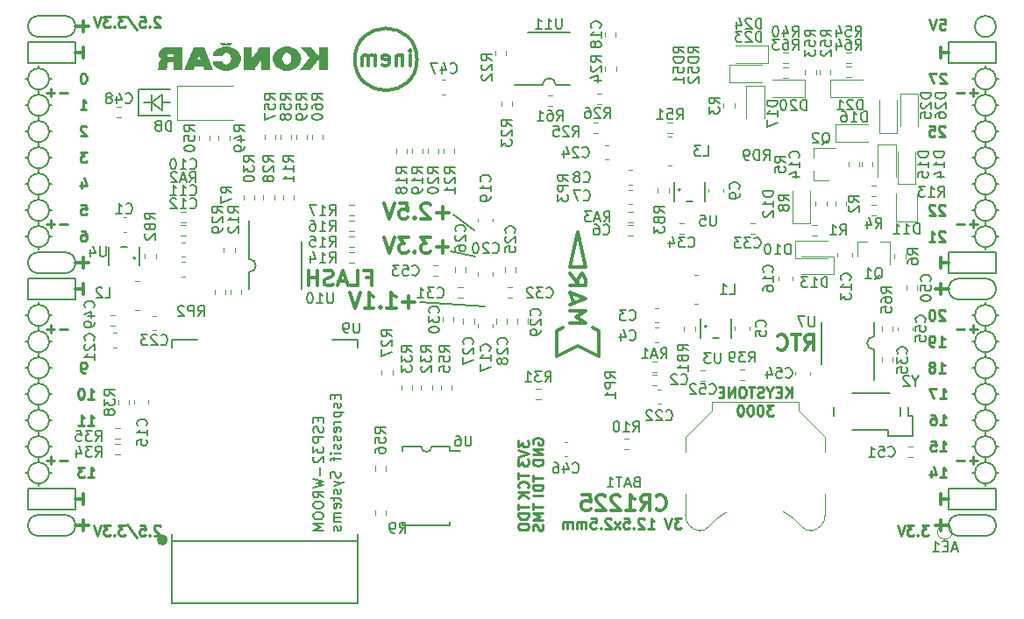
<source format=gbo>
G04 #@! TF.GenerationSoftware,KiCad,Pcbnew,5.0.0-rc2+dfsg1-3*
G04 #@! TF.CreationDate,2018-06-08T22:40:50+02:00*
G04 #@! TF.ProjectId,ulx3s,756C7833732E6B696361645F70636200,rev?*
G04 #@! TF.SameCoordinates,Original*
G04 #@! TF.FileFunction,Legend,Bot*
G04 #@! TF.FilePolarity,Positive*
%FSLAX46Y46*%
G04 Gerber Fmt 4.6, Leading zero omitted, Abs format (unit mm)*
G04 Created by KiCad (PCBNEW 5.0.0-rc2+dfsg1-3) date Fri Jun  8 22:40:50 2018*
%MOMM*%
%LPD*%
G01*
G04 APERTURE LIST*
%ADD10C,0.250000*%
%ADD11C,0.200000*%
%ADD12C,0.300000*%
%ADD13C,0.150000*%
%ADD14C,0.500000*%
%ADD15C,0.120000*%
%ADD16C,0.100000*%
G04 APERTURE END LIST*
D10*
X99893476Y-96180380D02*
X99703000Y-96180380D01*
X99607761Y-96132761D01*
X99560142Y-96085142D01*
X99464904Y-95942285D01*
X99417285Y-95751809D01*
X99417285Y-95370857D01*
X99464904Y-95275619D01*
X99512523Y-95228000D01*
X99607761Y-95180380D01*
X99798238Y-95180380D01*
X99893476Y-95228000D01*
X99941095Y-95275619D01*
X99988714Y-95370857D01*
X99988714Y-95608952D01*
X99941095Y-95704190D01*
X99893476Y-95751809D01*
X99798238Y-95799428D01*
X99607761Y-95799428D01*
X99512523Y-95751809D01*
X99464904Y-95704190D01*
X99417285Y-95608952D01*
X100147476Y-101260380D02*
X100718904Y-101260380D01*
X100433190Y-101260380D02*
X100433190Y-100260380D01*
X100528428Y-100403238D01*
X100623666Y-100498476D01*
X100718904Y-100546095D01*
X99195095Y-101260380D02*
X99766523Y-101260380D01*
X99480809Y-101260380D02*
X99480809Y-100260380D01*
X99576047Y-100403238D01*
X99671285Y-100498476D01*
X99766523Y-100546095D01*
D11*
X105037000Y-68804000D02*
X108085000Y-68804000D01*
X105037000Y-71344000D02*
X105037000Y-68804000D01*
X108085000Y-71344000D02*
X105037000Y-71344000D01*
X107323000Y-70074000D02*
X108085000Y-70074000D01*
X106307000Y-70074000D02*
X105545000Y-70074000D01*
X106307000Y-70836000D02*
X106307000Y-70074000D01*
X106307000Y-69312000D02*
X106307000Y-70836000D01*
X107323000Y-69312000D02*
X107323000Y-70836000D01*
X106307000Y-70074000D02*
X107323000Y-69312000D01*
X107323000Y-70836000D02*
X106307000Y-70074000D01*
D10*
X182887904Y-72415619D02*
X182840285Y-72368000D01*
X182745047Y-72320380D01*
X182506952Y-72320380D01*
X182411714Y-72368000D01*
X182364095Y-72415619D01*
X182316476Y-72510857D01*
X182316476Y-72606095D01*
X182364095Y-72748952D01*
X182935523Y-73320380D01*
X182316476Y-73320380D01*
X181411714Y-72320380D02*
X181887904Y-72320380D01*
X181935523Y-72796571D01*
X181887904Y-72748952D01*
X181792666Y-72701333D01*
X181554571Y-72701333D01*
X181459333Y-72748952D01*
X181411714Y-72796571D01*
X181364095Y-72891809D01*
X181364095Y-73129904D01*
X181411714Y-73225142D01*
X181459333Y-73272761D01*
X181554571Y-73320380D01*
X181792666Y-73320380D01*
X181887904Y-73272761D01*
X181935523Y-73225142D01*
X182887904Y-80035619D02*
X182840285Y-79988000D01*
X182745047Y-79940380D01*
X182506952Y-79940380D01*
X182411714Y-79988000D01*
X182364095Y-80035619D01*
X182316476Y-80130857D01*
X182316476Y-80226095D01*
X182364095Y-80368952D01*
X182935523Y-80940380D01*
X182316476Y-80940380D01*
X181935523Y-80035619D02*
X181887904Y-79988000D01*
X181792666Y-79940380D01*
X181554571Y-79940380D01*
X181459333Y-79988000D01*
X181411714Y-80035619D01*
X181364095Y-80130857D01*
X181364095Y-80226095D01*
X181411714Y-80368952D01*
X181983142Y-80940380D01*
X181364095Y-80940380D01*
X182887904Y-82575619D02*
X182840285Y-82528000D01*
X182745047Y-82480380D01*
X182506952Y-82480380D01*
X182411714Y-82528000D01*
X182364095Y-82575619D01*
X182316476Y-82670857D01*
X182316476Y-82766095D01*
X182364095Y-82908952D01*
X182935523Y-83480380D01*
X182316476Y-83480380D01*
X181364095Y-83480380D02*
X181935523Y-83480380D01*
X181649809Y-83480380D02*
X181649809Y-82480380D01*
X181745047Y-82623238D01*
X181840285Y-82718476D01*
X181935523Y-82766095D01*
X182887904Y-90195619D02*
X182840285Y-90148000D01*
X182745047Y-90100380D01*
X182506952Y-90100380D01*
X182411714Y-90148000D01*
X182364095Y-90195619D01*
X182316476Y-90290857D01*
X182316476Y-90386095D01*
X182364095Y-90528952D01*
X182935523Y-91100380D01*
X182316476Y-91100380D01*
X181697428Y-90100380D02*
X181602190Y-90100380D01*
X181506952Y-90148000D01*
X181459333Y-90195619D01*
X181411714Y-90290857D01*
X181364095Y-90481333D01*
X181364095Y-90719428D01*
X181411714Y-90909904D01*
X181459333Y-91005142D01*
X181506952Y-91052761D01*
X181602190Y-91100380D01*
X181697428Y-91100380D01*
X181792666Y-91052761D01*
X181840285Y-91005142D01*
X181887904Y-90909904D01*
X181935523Y-90719428D01*
X181935523Y-90481333D01*
X181887904Y-90290857D01*
X181840285Y-90195619D01*
X181792666Y-90148000D01*
X181697428Y-90100380D01*
X182316476Y-93640380D02*
X182887904Y-93640380D01*
X182602190Y-93640380D02*
X182602190Y-92640380D01*
X182697428Y-92783238D01*
X182792666Y-92878476D01*
X182887904Y-92926095D01*
X181840285Y-93640380D02*
X181649809Y-93640380D01*
X181554571Y-93592761D01*
X181506952Y-93545142D01*
X181411714Y-93402285D01*
X181364095Y-93211809D01*
X181364095Y-92830857D01*
X181411714Y-92735619D01*
X181459333Y-92688000D01*
X181554571Y-92640380D01*
X181745047Y-92640380D01*
X181840285Y-92688000D01*
X181887904Y-92735619D01*
X181935523Y-92830857D01*
X181935523Y-93068952D01*
X181887904Y-93164190D01*
X181840285Y-93211809D01*
X181745047Y-93259428D01*
X181554571Y-93259428D01*
X181459333Y-93211809D01*
X181411714Y-93164190D01*
X181364095Y-93068952D01*
X182316476Y-96180380D02*
X182887904Y-96180380D01*
X182602190Y-96180380D02*
X182602190Y-95180380D01*
X182697428Y-95323238D01*
X182792666Y-95418476D01*
X182887904Y-95466095D01*
X181745047Y-95608952D02*
X181840285Y-95561333D01*
X181887904Y-95513714D01*
X181935523Y-95418476D01*
X181935523Y-95370857D01*
X181887904Y-95275619D01*
X181840285Y-95228000D01*
X181745047Y-95180380D01*
X181554571Y-95180380D01*
X181459333Y-95228000D01*
X181411714Y-95275619D01*
X181364095Y-95370857D01*
X181364095Y-95418476D01*
X181411714Y-95513714D01*
X181459333Y-95561333D01*
X181554571Y-95608952D01*
X181745047Y-95608952D01*
X181840285Y-95656571D01*
X181887904Y-95704190D01*
X181935523Y-95799428D01*
X181935523Y-95989904D01*
X181887904Y-96085142D01*
X181840285Y-96132761D01*
X181745047Y-96180380D01*
X181554571Y-96180380D01*
X181459333Y-96132761D01*
X181411714Y-96085142D01*
X181364095Y-95989904D01*
X181364095Y-95799428D01*
X181411714Y-95704190D01*
X181459333Y-95656571D01*
X181554571Y-95608952D01*
D12*
X127003714Y-86984857D02*
X127503714Y-86984857D01*
X127503714Y-87770571D02*
X127503714Y-86270571D01*
X126789428Y-86270571D01*
X125503714Y-87770571D02*
X126218000Y-87770571D01*
X126218000Y-86270571D01*
X125075142Y-87342000D02*
X124360857Y-87342000D01*
X125218000Y-87770571D02*
X124718000Y-86270571D01*
X124218000Y-87770571D01*
X123789428Y-87699142D02*
X123575142Y-87770571D01*
X123218000Y-87770571D01*
X123075142Y-87699142D01*
X123003714Y-87627714D01*
X122932285Y-87484857D01*
X122932285Y-87342000D01*
X123003714Y-87199142D01*
X123075142Y-87127714D01*
X123218000Y-87056285D01*
X123503714Y-86984857D01*
X123646571Y-86913428D01*
X123718000Y-86842000D01*
X123789428Y-86699142D01*
X123789428Y-86556285D01*
X123718000Y-86413428D01*
X123646571Y-86342000D01*
X123503714Y-86270571D01*
X123146571Y-86270571D01*
X122932285Y-86342000D01*
X122289428Y-87770571D02*
X122289428Y-86270571D01*
X122289428Y-86984857D02*
X121432285Y-86984857D01*
X121432285Y-87770571D02*
X121432285Y-86270571D01*
D10*
X157418095Y-110252380D02*
X156799047Y-110252380D01*
X157132380Y-110633333D01*
X156989523Y-110633333D01*
X156894285Y-110680952D01*
X156846666Y-110728571D01*
X156799047Y-110823809D01*
X156799047Y-111061904D01*
X156846666Y-111157142D01*
X156894285Y-111204761D01*
X156989523Y-111252380D01*
X157275238Y-111252380D01*
X157370476Y-111204761D01*
X157418095Y-111157142D01*
X156513333Y-110252380D02*
X156180000Y-111252380D01*
X155846666Y-110252380D01*
X154227619Y-111252380D02*
X154799047Y-111252380D01*
X154513333Y-111252380D02*
X154513333Y-110252380D01*
X154608571Y-110395238D01*
X154703809Y-110490476D01*
X154799047Y-110538095D01*
X153846666Y-110347619D02*
X153799047Y-110300000D01*
X153703809Y-110252380D01*
X153465714Y-110252380D01*
X153370476Y-110300000D01*
X153322857Y-110347619D01*
X153275238Y-110442857D01*
X153275238Y-110538095D01*
X153322857Y-110680952D01*
X153894285Y-111252380D01*
X153275238Y-111252380D01*
X152846666Y-111157142D02*
X152799047Y-111204761D01*
X152846666Y-111252380D01*
X152894285Y-111204761D01*
X152846666Y-111157142D01*
X152846666Y-111252380D01*
X151894285Y-110252380D02*
X152370476Y-110252380D01*
X152418095Y-110728571D01*
X152370476Y-110680952D01*
X152275238Y-110633333D01*
X152037142Y-110633333D01*
X151941904Y-110680952D01*
X151894285Y-110728571D01*
X151846666Y-110823809D01*
X151846666Y-111061904D01*
X151894285Y-111157142D01*
X151941904Y-111204761D01*
X152037142Y-111252380D01*
X152275238Y-111252380D01*
X152370476Y-111204761D01*
X152418095Y-111157142D01*
X151513333Y-111252380D02*
X150989523Y-110585714D01*
X151513333Y-110585714D02*
X150989523Y-111252380D01*
X150656190Y-110347619D02*
X150608571Y-110300000D01*
X150513333Y-110252380D01*
X150275238Y-110252380D01*
X150180000Y-110300000D01*
X150132380Y-110347619D01*
X150084761Y-110442857D01*
X150084761Y-110538095D01*
X150132380Y-110680952D01*
X150703809Y-111252380D01*
X150084761Y-111252380D01*
X149656190Y-111157142D02*
X149608571Y-111204761D01*
X149656190Y-111252380D01*
X149703809Y-111204761D01*
X149656190Y-111157142D01*
X149656190Y-111252380D01*
X148703809Y-110252380D02*
X149180000Y-110252380D01*
X149227619Y-110728571D01*
X149180000Y-110680952D01*
X149084761Y-110633333D01*
X148846666Y-110633333D01*
X148751428Y-110680952D01*
X148703809Y-110728571D01*
X148656190Y-110823809D01*
X148656190Y-111061904D01*
X148703809Y-111157142D01*
X148751428Y-111204761D01*
X148846666Y-111252380D01*
X149084761Y-111252380D01*
X149180000Y-111204761D01*
X149227619Y-111157142D01*
X148227619Y-111252380D02*
X148227619Y-110585714D01*
X148227619Y-110680952D02*
X148180000Y-110633333D01*
X148084761Y-110585714D01*
X147941904Y-110585714D01*
X147846666Y-110633333D01*
X147799047Y-110728571D01*
X147799047Y-111252380D01*
X147799047Y-110728571D02*
X147751428Y-110633333D01*
X147656190Y-110585714D01*
X147513333Y-110585714D01*
X147418095Y-110633333D01*
X147370476Y-110728571D01*
X147370476Y-111252380D01*
X146894285Y-111252380D02*
X146894285Y-110585714D01*
X146894285Y-110680952D02*
X146846666Y-110633333D01*
X146751428Y-110585714D01*
X146608571Y-110585714D01*
X146513333Y-110633333D01*
X146465714Y-110728571D01*
X146465714Y-111252380D01*
X146465714Y-110728571D02*
X146418095Y-110633333D01*
X146322857Y-110585714D01*
X146180000Y-110585714D01*
X146084761Y-110633333D01*
X146037142Y-110728571D01*
X146037142Y-111252380D01*
D11*
X135390000Y-80869000D02*
X137422000Y-82393000D01*
X135136000Y-84425000D02*
X137549000Y-84933000D01*
X132215000Y-89378000D02*
X138438000Y-89759000D01*
D10*
X168085000Y-98577380D02*
X168085000Y-97577380D01*
X167513571Y-98577380D02*
X167942142Y-98005952D01*
X167513571Y-97577380D02*
X168085000Y-98148809D01*
X167085000Y-98053571D02*
X166751666Y-98053571D01*
X166608809Y-98577380D02*
X167085000Y-98577380D01*
X167085000Y-97577380D01*
X166608809Y-97577380D01*
X165989761Y-98101190D02*
X165989761Y-98577380D01*
X166323095Y-97577380D02*
X165989761Y-98101190D01*
X165656428Y-97577380D01*
X165370714Y-98529761D02*
X165227857Y-98577380D01*
X164989761Y-98577380D01*
X164894523Y-98529761D01*
X164846904Y-98482142D01*
X164799285Y-98386904D01*
X164799285Y-98291666D01*
X164846904Y-98196428D01*
X164894523Y-98148809D01*
X164989761Y-98101190D01*
X165180238Y-98053571D01*
X165275476Y-98005952D01*
X165323095Y-97958333D01*
X165370714Y-97863095D01*
X165370714Y-97767857D01*
X165323095Y-97672619D01*
X165275476Y-97625000D01*
X165180238Y-97577380D01*
X164942142Y-97577380D01*
X164799285Y-97625000D01*
X164513571Y-97577380D02*
X163942142Y-97577380D01*
X164227857Y-98577380D02*
X164227857Y-97577380D01*
X163418333Y-97577380D02*
X163227857Y-97577380D01*
X163132619Y-97625000D01*
X163037380Y-97720238D01*
X162989761Y-97910714D01*
X162989761Y-98244047D01*
X163037380Y-98434523D01*
X163132619Y-98529761D01*
X163227857Y-98577380D01*
X163418333Y-98577380D01*
X163513571Y-98529761D01*
X163608809Y-98434523D01*
X163656428Y-98244047D01*
X163656428Y-97910714D01*
X163608809Y-97720238D01*
X163513571Y-97625000D01*
X163418333Y-97577380D01*
X162561190Y-98577380D02*
X162561190Y-97577380D01*
X161989761Y-98577380D01*
X161989761Y-97577380D01*
X161513571Y-98053571D02*
X161180238Y-98053571D01*
X161037380Y-98577380D02*
X161513571Y-98577380D01*
X161513571Y-97577380D01*
X161037380Y-97577380D01*
X166346904Y-99327380D02*
X165727857Y-99327380D01*
X166061190Y-99708333D01*
X165918333Y-99708333D01*
X165823095Y-99755952D01*
X165775476Y-99803571D01*
X165727857Y-99898809D01*
X165727857Y-100136904D01*
X165775476Y-100232142D01*
X165823095Y-100279761D01*
X165918333Y-100327380D01*
X166204047Y-100327380D01*
X166299285Y-100279761D01*
X166346904Y-100232142D01*
X165108809Y-99327380D02*
X165013571Y-99327380D01*
X164918333Y-99375000D01*
X164870714Y-99422619D01*
X164823095Y-99517857D01*
X164775476Y-99708333D01*
X164775476Y-99946428D01*
X164823095Y-100136904D01*
X164870714Y-100232142D01*
X164918333Y-100279761D01*
X165013571Y-100327380D01*
X165108809Y-100327380D01*
X165204047Y-100279761D01*
X165251666Y-100232142D01*
X165299285Y-100136904D01*
X165346904Y-99946428D01*
X165346904Y-99708333D01*
X165299285Y-99517857D01*
X165251666Y-99422619D01*
X165204047Y-99375000D01*
X165108809Y-99327380D01*
X164156428Y-99327380D02*
X164061190Y-99327380D01*
X163965952Y-99375000D01*
X163918333Y-99422619D01*
X163870714Y-99517857D01*
X163823095Y-99708333D01*
X163823095Y-99946428D01*
X163870714Y-100136904D01*
X163918333Y-100232142D01*
X163965952Y-100279761D01*
X164061190Y-100327380D01*
X164156428Y-100327380D01*
X164251666Y-100279761D01*
X164299285Y-100232142D01*
X164346904Y-100136904D01*
X164394523Y-99946428D01*
X164394523Y-99708333D01*
X164346904Y-99517857D01*
X164299285Y-99422619D01*
X164251666Y-99375000D01*
X164156428Y-99327380D01*
X163204047Y-99327380D02*
X163108809Y-99327380D01*
X163013571Y-99375000D01*
X162965952Y-99422619D01*
X162918333Y-99517857D01*
X162870714Y-99708333D01*
X162870714Y-99946428D01*
X162918333Y-100136904D01*
X162965952Y-100232142D01*
X163013571Y-100279761D01*
X163108809Y-100327380D01*
X163204047Y-100327380D01*
X163299285Y-100279761D01*
X163346904Y-100232142D01*
X163394523Y-100136904D01*
X163442142Y-99946428D01*
X163442142Y-99708333D01*
X163394523Y-99517857D01*
X163346904Y-99422619D01*
X163299285Y-99375000D01*
X163204047Y-99327380D01*
D12*
X182492000Y-87582000D02*
X182492000Y-88598000D01*
X183254000Y-88090000D02*
X181984000Y-88090000D01*
X182492000Y-110442000D02*
X182492000Y-111458000D01*
X183254000Y-110950000D02*
X181984000Y-110950000D01*
X99688000Y-62182000D02*
X99688000Y-63198000D01*
X98926000Y-62690000D02*
X100196000Y-62690000D01*
X99688000Y-110442000D02*
X99688000Y-111458000D01*
X98926000Y-110950000D02*
X100196000Y-110950000D01*
X99688000Y-85042000D02*
X99688000Y-86058000D01*
X98926000Y-85550000D02*
X100196000Y-85550000D01*
D11*
X187826000Y-62690000D02*
G75*
G03X187826000Y-62690000I-1016000J0D01*
G01*
X184270000Y-87074000D02*
X186810000Y-87074000D01*
X184270000Y-89106000D02*
X186810000Y-89106000D01*
X184270000Y-87074000D02*
G75*
G03X184270000Y-89106000I0J-1016000D01*
G01*
X186810000Y-89106000D02*
G75*
G03X186810000Y-87074000I0J1016000D01*
G01*
X184270000Y-111966000D02*
X186810000Y-111966000D01*
X184270000Y-109934000D02*
X186810000Y-109934000D01*
X184270000Y-109934000D02*
G75*
G03X184270000Y-111966000I0J-1016000D01*
G01*
X186810000Y-111966000D02*
G75*
G03X186810000Y-109934000I0J1016000D01*
G01*
X97910000Y-63706000D02*
G75*
G03X97910000Y-61674000I0J1016000D01*
G01*
X95370000Y-61674000D02*
X97910000Y-61674000D01*
X95370000Y-63706000D02*
X97910000Y-63706000D01*
X95370000Y-61674000D02*
G75*
G03X95370000Y-63706000I0J-1016000D01*
G01*
X95370000Y-86566000D02*
X97910000Y-86566000D01*
X95370000Y-84534000D02*
X97910000Y-84534000D01*
X95370000Y-84534000D02*
G75*
G03X95370000Y-86566000I0J-1016000D01*
G01*
X97910000Y-86566000D02*
G75*
G03X97910000Y-84534000I0J1016000D01*
G01*
X95370000Y-111966000D02*
X97910000Y-111966000D01*
X95370000Y-109934000D02*
X97910000Y-109934000D01*
X95370000Y-109934000D02*
G75*
G03X95370000Y-111966000I0J-1016000D01*
G01*
X97910000Y-111966000D02*
G75*
G03X97910000Y-109934000I0J1016000D01*
G01*
X98926000Y-107394000D02*
X94354000Y-107394000D01*
X98926000Y-109426000D02*
X98926000Y-107394000D01*
X94354000Y-109426000D02*
X98926000Y-109426000D01*
X94354000Y-107394000D02*
X94354000Y-109426000D01*
X187826000Y-107394000D02*
X183254000Y-107394000D01*
X187826000Y-109426000D02*
X187826000Y-107394000D01*
X183254000Y-109426000D02*
X187826000Y-109426000D01*
X183254000Y-107394000D02*
X183254000Y-109426000D01*
X187826000Y-84534000D02*
X183254000Y-84534000D01*
X187826000Y-86566000D02*
X187826000Y-84534000D01*
X183254000Y-86566000D02*
X187826000Y-86566000D01*
X183254000Y-84534000D02*
X183254000Y-86566000D01*
X187826000Y-64214000D02*
X183254000Y-64214000D01*
X187826000Y-66246000D02*
X187826000Y-64214000D01*
X183254000Y-66246000D02*
X187826000Y-66246000D01*
X183254000Y-64214000D02*
X183254000Y-66246000D01*
X98926000Y-64214000D02*
X94354000Y-64214000D01*
X98926000Y-66246000D02*
X98926000Y-64214000D01*
X94354000Y-66246000D02*
X98926000Y-66246000D01*
X94354000Y-64214000D02*
X94354000Y-66246000D01*
X98926000Y-87074000D02*
X94354000Y-87074000D01*
X98926000Y-89106000D02*
X98926000Y-87074000D01*
X94354000Y-89106000D02*
X98926000Y-89106000D01*
X94354000Y-87074000D02*
X94354000Y-89106000D01*
D10*
X186032000Y-91971428D02*
X185270095Y-91971428D01*
X185651047Y-92352380D02*
X185651047Y-91590476D01*
X184793904Y-91971428D02*
X184032000Y-91971428D01*
X186032000Y-69111428D02*
X185270095Y-69111428D01*
X185651047Y-69492380D02*
X185651047Y-68730476D01*
X184793904Y-69111428D02*
X184032000Y-69111428D01*
X186032000Y-81811428D02*
X185270095Y-81811428D01*
X185651047Y-82192380D02*
X185651047Y-81430476D01*
X184793904Y-81811428D02*
X184032000Y-81811428D01*
X186032000Y-104671428D02*
X185270095Y-104671428D01*
X185651047Y-105052380D02*
X185651047Y-104290476D01*
X184793904Y-104671428D02*
X184032000Y-104671428D01*
X98148000Y-104671428D02*
X97386095Y-104671428D01*
X96909904Y-104671428D02*
X96148000Y-104671428D01*
X96528952Y-105052380D02*
X96528952Y-104290476D01*
X98148000Y-91971428D02*
X97386095Y-91971428D01*
X96909904Y-91971428D02*
X96148000Y-91971428D01*
X96528952Y-92352380D02*
X96528952Y-91590476D01*
X98148000Y-81811428D02*
X97386095Y-81811428D01*
X96909904Y-81811428D02*
X96148000Y-81811428D01*
X96528952Y-82192380D02*
X96528952Y-81430476D01*
X98148000Y-69111428D02*
X97386095Y-69111428D01*
X96909904Y-69111428D02*
X96148000Y-69111428D01*
X96528952Y-69492380D02*
X96528952Y-68730476D01*
D12*
X182492000Y-107902000D02*
X182492000Y-108918000D01*
X183254000Y-108410000D02*
X182492000Y-108410000D01*
D11*
X95370000Y-96726000D02*
X95370000Y-97234000D01*
X96386000Y-95710000D02*
X96640000Y-95710000D01*
X94354000Y-95710000D02*
X94100000Y-95710000D01*
X187826000Y-98250000D02*
X188080000Y-98250000D01*
X187826000Y-83010000D02*
X188080000Y-83010000D01*
X95370000Y-107140000D02*
X95370000Y-106886000D01*
X96386000Y-105870000D02*
X96640000Y-105870000D01*
X94354000Y-105870000D02*
X94100000Y-105870000D01*
X94354000Y-103330000D02*
X94100000Y-103330000D01*
X95370000Y-104346000D02*
X95370000Y-104854000D01*
X96386000Y-103330000D02*
X96640000Y-103330000D01*
X94354000Y-100790000D02*
X94100000Y-100790000D01*
X95370000Y-102314000D02*
X95370000Y-101806000D01*
X96386000Y-100790000D02*
X96640000Y-100790000D01*
X95370000Y-99266000D02*
X95370000Y-99774000D01*
X94354000Y-98250000D02*
X94100000Y-98250000D01*
X96386000Y-98250000D02*
X96640000Y-98250000D01*
X95370000Y-94186000D02*
X95370000Y-94694000D01*
X96386000Y-93170000D02*
X96640000Y-93170000D01*
X94354000Y-93170000D02*
X94100000Y-93170000D01*
X94354000Y-90630000D02*
X94100000Y-90630000D01*
X95370000Y-91646000D02*
X95370000Y-92154000D01*
X96640000Y-90630000D02*
X96386000Y-90630000D01*
X95370000Y-89360000D02*
X95370000Y-89614000D01*
X94354000Y-83010000D02*
X94100000Y-83010000D01*
X95370000Y-84280000D02*
X95370000Y-84026000D01*
X96386000Y-83010000D02*
X96640000Y-83010000D01*
X95370000Y-81486000D02*
X95370000Y-81994000D01*
X94354000Y-80470000D02*
X94100000Y-80470000D01*
X96640000Y-80470000D02*
X96386000Y-80470000D01*
X95370000Y-78946000D02*
X95370000Y-79454000D01*
X96386000Y-77930000D02*
X96640000Y-77930000D01*
X94354000Y-77930000D02*
X94100000Y-77930000D01*
X95370000Y-76406000D02*
X95370000Y-76914000D01*
X94354000Y-75390000D02*
X94100000Y-75390000D01*
X96386000Y-75390000D02*
X96640000Y-75390000D01*
X95370000Y-73866000D02*
X95370000Y-74374000D01*
X96386000Y-72850000D02*
X96640000Y-72850000D01*
X94100000Y-72850000D02*
X94354000Y-72850000D01*
X94354000Y-70310000D02*
X94100000Y-70310000D01*
X96640000Y-70310000D02*
X96386000Y-70310000D01*
X95370000Y-71326000D02*
X95370000Y-71834000D01*
X95370000Y-68786000D02*
X95370000Y-69294000D01*
X96386000Y-67770000D02*
X96640000Y-67770000D01*
X94354000Y-67770000D02*
X94100000Y-67770000D01*
X95370000Y-66500000D02*
X95370000Y-66754000D01*
X187826000Y-105870000D02*
X188080000Y-105870000D01*
X186810000Y-107140000D02*
X186810000Y-106886000D01*
X185540000Y-105870000D02*
X185794000Y-105870000D01*
X186810000Y-104346000D02*
X186810000Y-104854000D01*
X187826000Y-103330000D02*
X188080000Y-103330000D01*
X185540000Y-103330000D02*
X185794000Y-103330000D01*
X186810000Y-101806000D02*
X186810000Y-102314000D01*
X187826000Y-100790000D02*
X188080000Y-100790000D01*
X185540000Y-100790000D02*
X185794000Y-100790000D01*
X186810000Y-99266000D02*
X186810000Y-99774000D01*
X185540000Y-98250000D02*
X185794000Y-98250000D01*
X186810000Y-97234000D02*
X186810000Y-96726000D01*
X187826000Y-95710000D02*
X188080000Y-95710000D01*
X185540000Y-95710000D02*
X185794000Y-95710000D01*
X186810000Y-94694000D02*
X186810000Y-94186000D01*
X187826000Y-93170000D02*
X188080000Y-93170000D01*
X185540000Y-93170000D02*
X185794000Y-93170000D01*
X186810000Y-92154000D02*
X186810000Y-91646000D01*
X187826000Y-90630000D02*
X188080000Y-90630000D01*
X185540000Y-90630000D02*
X185794000Y-90630000D01*
X186810000Y-89360000D02*
X186810000Y-89614000D01*
X186810000Y-84280000D02*
X186810000Y-84026000D01*
X185540000Y-83010000D02*
X185794000Y-83010000D01*
X186810000Y-81994000D02*
X186810000Y-81486000D01*
X185794000Y-80470000D02*
X185540000Y-80470000D01*
X187826000Y-80470000D02*
X188080000Y-80470000D01*
X186810000Y-78946000D02*
X186810000Y-79454000D01*
X185794000Y-77930000D02*
X185540000Y-77930000D01*
X187826000Y-77930000D02*
X188080000Y-77930000D01*
X186810000Y-76406000D02*
X186810000Y-76914000D01*
X186810000Y-73866000D02*
X186810000Y-74374000D01*
X185794000Y-75390000D02*
X185540000Y-75390000D01*
X187826000Y-75390000D02*
X188080000Y-75390000D01*
X187826000Y-72850000D02*
X188080000Y-72850000D01*
X185540000Y-72850000D02*
X185794000Y-72850000D01*
X186810000Y-71834000D02*
X186810000Y-71326000D01*
X187826000Y-70310000D02*
X188080000Y-70310000D01*
X185540000Y-70310000D02*
X185794000Y-70310000D01*
X187826000Y-67770000D02*
X188080000Y-67770000D01*
X186810000Y-68786000D02*
X186810000Y-69294000D01*
X185540000Y-67770000D02*
X185794000Y-67770000D01*
X186810000Y-66500000D02*
X186810000Y-66754000D01*
X187826000Y-67770000D02*
G75*
G03X187826000Y-67770000I-1016000J0D01*
G01*
X187826000Y-70310000D02*
G75*
G03X187826000Y-70310000I-1016000J0D01*
G01*
X187826000Y-72850000D02*
G75*
G03X187826000Y-72850000I-1016000J0D01*
G01*
X187826000Y-75390000D02*
G75*
G03X187826000Y-75390000I-1016000J0D01*
G01*
X187826000Y-77930000D02*
G75*
G03X187826000Y-77930000I-1016000J0D01*
G01*
X187826000Y-80470000D02*
G75*
G03X187826000Y-80470000I-1016000J0D01*
G01*
X187826000Y-83010000D02*
G75*
G03X187826000Y-83010000I-1016000J0D01*
G01*
X187826000Y-90630000D02*
G75*
G03X187826000Y-90630000I-1016000J0D01*
G01*
X187826000Y-93170000D02*
G75*
G03X187826000Y-93170000I-1016000J0D01*
G01*
X187826000Y-95710000D02*
G75*
G03X187826000Y-95710000I-1016000J0D01*
G01*
X187826000Y-98250000D02*
G75*
G03X187826000Y-98250000I-1016000J0D01*
G01*
X187826000Y-100790000D02*
G75*
G03X187826000Y-100790000I-1016000J0D01*
G01*
X187826000Y-103330000D02*
G75*
G03X187826000Y-103330000I-1016000J0D01*
G01*
X187826000Y-105870000D02*
G75*
G03X187826000Y-105870000I-1016000J0D01*
G01*
X96386000Y-105870000D02*
G75*
G03X96386000Y-105870000I-1016000J0D01*
G01*
X96386000Y-103330000D02*
G75*
G03X96386000Y-103330000I-1016000J0D01*
G01*
X96386000Y-100790000D02*
G75*
G03X96386000Y-100790000I-1016000J0D01*
G01*
X96386000Y-98250000D02*
G75*
G03X96386000Y-98250000I-1016000J0D01*
G01*
X96386000Y-95710000D02*
G75*
G03X96386000Y-95710000I-1016000J0D01*
G01*
X96386000Y-93170000D02*
G75*
G03X96386000Y-93170000I-1016000J0D01*
G01*
X96386000Y-90630000D02*
G75*
G03X96386000Y-90630000I-1016000J0D01*
G01*
X96386000Y-83010000D02*
G75*
G03X96386000Y-83010000I-1016000J0D01*
G01*
X96386000Y-80470000D02*
G75*
G03X96386000Y-80470000I-1016000J0D01*
G01*
X96386000Y-77930000D02*
G75*
G03X96386000Y-77930000I-1016000J0D01*
G01*
X96386000Y-75390000D02*
G75*
G03X96386000Y-75390000I-1016000J0D01*
G01*
X96386000Y-72850000D02*
G75*
G03X96386000Y-72850000I-1016000J0D01*
G01*
X96386000Y-70310000D02*
G75*
G03X96386000Y-70310000I-1016000J0D01*
G01*
X96386000Y-67770000D02*
G75*
G03X96386000Y-67770000I-1016000J0D01*
G01*
D10*
X182428476Y-62015380D02*
X182904666Y-62015380D01*
X182952285Y-62491571D01*
X182904666Y-62443952D01*
X182809428Y-62396333D01*
X182571333Y-62396333D01*
X182476095Y-62443952D01*
X182428476Y-62491571D01*
X182380857Y-62586809D01*
X182380857Y-62824904D01*
X182428476Y-62920142D01*
X182476095Y-62967761D01*
X182571333Y-63015380D01*
X182809428Y-63015380D01*
X182904666Y-62967761D01*
X182952285Y-62920142D01*
X182095142Y-62015380D02*
X181761809Y-63015380D01*
X181428476Y-62015380D01*
D12*
X182492000Y-64722000D02*
X182492000Y-65738000D01*
X183254000Y-65230000D02*
X182492000Y-65230000D01*
D10*
X182999904Y-67317619D02*
X182952285Y-67270000D01*
X182857047Y-67222380D01*
X182618952Y-67222380D01*
X182523714Y-67270000D01*
X182476095Y-67317619D01*
X182428476Y-67412857D01*
X182428476Y-67508095D01*
X182476095Y-67650952D01*
X183047523Y-68222380D01*
X182428476Y-68222380D01*
X182095142Y-67222380D02*
X181428476Y-67222380D01*
X181857047Y-68222380D01*
D12*
X182492000Y-85042000D02*
X182492000Y-86058000D01*
X183254000Y-85550000D02*
X182492000Y-85550000D01*
D10*
X182428476Y-98702380D02*
X182999904Y-98702380D01*
X182714190Y-98702380D02*
X182714190Y-97702380D01*
X182809428Y-97845238D01*
X182904666Y-97940476D01*
X182999904Y-97988095D01*
X182095142Y-97702380D02*
X181428476Y-97702380D01*
X181857047Y-98702380D01*
X182428476Y-101242380D02*
X182999904Y-101242380D01*
X182714190Y-101242380D02*
X182714190Y-100242380D01*
X182809428Y-100385238D01*
X182904666Y-100480476D01*
X182999904Y-100528095D01*
X181571333Y-100242380D02*
X181761809Y-100242380D01*
X181857047Y-100290000D01*
X181904666Y-100337619D01*
X181999904Y-100480476D01*
X182047523Y-100670952D01*
X182047523Y-101051904D01*
X181999904Y-101147142D01*
X181952285Y-101194761D01*
X181857047Y-101242380D01*
X181666571Y-101242380D01*
X181571333Y-101194761D01*
X181523714Y-101147142D01*
X181476095Y-101051904D01*
X181476095Y-100813809D01*
X181523714Y-100718571D01*
X181571333Y-100670952D01*
X181666571Y-100623333D01*
X181857047Y-100623333D01*
X181952285Y-100670952D01*
X181999904Y-100718571D01*
X182047523Y-100813809D01*
X182428476Y-103782380D02*
X182999904Y-103782380D01*
X182714190Y-103782380D02*
X182714190Y-102782380D01*
X182809428Y-102925238D01*
X182904666Y-103020476D01*
X182999904Y-103068095D01*
X181523714Y-102782380D02*
X181999904Y-102782380D01*
X182047523Y-103258571D01*
X181999904Y-103210952D01*
X181904666Y-103163333D01*
X181666571Y-103163333D01*
X181571333Y-103210952D01*
X181523714Y-103258571D01*
X181476095Y-103353809D01*
X181476095Y-103591904D01*
X181523714Y-103687142D01*
X181571333Y-103734761D01*
X181666571Y-103782380D01*
X181904666Y-103782380D01*
X181999904Y-103734761D01*
X182047523Y-103687142D01*
X182428476Y-106322380D02*
X182999904Y-106322380D01*
X182714190Y-106322380D02*
X182714190Y-105322380D01*
X182809428Y-105465238D01*
X182904666Y-105560476D01*
X182999904Y-105608095D01*
X181571333Y-105655714D02*
X181571333Y-106322380D01*
X181809428Y-105274761D02*
X182047523Y-105989047D01*
X181428476Y-105989047D01*
X181312642Y-110928380D02*
X180693595Y-110928380D01*
X181026928Y-111309333D01*
X180884071Y-111309333D01*
X180788833Y-111356952D01*
X180741214Y-111404571D01*
X180693595Y-111499809D01*
X180693595Y-111737904D01*
X180741214Y-111833142D01*
X180788833Y-111880761D01*
X180884071Y-111928380D01*
X181169785Y-111928380D01*
X181265023Y-111880761D01*
X181312642Y-111833142D01*
X180265023Y-111833142D02*
X180217404Y-111880761D01*
X180265023Y-111928380D01*
X180312642Y-111880761D01*
X180265023Y-111833142D01*
X180265023Y-111928380D01*
X179884071Y-110928380D02*
X179265023Y-110928380D01*
X179598357Y-111309333D01*
X179455500Y-111309333D01*
X179360261Y-111356952D01*
X179312642Y-111404571D01*
X179265023Y-111499809D01*
X179265023Y-111737904D01*
X179312642Y-111833142D01*
X179360261Y-111880761D01*
X179455500Y-111928380D01*
X179741214Y-111928380D01*
X179836452Y-111880761D01*
X179884071Y-111833142D01*
X178979309Y-110928380D02*
X178645976Y-111928380D01*
X178312642Y-110928380D01*
D12*
X99688000Y-108918000D02*
X99688000Y-107902000D01*
X98926000Y-108410000D02*
X99688000Y-108410000D01*
X99688000Y-88598000D02*
X99688000Y-87582000D01*
X98926000Y-88090000D02*
X99688000Y-88090000D01*
X99688000Y-64722000D02*
X99688000Y-65738000D01*
X98926000Y-65230000D02*
X99688000Y-65230000D01*
D10*
X107103690Y-111023619D02*
X107056071Y-110976000D01*
X106960833Y-110928380D01*
X106722738Y-110928380D01*
X106627500Y-110976000D01*
X106579880Y-111023619D01*
X106532261Y-111118857D01*
X106532261Y-111214095D01*
X106579880Y-111356952D01*
X107151309Y-111928380D01*
X106532261Y-111928380D01*
X106103690Y-111833142D02*
X106056071Y-111880761D01*
X106103690Y-111928380D01*
X106151309Y-111880761D01*
X106103690Y-111833142D01*
X106103690Y-111928380D01*
X105151309Y-110928380D02*
X105627500Y-110928380D01*
X105675119Y-111404571D01*
X105627500Y-111356952D01*
X105532261Y-111309333D01*
X105294166Y-111309333D01*
X105198928Y-111356952D01*
X105151309Y-111404571D01*
X105103690Y-111499809D01*
X105103690Y-111737904D01*
X105151309Y-111833142D01*
X105198928Y-111880761D01*
X105294166Y-111928380D01*
X105532261Y-111928380D01*
X105627500Y-111880761D01*
X105675119Y-111833142D01*
X103960833Y-110880761D02*
X104817976Y-112166476D01*
X103722738Y-110928380D02*
X103103690Y-110928380D01*
X103437023Y-111309333D01*
X103294166Y-111309333D01*
X103198928Y-111356952D01*
X103151309Y-111404571D01*
X103103690Y-111499809D01*
X103103690Y-111737904D01*
X103151309Y-111833142D01*
X103198928Y-111880761D01*
X103294166Y-111928380D01*
X103579880Y-111928380D01*
X103675119Y-111880761D01*
X103722738Y-111833142D01*
X102675119Y-111833142D02*
X102627500Y-111880761D01*
X102675119Y-111928380D01*
X102722738Y-111880761D01*
X102675119Y-111833142D01*
X102675119Y-111928380D01*
X102294166Y-110928380D02*
X101675119Y-110928380D01*
X102008452Y-111309333D01*
X101865595Y-111309333D01*
X101770357Y-111356952D01*
X101722738Y-111404571D01*
X101675119Y-111499809D01*
X101675119Y-111737904D01*
X101722738Y-111833142D01*
X101770357Y-111880761D01*
X101865595Y-111928380D01*
X102151309Y-111928380D01*
X102246547Y-111880761D01*
X102294166Y-111833142D01*
X101389404Y-110928380D02*
X101056071Y-111928380D01*
X100722738Y-110928380D01*
X100132476Y-106322380D02*
X100703904Y-106322380D01*
X100418190Y-106322380D02*
X100418190Y-105322380D01*
X100513428Y-105465238D01*
X100608666Y-105560476D01*
X100703904Y-105608095D01*
X99799142Y-105322380D02*
X99180095Y-105322380D01*
X99513428Y-105703333D01*
X99370571Y-105703333D01*
X99275333Y-105750952D01*
X99227714Y-105798571D01*
X99180095Y-105893809D01*
X99180095Y-106131904D01*
X99227714Y-106227142D01*
X99275333Y-106274761D01*
X99370571Y-106322380D01*
X99656285Y-106322380D01*
X99751523Y-106274761D01*
X99799142Y-106227142D01*
X100147476Y-98720380D02*
X100718904Y-98720380D01*
X100433190Y-98720380D02*
X100433190Y-97720380D01*
X100528428Y-97863238D01*
X100623666Y-97958476D01*
X100718904Y-98006095D01*
X99528428Y-97720380D02*
X99433190Y-97720380D01*
X99337952Y-97768000D01*
X99290333Y-97815619D01*
X99242714Y-97910857D01*
X99195095Y-98101333D01*
X99195095Y-98339428D01*
X99242714Y-98529904D01*
X99290333Y-98625142D01*
X99337952Y-98672761D01*
X99433190Y-98720380D01*
X99528428Y-98720380D01*
X99623666Y-98672761D01*
X99671285Y-98625142D01*
X99718904Y-98529904D01*
X99766523Y-98339428D01*
X99766523Y-98101333D01*
X99718904Y-97910857D01*
X99671285Y-97815619D01*
X99623666Y-97768000D01*
X99528428Y-97720380D01*
X99512523Y-82462380D02*
X99703000Y-82462380D01*
X99798238Y-82510000D01*
X99845857Y-82557619D01*
X99941095Y-82700476D01*
X99988714Y-82890952D01*
X99988714Y-83271904D01*
X99941095Y-83367142D01*
X99893476Y-83414761D01*
X99798238Y-83462380D01*
X99607761Y-83462380D01*
X99512523Y-83414761D01*
X99464904Y-83367142D01*
X99417285Y-83271904D01*
X99417285Y-83033809D01*
X99464904Y-82938571D01*
X99512523Y-82890952D01*
X99607761Y-82843333D01*
X99798238Y-82843333D01*
X99893476Y-82890952D01*
X99941095Y-82938571D01*
X99988714Y-83033809D01*
X99464904Y-79922380D02*
X99941095Y-79922380D01*
X99988714Y-80398571D01*
X99941095Y-80350952D01*
X99845857Y-80303333D01*
X99607761Y-80303333D01*
X99512523Y-80350952D01*
X99464904Y-80398571D01*
X99417285Y-80493809D01*
X99417285Y-80731904D01*
X99464904Y-80827142D01*
X99512523Y-80874761D01*
X99607761Y-80922380D01*
X99845857Y-80922380D01*
X99941095Y-80874761D01*
X99988714Y-80827142D01*
X99512523Y-77715714D02*
X99512523Y-78382380D01*
X99750619Y-77334761D02*
X99988714Y-78049047D01*
X99369666Y-78049047D01*
X100021333Y-74842380D02*
X99402285Y-74842380D01*
X99735619Y-75223333D01*
X99592761Y-75223333D01*
X99497523Y-75270952D01*
X99449904Y-75318571D01*
X99402285Y-75413809D01*
X99402285Y-75651904D01*
X99449904Y-75747142D01*
X99497523Y-75794761D01*
X99592761Y-75842380D01*
X99878476Y-75842380D01*
X99973714Y-75794761D01*
X100021333Y-75747142D01*
X99973714Y-72397619D02*
X99926095Y-72350000D01*
X99830857Y-72302380D01*
X99592761Y-72302380D01*
X99497523Y-72350000D01*
X99449904Y-72397619D01*
X99402285Y-72492857D01*
X99402285Y-72588095D01*
X99449904Y-72730952D01*
X100021333Y-73302380D01*
X99402285Y-73302380D01*
X99402285Y-70762380D02*
X99973714Y-70762380D01*
X99688000Y-70762380D02*
X99688000Y-69762380D01*
X99783238Y-69905238D01*
X99878476Y-70000476D01*
X99973714Y-70048095D01*
X99750619Y-67222380D02*
X99655380Y-67222380D01*
X99560142Y-67270000D01*
X99512523Y-67317619D01*
X99464904Y-67412857D01*
X99417285Y-67603333D01*
X99417285Y-67841428D01*
X99464904Y-68031904D01*
X99512523Y-68127142D01*
X99560142Y-68174761D01*
X99655380Y-68222380D01*
X99750619Y-68222380D01*
X99845857Y-68174761D01*
X99893476Y-68127142D01*
X99941095Y-68031904D01*
X99988714Y-67841428D01*
X99988714Y-67603333D01*
X99941095Y-67412857D01*
X99893476Y-67317619D01*
X99845857Y-67270000D01*
X99750619Y-67222380D01*
X107103690Y-61874619D02*
X107056071Y-61827000D01*
X106960833Y-61779380D01*
X106722738Y-61779380D01*
X106627500Y-61827000D01*
X106579880Y-61874619D01*
X106532261Y-61969857D01*
X106532261Y-62065095D01*
X106579880Y-62207952D01*
X107151309Y-62779380D01*
X106532261Y-62779380D01*
X106103690Y-62684142D02*
X106056071Y-62731761D01*
X106103690Y-62779380D01*
X106151309Y-62731761D01*
X106103690Y-62684142D01*
X106103690Y-62779380D01*
X105151309Y-61779380D02*
X105627500Y-61779380D01*
X105675119Y-62255571D01*
X105627500Y-62207952D01*
X105532261Y-62160333D01*
X105294166Y-62160333D01*
X105198928Y-62207952D01*
X105151309Y-62255571D01*
X105103690Y-62350809D01*
X105103690Y-62588904D01*
X105151309Y-62684142D01*
X105198928Y-62731761D01*
X105294166Y-62779380D01*
X105532261Y-62779380D01*
X105627500Y-62731761D01*
X105675119Y-62684142D01*
X103960833Y-61731761D02*
X104817976Y-63017476D01*
X103722738Y-61779380D02*
X103103690Y-61779380D01*
X103437023Y-62160333D01*
X103294166Y-62160333D01*
X103198928Y-62207952D01*
X103151309Y-62255571D01*
X103103690Y-62350809D01*
X103103690Y-62588904D01*
X103151309Y-62684142D01*
X103198928Y-62731761D01*
X103294166Y-62779380D01*
X103579880Y-62779380D01*
X103675119Y-62731761D01*
X103722738Y-62684142D01*
X102675119Y-62684142D02*
X102627500Y-62731761D01*
X102675119Y-62779380D01*
X102722738Y-62731761D01*
X102675119Y-62684142D01*
X102675119Y-62779380D01*
X102294166Y-61779380D02*
X101675119Y-61779380D01*
X102008452Y-62160333D01*
X101865595Y-62160333D01*
X101770357Y-62207952D01*
X101722738Y-62255571D01*
X101675119Y-62350809D01*
X101675119Y-62588904D01*
X101722738Y-62684142D01*
X101770357Y-62731761D01*
X101865595Y-62779380D01*
X102151309Y-62779380D01*
X102246547Y-62731761D01*
X102294166Y-62684142D01*
X101389404Y-61779380D02*
X101056071Y-62779380D01*
X100722738Y-61779380D01*
D12*
X155027857Y-109335714D02*
X155099285Y-109407142D01*
X155313571Y-109478571D01*
X155456428Y-109478571D01*
X155670714Y-109407142D01*
X155813571Y-109264285D01*
X155885000Y-109121428D01*
X155956428Y-108835714D01*
X155956428Y-108621428D01*
X155885000Y-108335714D01*
X155813571Y-108192857D01*
X155670714Y-108050000D01*
X155456428Y-107978571D01*
X155313571Y-107978571D01*
X155099285Y-108050000D01*
X155027857Y-108121428D01*
X153527857Y-109478571D02*
X154027857Y-108764285D01*
X154385000Y-109478571D02*
X154385000Y-107978571D01*
X153813571Y-107978571D01*
X153670714Y-108050000D01*
X153599285Y-108121428D01*
X153527857Y-108264285D01*
X153527857Y-108478571D01*
X153599285Y-108621428D01*
X153670714Y-108692857D01*
X153813571Y-108764285D01*
X154385000Y-108764285D01*
X152099285Y-109478571D02*
X152956428Y-109478571D01*
X152527857Y-109478571D02*
X152527857Y-107978571D01*
X152670714Y-108192857D01*
X152813571Y-108335714D01*
X152956428Y-108407142D01*
X151527857Y-108121428D02*
X151456428Y-108050000D01*
X151313571Y-107978571D01*
X150956428Y-107978571D01*
X150813571Y-108050000D01*
X150742142Y-108121428D01*
X150670714Y-108264285D01*
X150670714Y-108407142D01*
X150742142Y-108621428D01*
X151599285Y-109478571D01*
X150670714Y-109478571D01*
X150099285Y-108121428D02*
X150027857Y-108050000D01*
X149885000Y-107978571D01*
X149527857Y-107978571D01*
X149385000Y-108050000D01*
X149313571Y-108121428D01*
X149242142Y-108264285D01*
X149242142Y-108407142D01*
X149313571Y-108621428D01*
X150170714Y-109478571D01*
X149242142Y-109478571D01*
X147885000Y-107978571D02*
X148599285Y-107978571D01*
X148670714Y-108692857D01*
X148599285Y-108621428D01*
X148456428Y-108550000D01*
X148099285Y-108550000D01*
X147956428Y-108621428D01*
X147885000Y-108692857D01*
X147813571Y-108835714D01*
X147813571Y-109192857D01*
X147885000Y-109335714D01*
X147956428Y-109407142D01*
X148099285Y-109478571D01*
X148456428Y-109478571D01*
X148599285Y-109407142D01*
X148670714Y-109335714D01*
X134961000Y-80722142D02*
X133818142Y-80722142D01*
X134389571Y-81293571D02*
X134389571Y-80150714D01*
X133175285Y-79936428D02*
X133103857Y-79865000D01*
X132961000Y-79793571D01*
X132603857Y-79793571D01*
X132461000Y-79865000D01*
X132389571Y-79936428D01*
X132318142Y-80079285D01*
X132318142Y-80222142D01*
X132389571Y-80436428D01*
X133246714Y-81293571D01*
X132318142Y-81293571D01*
X131675285Y-81150714D02*
X131603857Y-81222142D01*
X131675285Y-81293571D01*
X131746714Y-81222142D01*
X131675285Y-81150714D01*
X131675285Y-81293571D01*
X130246714Y-79793571D02*
X130961000Y-79793571D01*
X131032428Y-80507857D01*
X130961000Y-80436428D01*
X130818142Y-80365000D01*
X130461000Y-80365000D01*
X130318142Y-80436428D01*
X130246714Y-80507857D01*
X130175285Y-80650714D01*
X130175285Y-81007857D01*
X130246714Y-81150714D01*
X130318142Y-81222142D01*
X130461000Y-81293571D01*
X130818142Y-81293571D01*
X130961000Y-81222142D01*
X131032428Y-81150714D01*
X129746714Y-79793571D02*
X129246714Y-81293571D01*
X128746714Y-79793571D01*
X134946000Y-84024142D02*
X133803142Y-84024142D01*
X134374571Y-84595571D02*
X134374571Y-83452714D01*
X133231714Y-83095571D02*
X132303142Y-83095571D01*
X132803142Y-83667000D01*
X132588857Y-83667000D01*
X132446000Y-83738428D01*
X132374571Y-83809857D01*
X132303142Y-83952714D01*
X132303142Y-84309857D01*
X132374571Y-84452714D01*
X132446000Y-84524142D01*
X132588857Y-84595571D01*
X133017428Y-84595571D01*
X133160285Y-84524142D01*
X133231714Y-84452714D01*
X131660285Y-84452714D02*
X131588857Y-84524142D01*
X131660285Y-84595571D01*
X131731714Y-84524142D01*
X131660285Y-84452714D01*
X131660285Y-84595571D01*
X131088857Y-83095571D02*
X130160285Y-83095571D01*
X130660285Y-83667000D01*
X130446000Y-83667000D01*
X130303142Y-83738428D01*
X130231714Y-83809857D01*
X130160285Y-83952714D01*
X130160285Y-84309857D01*
X130231714Y-84452714D01*
X130303142Y-84524142D01*
X130446000Y-84595571D01*
X130874571Y-84595571D01*
X131017428Y-84524142D01*
X131088857Y-84452714D01*
X129731714Y-83095571D02*
X129231714Y-84595571D01*
X128731714Y-83095571D01*
X131659000Y-89358142D02*
X130516142Y-89358142D01*
X131087571Y-89929571D02*
X131087571Y-88786714D01*
X129016142Y-89929571D02*
X129873285Y-89929571D01*
X129444714Y-89929571D02*
X129444714Y-88429571D01*
X129587571Y-88643857D01*
X129730428Y-88786714D01*
X129873285Y-88858142D01*
X128373285Y-89786714D02*
X128301857Y-89858142D01*
X128373285Y-89929571D01*
X128444714Y-89858142D01*
X128373285Y-89786714D01*
X128373285Y-89929571D01*
X126873285Y-89929571D02*
X127730428Y-89929571D01*
X127301857Y-89929571D02*
X127301857Y-88429571D01*
X127444714Y-88643857D01*
X127587571Y-88786714D01*
X127730428Y-88858142D01*
X126444714Y-88429571D02*
X125944714Y-89929571D01*
X125444714Y-88429571D01*
D10*
X141685380Y-105854285D02*
X141685380Y-106425714D01*
X142685380Y-106140000D02*
X141685380Y-106140000D01*
X142590142Y-107330476D02*
X142637761Y-107282857D01*
X142685380Y-107140000D01*
X142685380Y-107044761D01*
X142637761Y-106901904D01*
X142542523Y-106806666D01*
X142447285Y-106759047D01*
X142256809Y-106711428D01*
X142113952Y-106711428D01*
X141923476Y-106759047D01*
X141828238Y-106806666D01*
X141733000Y-106901904D01*
X141685380Y-107044761D01*
X141685380Y-107140000D01*
X141733000Y-107282857D01*
X141780619Y-107330476D01*
X142685380Y-107759047D02*
X141685380Y-107759047D01*
X142685380Y-108330476D02*
X142113952Y-107901904D01*
X141685380Y-108330476D02*
X142256809Y-107759047D01*
X141685380Y-102726904D02*
X141685380Y-103345952D01*
X142066333Y-103012619D01*
X142066333Y-103155476D01*
X142113952Y-103250714D01*
X142161571Y-103298333D01*
X142256809Y-103345952D01*
X142494904Y-103345952D01*
X142590142Y-103298333D01*
X142637761Y-103250714D01*
X142685380Y-103155476D01*
X142685380Y-102869761D01*
X142637761Y-102774523D01*
X142590142Y-102726904D01*
X141685380Y-103631666D02*
X142685380Y-103965000D01*
X141685380Y-104298333D01*
X141685380Y-104536428D02*
X141685380Y-105155476D01*
X142066333Y-104822142D01*
X142066333Y-104965000D01*
X142113952Y-105060238D01*
X142161571Y-105107857D01*
X142256809Y-105155476D01*
X142494904Y-105155476D01*
X142590142Y-105107857D01*
X142637761Y-105060238D01*
X142685380Y-104965000D01*
X142685380Y-104679285D01*
X142637761Y-104584047D01*
X142590142Y-104536428D01*
X141685380Y-108878476D02*
X141685380Y-109449904D01*
X142685380Y-109164190D02*
X141685380Y-109164190D01*
X142685380Y-109783238D02*
X141685380Y-109783238D01*
X141685380Y-110021333D01*
X141733000Y-110164190D01*
X141828238Y-110259428D01*
X141923476Y-110307047D01*
X142113952Y-110354666D01*
X142256809Y-110354666D01*
X142447285Y-110307047D01*
X142542523Y-110259428D01*
X142637761Y-110164190D01*
X142685380Y-110021333D01*
X142685380Y-109783238D01*
X141685380Y-110973714D02*
X141685380Y-111164190D01*
X141733000Y-111259428D01*
X141828238Y-111354666D01*
X142018714Y-111402285D01*
X142352047Y-111402285D01*
X142542523Y-111354666D01*
X142637761Y-111259428D01*
X142685380Y-111164190D01*
X142685380Y-110973714D01*
X142637761Y-110878476D01*
X142542523Y-110783238D01*
X142352047Y-110735619D01*
X142018714Y-110735619D01*
X141828238Y-110783238D01*
X141733000Y-110878476D01*
X141685380Y-110973714D01*
X143130000Y-103076095D02*
X143082380Y-102980857D01*
X143082380Y-102838000D01*
X143130000Y-102695142D01*
X143225238Y-102599904D01*
X143320476Y-102552285D01*
X143510952Y-102504666D01*
X143653809Y-102504666D01*
X143844285Y-102552285D01*
X143939523Y-102599904D01*
X144034761Y-102695142D01*
X144082380Y-102838000D01*
X144082380Y-102933238D01*
X144034761Y-103076095D01*
X143987142Y-103123714D01*
X143653809Y-103123714D01*
X143653809Y-102933238D01*
X144082380Y-103552285D02*
X143082380Y-103552285D01*
X144082380Y-104123714D01*
X143082380Y-104123714D01*
X144082380Y-104599904D02*
X143082380Y-104599904D01*
X143082380Y-104838000D01*
X143130000Y-104980857D01*
X143225238Y-105076095D01*
X143320476Y-105123714D01*
X143510952Y-105171333D01*
X143653809Y-105171333D01*
X143844285Y-105123714D01*
X143939523Y-105076095D01*
X144034761Y-104980857D01*
X144082380Y-104838000D01*
X144082380Y-104599904D01*
X143082380Y-106116190D02*
X143082380Y-106687619D01*
X144082380Y-106401904D02*
X143082380Y-106401904D01*
X144082380Y-107020952D02*
X143082380Y-107020952D01*
X143082380Y-107259047D01*
X143130000Y-107401904D01*
X143225238Y-107497142D01*
X143320476Y-107544761D01*
X143510952Y-107592380D01*
X143653809Y-107592380D01*
X143844285Y-107544761D01*
X143939523Y-107497142D01*
X144034761Y-107401904D01*
X144082380Y-107259047D01*
X144082380Y-107020952D01*
X144082380Y-108020952D02*
X143082380Y-108020952D01*
X143082380Y-108854666D02*
X143082380Y-109426095D01*
X144082380Y-109140380D02*
X143082380Y-109140380D01*
X144082380Y-109759428D02*
X143082380Y-109759428D01*
X143796666Y-110092761D01*
X143082380Y-110426095D01*
X144082380Y-110426095D01*
X144034761Y-110854666D02*
X144082380Y-110997523D01*
X144082380Y-111235619D01*
X144034761Y-111330857D01*
X143987142Y-111378476D01*
X143891904Y-111426095D01*
X143796666Y-111426095D01*
X143701428Y-111378476D01*
X143653809Y-111330857D01*
X143606190Y-111235619D01*
X143558571Y-111045142D01*
X143510952Y-110949904D01*
X143463333Y-110902285D01*
X143368095Y-110854666D01*
X143272857Y-110854666D01*
X143177619Y-110902285D01*
X143130000Y-110949904D01*
X143082380Y-111045142D01*
X143082380Y-111283238D01*
X143130000Y-111426095D01*
D12*
X169394142Y-93993571D02*
X169894142Y-93279285D01*
X170251285Y-93993571D02*
X170251285Y-92493571D01*
X169679857Y-92493571D01*
X169537000Y-92565000D01*
X169465571Y-92636428D01*
X169394142Y-92779285D01*
X169394142Y-92993571D01*
X169465571Y-93136428D01*
X169537000Y-93207857D01*
X169679857Y-93279285D01*
X170251285Y-93279285D01*
X168965571Y-92493571D02*
X168108428Y-92493571D01*
X168537000Y-93993571D02*
X168537000Y-92493571D01*
X166751285Y-93850714D02*
X166822714Y-93922142D01*
X167037000Y-93993571D01*
X167179857Y-93993571D01*
X167394142Y-93922142D01*
X167537000Y-93779285D01*
X167608428Y-93636428D01*
X167679857Y-93350714D01*
X167679857Y-93136428D01*
X167608428Y-92850714D01*
X167537000Y-92707857D01*
X167394142Y-92565000D01*
X167179857Y-92493571D01*
X167037000Y-92493571D01*
X166822714Y-92565000D01*
X166751285Y-92636428D01*
D13*
G04 #@! TO.C,U10*
X115705000Y-86457000D02*
X115705000Y-88108000D01*
X115705000Y-85187000D02*
X115705000Y-81504000D01*
X120785000Y-88108000D02*
X120785000Y-83536000D01*
X115705000Y-86457000D02*
G75*
G03X115705000Y-85187000I0J635000D01*
G01*
G04 #@! TO.C,U7*
X176030000Y-92680000D02*
X176030000Y-91283000D01*
X170950000Y-95347000D02*
X170950000Y-91283000D01*
X176030000Y-93950000D02*
X176030000Y-96871000D01*
X176030000Y-92680000D02*
G75*
G03X176030000Y-93950000I0J-635000D01*
G01*
G04 #@! TO.C,U11*
X144045000Y-68341500D02*
X141378000Y-68341500D01*
X145315000Y-68341500D02*
X146712000Y-68341500D01*
X146712000Y-63261500D02*
X142648000Y-63261500D01*
X145315000Y-68341500D02*
G75*
G03X144045000Y-68341500I-635000J0D01*
G01*
G04 #@! TO.C,U6*
X130549000Y-110950000D02*
X130549000Y-110569000D01*
X135121000Y-110950000D02*
X130549000Y-110950000D01*
X135121000Y-110569000D02*
X135121000Y-110950000D01*
X135121000Y-103711000D02*
X136137000Y-103711000D01*
X135121000Y-103330000D02*
X135121000Y-103711000D01*
X133343000Y-103330000D02*
X135121000Y-103330000D01*
X130549000Y-103330000D02*
X130549000Y-103711000D01*
X132327000Y-103330000D02*
X130549000Y-103330000D01*
X132327000Y-103330000D02*
G75*
G03X133343000Y-103330000I508000J0D01*
G01*
G04 #@! TO.C,U5*
X157346803Y-78492000D02*
G75*
G03X157346803Y-78492000I-111803J0D01*
G01*
X157935000Y-79592000D02*
X158535000Y-79592000D01*
X159735000Y-79592000D02*
X159735000Y-77792000D01*
X156735000Y-77792000D02*
X156735000Y-79592000D01*
G04 #@! TO.C,U3*
X159886803Y-91700000D02*
G75*
G03X159886803Y-91700000I-111803J0D01*
G01*
X160475000Y-92800000D02*
X161075000Y-92800000D01*
X162275000Y-92800000D02*
X162275000Y-91000000D01*
X159275000Y-91000000D02*
X159275000Y-92800000D01*
G04 #@! TO.C,U4*
X104736803Y-85115000D02*
G75*
G03X104736803Y-85115000I-111803J0D01*
G01*
X103925000Y-84015000D02*
X103325000Y-84015000D01*
X102125000Y-84015000D02*
X102125000Y-85815000D01*
X105125000Y-85815000D02*
X105125000Y-84015000D01*
D14*
G04 #@! TO.C,U9*
X107607981Y-112354000D02*
G75*
G03X107607981Y-112354000I-283981J0D01*
G01*
D13*
X126230000Y-112500000D02*
X108230000Y-112500000D01*
X108230000Y-118500000D02*
X108230000Y-111750000D01*
X126230000Y-118500000D02*
X126230000Y-111750000D01*
X126230000Y-118500000D02*
X108230000Y-118500000D01*
X126230000Y-93750000D02*
X126230000Y-93000000D01*
X126230000Y-93000000D02*
X123730000Y-93000000D01*
X110730000Y-93000000D02*
X108230000Y-93000000D01*
X108230000Y-93000000D02*
X108230000Y-93750000D01*
D12*
G04 #@! TO.C,REF\002A\002A*
X131913000Y-65883000D02*
G75*
G03X131913000Y-65883000I-3000000J0D01*
G01*
D15*
G04 #@! TO.C,BAT1*
X160091264Y-111074552D02*
G75*
G02X161785000Y-109670000I4493736J-3695448D01*
G01*
X167317553Y-109624793D02*
G75*
G02X169085000Y-111070000I-2732553J-5145207D01*
G01*
X159170385Y-111454160D02*
G75*
G03X160085000Y-111070000I124615J984160D01*
G01*
X169999615Y-111454160D02*
G75*
G02X169085000Y-111070000I-124615J984160D01*
G01*
X157835000Y-109920000D02*
G75*
G03X159285000Y-111470000I1500000J-50000D01*
G01*
X171335000Y-109920000D02*
G75*
G02X169885000Y-111470000I-1500000J-50000D01*
G01*
X157835000Y-107870000D02*
X157835000Y-109970000D01*
X171335000Y-107870000D02*
X171335000Y-109970000D01*
X171335000Y-103870000D02*
X171335000Y-102420000D01*
X171335000Y-102420000D02*
X168735000Y-99820000D01*
X168735000Y-99820000D02*
X168735000Y-99020000D01*
X168735000Y-99020000D02*
X160435000Y-99020000D01*
X160435000Y-99020000D02*
X160435000Y-99820000D01*
X160435000Y-99820000D02*
X157835000Y-102420000D01*
X157835000Y-102420000D02*
X157835000Y-103870000D01*
D13*
G04 #@! TO.C,Y2*
X179776000Y-100322000D02*
X179376000Y-100322000D01*
X179776000Y-102322000D02*
X179776000Y-100322000D01*
X177376000Y-102322000D02*
X179776000Y-102322000D01*
X177376000Y-101722000D02*
X177376000Y-102322000D01*
X172176000Y-99522000D02*
X172176000Y-100322000D01*
X177576000Y-98122000D02*
X173976000Y-98122000D01*
X177376000Y-101722000D02*
X173976000Y-101722000D01*
X178576000Y-99522000D02*
X178576000Y-100322000D01*
X179376000Y-99522000D02*
X179376000Y-100322000D01*
D12*
G04 #@! TO.C,REF\002A\002A*
X148240000Y-90179000D02*
X146640000Y-90179000D01*
X147240000Y-90779000D02*
X148240000Y-90179000D01*
X148240000Y-91379000D02*
X147240000Y-90779000D01*
X146640000Y-91379000D02*
X148240000Y-91379000D01*
X145440000Y-92179000D02*
X146040000Y-91779000D01*
X149440000Y-92179000D02*
X148840000Y-91779000D01*
X149440000Y-94579000D02*
X149440000Y-92179000D01*
X147440000Y-82579000D02*
X148240000Y-85979000D01*
X146640000Y-85979000D02*
X147440000Y-82579000D01*
X148240000Y-85979000D02*
X146640000Y-85979000D01*
X147440000Y-87579000D02*
X146640000Y-86579000D01*
X147440000Y-87179000D02*
X147440000Y-87779000D01*
X147840000Y-86579000D02*
X147440000Y-87179000D01*
X148240000Y-87179000D02*
X147840000Y-86579000D01*
X148240000Y-87779000D02*
X148240000Y-87179000D01*
X148240000Y-87779000D02*
X146640000Y-87779000D01*
X146640000Y-88379000D02*
X147040000Y-89379000D01*
X148240000Y-88979000D02*
X146640000Y-88379000D01*
X146640000Y-89579000D02*
X148240000Y-88979000D01*
X145440000Y-94579000D02*
X145440000Y-92179000D01*
X147440000Y-93579000D02*
X145440000Y-94579000D01*
X149440000Y-94579000D02*
X147440000Y-93579000D01*
D15*
G04 #@! TO.C,C47*
X134351000Y-69260000D02*
X134651000Y-69260000D01*
X134351000Y-67840000D02*
X134651000Y-67840000D01*
G04 #@! TO.C,C1*
X103553500Y-82595000D02*
X103853500Y-82595000D01*
X103553500Y-81175000D02*
X103853500Y-81175000D01*
G04 #@! TO.C,C2*
X154640000Y-97420000D02*
X155080000Y-97420000D01*
X154640000Y-96400000D02*
X155080000Y-96400000D01*
G04 #@! TO.C,C3*
X154910000Y-89920000D02*
X155210000Y-89920000D01*
X154910000Y-91340000D02*
X155210000Y-91340000D01*
G04 #@! TO.C,C4*
X154910000Y-93245000D02*
X155210000Y-93245000D01*
X154910000Y-91825000D02*
X155210000Y-91825000D01*
G04 #@! TO.C,C5*
X162605000Y-92050000D02*
X162605000Y-91750000D01*
X164025000Y-92050000D02*
X164025000Y-91750000D01*
G04 #@! TO.C,C6*
X152300000Y-82885000D02*
X152740000Y-82885000D01*
X152300000Y-81865000D02*
X152740000Y-81865000D01*
G04 #@! TO.C,C7*
X152370000Y-78490000D02*
X152670000Y-78490000D01*
X152370000Y-79910000D02*
X152670000Y-79910000D01*
G04 #@! TO.C,C8*
X152370000Y-76585000D02*
X152670000Y-76585000D01*
X152370000Y-78005000D02*
X152670000Y-78005000D01*
G04 #@! TO.C,C9*
X161485000Y-78715000D02*
X161485000Y-78415000D01*
X160065000Y-78715000D02*
X160065000Y-78415000D01*
G04 #@! TO.C,C10*
X109560000Y-81615000D02*
X109120000Y-81615000D01*
X109560000Y-80595000D02*
X109120000Y-80595000D01*
G04 #@! TO.C,C11*
X109490000Y-84990000D02*
X109190000Y-84990000D01*
X109490000Y-83570000D02*
X109190000Y-83570000D01*
G04 #@! TO.C,C12*
X109490000Y-85475000D02*
X109190000Y-85475000D01*
X109490000Y-86895000D02*
X109190000Y-86895000D01*
G04 #@! TO.C,C13*
X172511000Y-84938000D02*
X172511000Y-84638000D01*
X173931000Y-84938000D02*
X173931000Y-84638000D01*
G04 #@! TO.C,C14*
X175890000Y-75805000D02*
X175890000Y-76245000D01*
X174870000Y-75805000D02*
X174870000Y-76245000D01*
G04 #@! TO.C,C15*
X105986000Y-99162000D02*
X105986000Y-98862000D01*
X104566000Y-99162000D02*
X104566000Y-98862000D01*
G04 #@! TO.C,C16*
X168216000Y-87224000D02*
X168216000Y-86924000D01*
X166796000Y-87224000D02*
X166796000Y-86924000D01*
G04 #@! TO.C,C17*
X137790000Y-91470000D02*
X137790000Y-91770000D01*
X139210000Y-91470000D02*
X139210000Y-91770000D01*
G04 #@! TO.C,C18*
X151099600Y-63704000D02*
X151099600Y-63264000D01*
X150079600Y-63704000D02*
X150079600Y-63264000D01*
G04 #@! TO.C,C19*
X139210000Y-81570000D02*
X139210000Y-81270000D01*
X137790000Y-81570000D02*
X137790000Y-81270000D01*
G04 #@! TO.C,C20*
X139210000Y-86470000D02*
X139210000Y-86770000D01*
X137790000Y-86470000D02*
X137790000Y-86770000D01*
G04 #@! TO.C,C21*
X102601000Y-92351000D02*
X102901000Y-92351000D01*
X102601000Y-93771000D02*
X102901000Y-93771000D01*
G04 #@! TO.C,C22*
X155164000Y-99214000D02*
X155464000Y-99214000D01*
X155164000Y-97794000D02*
X155464000Y-97794000D01*
G04 #@! TO.C,C23*
X106696000Y-92102000D02*
X106396000Y-92102000D01*
X106696000Y-90682000D02*
X106396000Y-90682000D01*
G04 #@! TO.C,C24*
X150384000Y-74172000D02*
X150084000Y-74172000D01*
X150384000Y-75592000D02*
X150084000Y-75592000D01*
G04 #@! TO.C,C25*
X141410000Y-86000000D02*
X141410000Y-86440000D01*
X140390000Y-86000000D02*
X140390000Y-86440000D01*
G04 #@! TO.C,C26*
X136610000Y-86000000D02*
X136610000Y-86440000D01*
X135590000Y-86000000D02*
X135590000Y-86440000D01*
G04 #@! TO.C,C27*
X137410000Y-91000000D02*
X137410000Y-91440000D01*
X136390000Y-91000000D02*
X136390000Y-91440000D01*
G04 #@! TO.C,C28*
X139590000Y-91000000D02*
X139590000Y-91440000D01*
X140610000Y-91000000D02*
X140610000Y-91440000D01*
G04 #@! TO.C,C29*
X142610000Y-91000000D02*
X142610000Y-91440000D01*
X141590000Y-91000000D02*
X141590000Y-91440000D01*
G04 #@! TO.C,C30*
X134390000Y-90800000D02*
X134390000Y-91240000D01*
X135410000Y-90800000D02*
X135410000Y-91240000D01*
G04 #@! TO.C,C31*
X135880000Y-88930000D02*
X136320000Y-88930000D01*
X135880000Y-87910000D02*
X136320000Y-87910000D01*
G04 #@! TO.C,C32*
X141120000Y-88930000D02*
X140680000Y-88930000D01*
X141120000Y-87910000D02*
X140680000Y-87910000D01*
G04 #@! TO.C,C33*
X164080000Y-82730000D02*
X164520000Y-82730000D01*
X164080000Y-81710000D02*
X164520000Y-81710000D01*
G04 #@! TO.C,C34*
X157720000Y-81710000D02*
X157280000Y-81710000D01*
X157720000Y-82730000D02*
X157280000Y-82730000D01*
G04 #@! TO.C,C35*
X176790000Y-94680000D02*
X176790000Y-95120000D01*
X177810000Y-94680000D02*
X177810000Y-95120000D01*
G04 #@! TO.C,C46*
X146147000Y-104294000D02*
X146447000Y-104294000D01*
X146147000Y-102874000D02*
X146447000Y-102874000D01*
G04 #@! TO.C,C48*
X102900000Y-70453000D02*
X103340000Y-70453000D01*
X102900000Y-71473000D02*
X103340000Y-71473000D01*
G04 #@! TO.C,C49*
X102277000Y-90646000D02*
X102717000Y-90646000D01*
X102277000Y-91666000D02*
X102717000Y-91666000D01*
G04 #@! TO.C,C50*
X180223000Y-88201000D02*
X180223000Y-87761000D01*
X179203000Y-88201000D02*
X179203000Y-87761000D01*
G04 #@! TO.C,C51*
X179818000Y-103346000D02*
X179378000Y-103346000D01*
X179818000Y-104366000D02*
X179378000Y-104366000D01*
G04 #@! TO.C,C52*
X159740000Y-97000000D02*
X159300000Y-97000000D01*
X159740000Y-95980000D02*
X159300000Y-95980000D01*
G04 #@! TO.C,C53*
X133922200Y-86840000D02*
X133482200Y-86840000D01*
X133922200Y-85820000D02*
X133482200Y-85820000D01*
G04 #@! TO.C,C54*
X168462000Y-96386000D02*
X168462000Y-96086000D01*
X169882000Y-96386000D02*
X169882000Y-96086000D01*
G04 #@! TO.C,D11*
X180200000Y-78835000D02*
X180200000Y-81535000D01*
X180200000Y-81535000D02*
X178180000Y-81535000D01*
X178180000Y-81535000D02*
X178180000Y-78835000D01*
G04 #@! TO.C,D10*
X168400000Y-85130000D02*
X168400000Y-83430000D01*
X168400000Y-83430000D02*
X171550000Y-83430000D01*
X168400000Y-85130000D02*
X171550000Y-85130000D01*
G04 #@! TO.C,D12*
X169880000Y-81735000D02*
X169880000Y-78585000D01*
X168180000Y-81735000D02*
X168180000Y-78585000D01*
X169880000Y-81735000D02*
X168180000Y-81735000D01*
G04 #@! TO.C,D13*
X172200000Y-84954000D02*
X172200000Y-86654000D01*
X172200000Y-86654000D02*
X169050000Y-86654000D01*
X172200000Y-84954000D02*
X169050000Y-84954000D01*
G04 #@! TO.C,D14*
X180040000Y-77925000D02*
X180040000Y-74775000D01*
X178340000Y-77925000D02*
X178340000Y-74775000D01*
X180040000Y-77925000D02*
X178340000Y-77925000D01*
G04 #@! TO.C,D15*
X176435000Y-74125000D02*
X176435000Y-77275000D01*
X178135000Y-74125000D02*
X178135000Y-77275000D01*
X176435000Y-74125000D02*
X178135000Y-74125000D01*
G04 #@! TO.C,D16*
X172337000Y-73827000D02*
X172337000Y-72127000D01*
X172337000Y-72127000D02*
X175487000Y-72127000D01*
X172337000Y-73827000D02*
X175487000Y-73827000D01*
G04 #@! TO.C,D17*
X163735000Y-68410000D02*
X165435000Y-68410000D01*
X165435000Y-68410000D02*
X165435000Y-71560000D01*
X163735000Y-68410000D02*
X163735000Y-71560000D01*
G04 #@! TO.C,D20*
X169406000Y-67809000D02*
X169406000Y-69509000D01*
X169406000Y-69509000D02*
X166256000Y-69509000D01*
X169406000Y-67809000D02*
X166256000Y-67809000D01*
G04 #@! TO.C,D21*
X171829000Y-69509000D02*
X174979000Y-69509000D01*
X171829000Y-67809000D02*
X174979000Y-67809000D01*
X171829000Y-69509000D02*
X171829000Y-67809000D01*
G04 #@! TO.C,D23*
X162050000Y-68112000D02*
X165200000Y-68112000D01*
X162050000Y-66412000D02*
X165200000Y-66412000D01*
X162050000Y-68112000D02*
X162050000Y-66412000D01*
G04 #@! TO.C,D24*
X165850000Y-64507000D02*
X162700000Y-64507000D01*
X165850000Y-66207000D02*
X162700000Y-66207000D01*
X165850000Y-64507000D02*
X165850000Y-66207000D01*
G04 #@! TO.C,D25*
X178262000Y-72972000D02*
X176562000Y-72972000D01*
X176562000Y-72972000D02*
X176562000Y-69822000D01*
X178262000Y-72972000D02*
X178262000Y-69822000D01*
G04 #@! TO.C,D26*
X178594000Y-69172000D02*
X180294000Y-69172000D01*
X180294000Y-69172000D02*
X180294000Y-72322000D01*
X178594000Y-69172000D02*
X178594000Y-72322000D01*
G04 #@! TO.C,AE1*
X183588000Y-111603000D02*
G75*
G03X183588000Y-111603000I-700000J0D01*
G01*
G04 #@! TO.C,R49*
X113787000Y-73705000D02*
X113787000Y-73265000D01*
X112767000Y-73705000D02*
X112767000Y-73265000D01*
G04 #@! TO.C,R50*
X110862000Y-73705000D02*
X110862000Y-73265000D01*
X111882000Y-73705000D02*
X111882000Y-73265000D01*
G04 #@! TO.C,R51*
X156550000Y-72997000D02*
X156110000Y-72997000D01*
X156550000Y-71977000D02*
X156110000Y-71977000D01*
G04 #@! TO.C,R52*
X170821000Y-67373000D02*
X170821000Y-66933000D01*
X171841000Y-67373000D02*
X171841000Y-66933000D01*
G04 #@! TO.C,R53*
X170429000Y-67373000D02*
X170429000Y-66933000D01*
X169409000Y-67373000D02*
X169409000Y-66933000D01*
G04 #@! TO.C,R54*
X173382000Y-65228000D02*
X173822000Y-65228000D01*
X173382000Y-66248000D02*
X173822000Y-66248000D01*
G04 #@! TO.C,R56*
X128900000Y-105666000D02*
X128900000Y-105226000D01*
X127880000Y-105666000D02*
X127880000Y-105226000D01*
G04 #@! TO.C,R57*
X117212000Y-73578000D02*
X117212000Y-73138000D01*
X118232000Y-73578000D02*
X118232000Y-73138000D01*
G04 #@! TO.C,R58*
X119756000Y-73578000D02*
X119756000Y-73138000D01*
X118736000Y-73578000D02*
X118736000Y-73138000D01*
G04 #@! TO.C,R59*
X120260000Y-73578000D02*
X120260000Y-73138000D01*
X121280000Y-73578000D02*
X121280000Y-73138000D01*
G04 #@! TO.C,R60*
X122804000Y-73578000D02*
X122804000Y-73138000D01*
X121784000Y-73578000D02*
X121784000Y-73138000D01*
G04 #@! TO.C,R61*
X145000000Y-69390000D02*
X144560000Y-69390000D01*
X145000000Y-70410000D02*
X144560000Y-70410000D01*
G04 #@! TO.C,R40*
X167286000Y-66248000D02*
X167726000Y-66248000D01*
X167286000Y-65228000D02*
X167726000Y-65228000D01*
G04 #@! TO.C,R55*
X134230000Y-97395000D02*
X134230000Y-97835000D01*
X135250000Y-97395000D02*
X135250000Y-97835000D01*
G04 #@! TO.C,C55*
X178368000Y-91768000D02*
X178368000Y-92068000D01*
X179788000Y-91768000D02*
X179788000Y-92068000D01*
G04 #@! TO.C,R65*
X177810000Y-92138000D02*
X177810000Y-91698000D01*
X176790000Y-92138000D02*
X176790000Y-91698000D01*
G04 #@! TO.C,L1*
X159070000Y-86690000D02*
X158670000Y-86690000D01*
X159070000Y-89490000D02*
X158670000Y-89490000D01*
G04 #@! TO.C,L2*
X104695000Y-90125000D02*
X105095000Y-90125000D01*
X104695000Y-87325000D02*
X105095000Y-87325000D01*
G04 #@! TO.C,L3*
X156530000Y-76155000D02*
X156130000Y-76155000D01*
X156530000Y-73355000D02*
X156130000Y-73355000D01*
G04 #@! TO.C,R1*
X170080000Y-81865000D02*
X170520000Y-81865000D01*
X170080000Y-82885000D02*
X170520000Y-82885000D01*
G04 #@! TO.C,R2*
X172330000Y-80055000D02*
X172330000Y-79615000D01*
X173350000Y-80055000D02*
X173350000Y-79615000D01*
G04 #@! TO.C,R3*
X162555000Y-70530000D02*
X162555000Y-70090000D01*
X161535000Y-70530000D02*
X161535000Y-70090000D01*
G04 #@! TO.C,R4*
X176235000Y-79960000D02*
X175795000Y-79960000D01*
X176235000Y-80980000D02*
X175795000Y-80980000D01*
G04 #@! TO.C,R5*
X173600000Y-75805000D02*
X173600000Y-76245000D01*
X174620000Y-75805000D02*
X174620000Y-76245000D01*
G04 #@! TO.C,R6*
X179065000Y-84695000D02*
X179065000Y-85135000D01*
X178045000Y-84695000D02*
X178045000Y-85135000D01*
G04 #@! TO.C,R7*
X114295000Y-84060000D02*
X114295000Y-84500000D01*
X113275000Y-84060000D02*
X113275000Y-84500000D01*
G04 #@! TO.C,R8*
X171445000Y-80055000D02*
X171445000Y-79615000D01*
X170425000Y-80055000D02*
X170425000Y-79615000D01*
G04 #@! TO.C,R9*
X128900000Y-109460000D02*
X128900000Y-109900000D01*
X127880000Y-109460000D02*
X127880000Y-109900000D01*
G04 #@! TO.C,R10*
X152359000Y-103586000D02*
X151919000Y-103586000D01*
X152359000Y-102566000D02*
X151919000Y-102566000D01*
G04 #@! TO.C,R11*
X120025000Y-78998000D02*
X120025000Y-79438000D01*
X119005000Y-78998000D02*
X119005000Y-79438000D01*
G04 #@! TO.C,R12*
X114930000Y-88564000D02*
X114930000Y-88124000D01*
X113910000Y-88564000D02*
X113910000Y-88124000D01*
G04 #@! TO.C,R13*
X176235000Y-79075000D02*
X175795000Y-79075000D01*
X176235000Y-78055000D02*
X175795000Y-78055000D01*
G04 #@! TO.C,R14*
X125816000Y-85570000D02*
X125376000Y-85570000D01*
X125816000Y-84550000D02*
X125376000Y-84550000D01*
G04 #@! TO.C,R15*
X125816000Y-83026000D02*
X125376000Y-83026000D01*
X125816000Y-84046000D02*
X125376000Y-84046000D01*
G04 #@! TO.C,R16*
X125816000Y-82522000D02*
X125376000Y-82522000D01*
X125816000Y-81502000D02*
X125376000Y-81502000D01*
G04 #@! TO.C,R17*
X125816000Y-79960000D02*
X125376000Y-79960000D01*
X125816000Y-80980000D02*
X125376000Y-80980000D01*
G04 #@! TO.C,R18*
X129912000Y-74993000D02*
X129912000Y-74553000D01*
X130932000Y-74993000D02*
X130932000Y-74553000D01*
G04 #@! TO.C,R19*
X131451000Y-74993000D02*
X131451000Y-74553000D01*
X132471000Y-74993000D02*
X132471000Y-74553000D01*
G04 #@! TO.C,R20*
X132975000Y-74993000D02*
X132975000Y-74553000D01*
X133995000Y-74993000D02*
X133995000Y-74553000D01*
G04 #@! TO.C,R21*
X135519000Y-74993000D02*
X135519000Y-74553000D01*
X134499000Y-74993000D02*
X134499000Y-74553000D01*
G04 #@! TO.C,R22*
X140535500Y-65450000D02*
X140535500Y-65010000D01*
X139515500Y-65450000D02*
X139515500Y-65010000D01*
G04 #@! TO.C,R23*
X141107000Y-69981000D02*
X141107000Y-70421000D01*
X140087000Y-69981000D02*
X140087000Y-70421000D01*
G04 #@! TO.C,R24*
X151125000Y-66992000D02*
X151125000Y-66552000D01*
X150105000Y-66992000D02*
X150105000Y-66552000D01*
G04 #@! TO.C,R25*
X149395000Y-72997000D02*
X148955000Y-72997000D01*
X149395000Y-71977000D02*
X148955000Y-71977000D01*
G04 #@! TO.C,R26*
X149707000Y-69183000D02*
X149267000Y-69183000D01*
X149707000Y-70203000D02*
X149267000Y-70203000D01*
G04 #@! TO.C,R27*
X128515000Y-96395000D02*
X128515000Y-95955000D01*
X129535000Y-96395000D02*
X129535000Y-95955000D01*
G04 #@! TO.C,R28*
X117085000Y-78998000D02*
X117085000Y-79438000D01*
X118105000Y-78998000D02*
X118105000Y-79438000D01*
G04 #@! TO.C,R29*
X113406000Y-88564000D02*
X113406000Y-88124000D01*
X112386000Y-88564000D02*
X112386000Y-88124000D01*
G04 #@! TO.C,R30*
X115180000Y-78998000D02*
X115180000Y-79438000D01*
X116200000Y-78998000D02*
X116200000Y-79438000D01*
G04 #@! TO.C,R31*
X143850000Y-98760000D02*
X143410000Y-98760000D01*
X143850000Y-97740000D02*
X143410000Y-97740000D01*
G04 #@! TO.C,R32*
X133345000Y-97835000D02*
X133345000Y-97395000D01*
X132325000Y-97835000D02*
X132325000Y-97395000D01*
G04 #@! TO.C,R33*
X130420000Y-97835000D02*
X130420000Y-97395000D01*
X131440000Y-97835000D02*
X131440000Y-97395000D01*
G04 #@! TO.C,R34*
X102770000Y-104110000D02*
X103210000Y-104110000D01*
X102770000Y-103090000D02*
X103210000Y-103090000D01*
G04 #@! TO.C,R35*
X103210000Y-102570000D02*
X102770000Y-102570000D01*
X103210000Y-101550000D02*
X102770000Y-101550000D01*
G04 #@! TO.C,R38*
X104086500Y-99250000D02*
X104086500Y-98810000D01*
X103066500Y-99250000D02*
X103066500Y-98810000D01*
G04 #@! TO.C,R39*
X163535000Y-95835000D02*
X163095000Y-95835000D01*
X163535000Y-96855000D02*
X163095000Y-96855000D01*
G04 #@! TO.C,R63*
X167286000Y-66625000D02*
X167726000Y-66625000D01*
X167286000Y-67645000D02*
X167726000Y-67645000D01*
G04 #@! TO.C,R64*
X173820000Y-66610000D02*
X173380000Y-66610000D01*
X173820000Y-67630000D02*
X173380000Y-67630000D01*
G04 #@! TO.C,RA1*
X154640000Y-96150000D02*
X155080000Y-96150000D01*
X154640000Y-95130000D02*
X155080000Y-95130000D01*
G04 #@! TO.C,RA2*
X109560000Y-81865000D02*
X109120000Y-81865000D01*
X109560000Y-82885000D02*
X109120000Y-82885000D01*
G04 #@! TO.C,RA3*
X152300000Y-81615000D02*
X152740000Y-81615000D01*
X152300000Y-80595000D02*
X152740000Y-80595000D01*
G04 #@! TO.C,RB1*
X158745000Y-91680000D02*
X158745000Y-92120000D01*
X157725000Y-91680000D02*
X157725000Y-92120000D01*
G04 #@! TO.C,RB2*
X106675000Y-85135000D02*
X106675000Y-84695000D01*
X105655000Y-85135000D02*
X105655000Y-84695000D01*
G04 #@! TO.C,RB3*
X156205000Y-78345000D02*
X156205000Y-78785000D01*
X155185000Y-78345000D02*
X155185000Y-78785000D01*
G04 #@! TO.C,D8*
X108749000Y-71724000D02*
X108749000Y-68424000D01*
X108749000Y-68424000D02*
X114149000Y-68424000D01*
X108749000Y-71724000D02*
X114149000Y-71724000D01*
G04 #@! TO.C,Q1*
X174435000Y-83520000D02*
X174435000Y-84980000D01*
X177595000Y-83520000D02*
X177595000Y-85680000D01*
X177595000Y-83520000D02*
X176665000Y-83520000D01*
X174435000Y-83520000D02*
X175365000Y-83520000D01*
G04 #@! TO.C,Q2*
X170175000Y-77605000D02*
X170175000Y-76675000D01*
X170175000Y-74445000D02*
X170175000Y-75375000D01*
X170175000Y-74445000D02*
X172335000Y-74445000D01*
X170175000Y-77605000D02*
X171635000Y-77605000D01*
D16*
G04 #@! TO.C,svg2mod*
G36*
X113355225Y-64269303D02*
X112917348Y-64269303D01*
X113131250Y-64544530D01*
X113861438Y-64544530D01*
X114155782Y-64269303D01*
X113671925Y-64269303D01*
X113510924Y-64342793D01*
X113355225Y-64269303D01*
X113355225Y-64269303D01*
G37*
G36*
X113988996Y-65822663D02*
X113950212Y-66045256D01*
X113845602Y-66223766D01*
X113692777Y-66342431D01*
X113509351Y-66385489D01*
X113347398Y-66356788D01*
X113221812Y-66270204D01*
X113145553Y-66125019D01*
X113134184Y-66082751D01*
X112206588Y-66084695D01*
X112211802Y-66146344D01*
X112255953Y-66340579D01*
X112348470Y-66510184D01*
X112482035Y-66654768D01*
X112649329Y-66773941D01*
X112843035Y-66867310D01*
X113055834Y-66934487D01*
X113280408Y-66975079D01*
X113509440Y-66988697D01*
X113733801Y-66973587D01*
X113947537Y-66929758D01*
X114147589Y-66859461D01*
X114330896Y-66764946D01*
X114494399Y-66648466D01*
X114635036Y-66512271D01*
X114749747Y-66358611D01*
X114835473Y-66189739D01*
X114889152Y-66007904D01*
X114907725Y-65815359D01*
X114889152Y-65622784D01*
X114835473Y-65440933D01*
X114749747Y-65272054D01*
X114635036Y-65118395D01*
X114494399Y-64982207D01*
X114330896Y-64865737D01*
X114147589Y-64771234D01*
X113947537Y-64700948D01*
X113733801Y-64657127D01*
X113509440Y-64642020D01*
X113273520Y-64656603D01*
X113045592Y-64699928D01*
X112831932Y-64771364D01*
X112638817Y-64870278D01*
X112472524Y-64996036D01*
X112339329Y-65148007D01*
X112245508Y-65325558D01*
X112197339Y-65528055D01*
X112190535Y-65591295D01*
X113122078Y-65589881D01*
X113133094Y-65547112D01*
X113210573Y-65393715D01*
X113341366Y-65294875D01*
X113509351Y-65259868D01*
X113692777Y-65302925D01*
X113845602Y-65421586D01*
X113950212Y-65600087D01*
X113988996Y-65822663D01*
X113988996Y-65822663D01*
G37*
G36*
X111011886Y-65925267D02*
X109435840Y-66911271D01*
X110335276Y-66911271D01*
X110468059Y-66558931D01*
X111255214Y-66558931D01*
X111393976Y-66911271D01*
X112259274Y-66911271D01*
X111368910Y-64722739D01*
X110356543Y-64722739D01*
X109435840Y-66911271D01*
X111011886Y-65925267D01*
X110720606Y-65925267D01*
X110863875Y-65543737D01*
X111011886Y-65925267D01*
X111011886Y-65925267D01*
G37*
G36*
X107946789Y-65649071D02*
X109215149Y-66911274D01*
X109215149Y-64722742D01*
X107749205Y-64722742D01*
X107530090Y-64743566D01*
X107333084Y-64812465D01*
X107144760Y-64961887D01*
X107019139Y-65169631D01*
X106985777Y-65358931D01*
X107009945Y-65546037D01*
X107097102Y-65734313D01*
X107149767Y-65785830D01*
X107197573Y-65827008D01*
X107161785Y-65857612D01*
X107100990Y-65924327D01*
X107035511Y-66031573D01*
X106992448Y-66203221D01*
X106980490Y-66443795D01*
X106967478Y-66572303D01*
X106935954Y-66696371D01*
X106888031Y-66832129D01*
X106854688Y-66911274D01*
X107566584Y-66911274D01*
X107667144Y-66896606D01*
X107754831Y-66788005D01*
X107783432Y-66681879D01*
X107806701Y-66539582D01*
X107826532Y-66395032D01*
X107843137Y-66283619D01*
X107910618Y-66184444D01*
X107982871Y-66169275D01*
X108086170Y-66166211D01*
X108314298Y-66165652D01*
X108367936Y-66165475D01*
X108367936Y-66911274D01*
X109215149Y-66911274D01*
X107946789Y-65649071D01*
X107844779Y-65611059D01*
X107811119Y-65510308D01*
X107852154Y-65405265D01*
X107964874Y-65359823D01*
X108367936Y-65359823D01*
X108367936Y-65648982D01*
X107946789Y-65649071D01*
X107946789Y-65649071D01*
G37*
G36*
X118920182Y-65822663D02*
X117957948Y-65815359D01*
X117976395Y-66007847D01*
X118029714Y-66189648D01*
X118114867Y-66358507D01*
X118228819Y-66512169D01*
X118368535Y-66648378D01*
X118530979Y-66764879D01*
X118713113Y-66859416D01*
X118911904Y-66929735D01*
X119124314Y-66973580D01*
X119347309Y-66988697D01*
X119570333Y-66973580D01*
X119782762Y-66929735D01*
X119981562Y-66859416D01*
X120163700Y-66764879D01*
X120326141Y-66648378D01*
X120465851Y-66512169D01*
X120579796Y-66358507D01*
X120664941Y-66189648D01*
X120718254Y-66007847D01*
X120736699Y-65815359D01*
X120718254Y-65622870D01*
X120664941Y-65441069D01*
X120579796Y-65272210D01*
X120465851Y-65118548D01*
X120326141Y-64982339D01*
X120163700Y-64865838D01*
X119981562Y-64771301D01*
X119782762Y-64700982D01*
X119570333Y-64657137D01*
X119347309Y-64642020D01*
X119124314Y-64657137D01*
X118911904Y-64700982D01*
X118713113Y-64771301D01*
X118530979Y-64865838D01*
X118368535Y-64982339D01*
X118228819Y-65118548D01*
X118114867Y-65272210D01*
X118029714Y-65441069D01*
X117976395Y-65622870D01*
X117957948Y-65815359D01*
X118920182Y-65822663D01*
X118955187Y-65597192D01*
X119048654Y-65419013D01*
X119183260Y-65301960D01*
X119341683Y-65259868D01*
X119500075Y-65301960D01*
X119634642Y-65419013D01*
X119728075Y-65597192D01*
X119763065Y-65822663D01*
X119728075Y-66048152D01*
X119634642Y-66226340D01*
X119500075Y-66343396D01*
X119341683Y-66385489D01*
X119183260Y-66343396D01*
X119048654Y-66226340D01*
X118955187Y-66048152D01*
X118920182Y-65822663D01*
X118920182Y-65822663D01*
G37*
G36*
X115973538Y-64722736D02*
X115144234Y-64722736D01*
X115144234Y-66911268D01*
X116169561Y-66911268D01*
X116245659Y-66798414D01*
X116372965Y-66610468D01*
X116529415Y-66381056D01*
X116692944Y-66143802D01*
X116841487Y-65932333D01*
X116914801Y-65829653D01*
X116914801Y-66911268D01*
X117744105Y-66911268D01*
X117744105Y-64722736D01*
X116705288Y-64722736D01*
X116628900Y-64837901D01*
X116501795Y-65029516D01*
X116347164Y-65262509D01*
X116188198Y-65501806D01*
X116048089Y-65712334D01*
X115973892Y-65823468D01*
X115974068Y-65689830D01*
X115974132Y-65492212D01*
X115974047Y-65267123D01*
X115973877Y-65044134D01*
X115973687Y-64852815D01*
X115973538Y-64722736D01*
X115973538Y-64722736D01*
G37*
G36*
X123285312Y-64722736D02*
X122439779Y-64722736D01*
X122439779Y-65637430D01*
X121663405Y-64722736D01*
X120655810Y-64722736D01*
X120766190Y-64840789D01*
X120911311Y-64996570D01*
X121074015Y-65172097D01*
X121237144Y-65349389D01*
X121383539Y-65510464D01*
X121496042Y-65637342D01*
X121533803Y-65699020D01*
X121540872Y-65717783D01*
X121544937Y-65733424D01*
X121537161Y-65747444D01*
X121500372Y-65797812D01*
X121395488Y-65924764D01*
X121258146Y-66087555D01*
X121101635Y-66271104D01*
X120939244Y-66460331D01*
X120784262Y-66640154D01*
X120649979Y-66795494D01*
X120549684Y-66911268D01*
X121579075Y-66911268D01*
X122439779Y-65800286D01*
X122439779Y-66911268D01*
X123285312Y-66911268D01*
X123285312Y-64722736D01*
X123285312Y-64722736D01*
G37*
G04 #@! TO.C,U10*
D13*
X123801095Y-88449380D02*
X123801095Y-89258904D01*
X123753476Y-89354142D01*
X123705857Y-89401761D01*
X123610619Y-89449380D01*
X123420142Y-89449380D01*
X123324904Y-89401761D01*
X123277285Y-89354142D01*
X123229666Y-89258904D01*
X123229666Y-88449380D01*
X122229666Y-89449380D02*
X122801095Y-89449380D01*
X122515380Y-89449380D02*
X122515380Y-88449380D01*
X122610619Y-88592238D01*
X122705857Y-88687476D01*
X122801095Y-88735095D01*
X121610619Y-88449380D02*
X121515380Y-88449380D01*
X121420142Y-88497000D01*
X121372523Y-88544619D01*
X121324904Y-88639857D01*
X121277285Y-88830333D01*
X121277285Y-89068428D01*
X121324904Y-89258904D01*
X121372523Y-89354142D01*
X121420142Y-89401761D01*
X121515380Y-89449380D01*
X121610619Y-89449380D01*
X121705857Y-89401761D01*
X121753476Y-89354142D01*
X121801095Y-89258904D01*
X121848714Y-89068428D01*
X121848714Y-88830333D01*
X121801095Y-88639857D01*
X121753476Y-88544619D01*
X121705857Y-88497000D01*
X121610619Y-88449380D01*
G04 #@! TO.C,U7*
X170314904Y-90735380D02*
X170314904Y-91544904D01*
X170267285Y-91640142D01*
X170219666Y-91687761D01*
X170124428Y-91735380D01*
X169933952Y-91735380D01*
X169838714Y-91687761D01*
X169791095Y-91640142D01*
X169743476Y-91544904D01*
X169743476Y-90735380D01*
X169362523Y-90735380D02*
X168695857Y-90735380D01*
X169124428Y-91735380D01*
G04 #@! TO.C,U11*
X145899095Y-61906380D02*
X145899095Y-62715904D01*
X145851476Y-62811142D01*
X145803857Y-62858761D01*
X145708619Y-62906380D01*
X145518142Y-62906380D01*
X145422904Y-62858761D01*
X145375285Y-62811142D01*
X145327666Y-62715904D01*
X145327666Y-61906380D01*
X144327666Y-62906380D02*
X144899095Y-62906380D01*
X144613380Y-62906380D02*
X144613380Y-61906380D01*
X144708619Y-62049238D01*
X144803857Y-62144476D01*
X144899095Y-62192095D01*
X143375285Y-62906380D02*
X143946714Y-62906380D01*
X143661000Y-62906380D02*
X143661000Y-61906380D01*
X143756238Y-62049238D01*
X143851476Y-62144476D01*
X143946714Y-62192095D01*
G04 #@! TO.C,U6*
X137152904Y-102274380D02*
X137152904Y-103083904D01*
X137105285Y-103179142D01*
X137057666Y-103226761D01*
X136962428Y-103274380D01*
X136771952Y-103274380D01*
X136676714Y-103226761D01*
X136629095Y-103179142D01*
X136581476Y-103083904D01*
X136581476Y-102274380D01*
X135676714Y-102274380D02*
X135867190Y-102274380D01*
X135962428Y-102322000D01*
X136010047Y-102369619D01*
X136105285Y-102512476D01*
X136152904Y-102702952D01*
X136152904Y-103083904D01*
X136105285Y-103179142D01*
X136057666Y-103226761D01*
X135962428Y-103274380D01*
X135771952Y-103274380D01*
X135676714Y-103226761D01*
X135629095Y-103179142D01*
X135581476Y-103083904D01*
X135581476Y-102845809D01*
X135629095Y-102750571D01*
X135676714Y-102702952D01*
X135771952Y-102655333D01*
X135962428Y-102655333D01*
X136057666Y-102702952D01*
X136105285Y-102750571D01*
X136152904Y-102845809D01*
G04 #@! TO.C,U5*
D11*
X160789904Y-80956380D02*
X160789904Y-81765904D01*
X160742285Y-81861142D01*
X160694666Y-81908761D01*
X160599428Y-81956380D01*
X160408952Y-81956380D01*
X160313714Y-81908761D01*
X160266095Y-81861142D01*
X160218476Y-81765904D01*
X160218476Y-80956380D01*
X159266095Y-80956380D02*
X159742285Y-80956380D01*
X159789904Y-81432571D01*
X159742285Y-81384952D01*
X159647047Y-81337333D01*
X159408952Y-81337333D01*
X159313714Y-81384952D01*
X159266095Y-81432571D01*
X159218476Y-81527809D01*
X159218476Y-81765904D01*
X159266095Y-81861142D01*
X159313714Y-81908761D01*
X159408952Y-81956380D01*
X159647047Y-81956380D01*
X159742285Y-81908761D01*
X159789904Y-81861142D01*
G04 #@! TO.C,U3*
X161241904Y-94252380D02*
X161241904Y-95061904D01*
X161194285Y-95157142D01*
X161146666Y-95204761D01*
X161051428Y-95252380D01*
X160860952Y-95252380D01*
X160765714Y-95204761D01*
X160718095Y-95157142D01*
X160670476Y-95061904D01*
X160670476Y-94252380D01*
X160289523Y-94252380D02*
X159670476Y-94252380D01*
X160003809Y-94633333D01*
X159860952Y-94633333D01*
X159765714Y-94680952D01*
X159718095Y-94728571D01*
X159670476Y-94823809D01*
X159670476Y-95061904D01*
X159718095Y-95157142D01*
X159765714Y-95204761D01*
X159860952Y-95252380D01*
X160146666Y-95252380D01*
X160241904Y-95204761D01*
X160289523Y-95157142D01*
G04 #@! TO.C,U4*
X101861904Y-83940880D02*
X101861904Y-84750404D01*
X101814285Y-84845642D01*
X101766666Y-84893261D01*
X101671428Y-84940880D01*
X101480952Y-84940880D01*
X101385714Y-84893261D01*
X101338095Y-84845642D01*
X101290476Y-84750404D01*
X101290476Y-83940880D01*
X100385714Y-84274214D02*
X100385714Y-84940880D01*
X100623809Y-83893261D02*
X100861904Y-84607547D01*
X100242857Y-84607547D01*
G04 #@! TO.C,U9*
D13*
X126357904Y-91352380D02*
X126357904Y-92161904D01*
X126310285Y-92257142D01*
X126262666Y-92304761D01*
X126167428Y-92352380D01*
X125976952Y-92352380D01*
X125881714Y-92304761D01*
X125834095Y-92257142D01*
X125786476Y-92161904D01*
X125786476Y-91352380D01*
X125262666Y-92352380D02*
X125072190Y-92352380D01*
X124976952Y-92304761D01*
X124929333Y-92257142D01*
X124834095Y-92114285D01*
X124786476Y-91923809D01*
X124786476Y-91542857D01*
X124834095Y-91447619D01*
X124881714Y-91400000D01*
X124976952Y-91352380D01*
X125167428Y-91352380D01*
X125262666Y-91400000D01*
X125310285Y-91447619D01*
X125357904Y-91542857D01*
X125357904Y-91780952D01*
X125310285Y-91876190D01*
X125262666Y-91923809D01*
X125167428Y-91971428D01*
X124976952Y-91971428D01*
X124881714Y-91923809D01*
X124834095Y-91876190D01*
X124786476Y-91780952D01*
X124016571Y-98289571D02*
X124016571Y-98622904D01*
X124540380Y-98765761D02*
X124540380Y-98289571D01*
X123540380Y-98289571D01*
X123540380Y-98765761D01*
X124492761Y-99146714D02*
X124540380Y-99241952D01*
X124540380Y-99432428D01*
X124492761Y-99527666D01*
X124397523Y-99575285D01*
X124349904Y-99575285D01*
X124254666Y-99527666D01*
X124207047Y-99432428D01*
X124207047Y-99289571D01*
X124159428Y-99194333D01*
X124064190Y-99146714D01*
X124016571Y-99146714D01*
X123921333Y-99194333D01*
X123873714Y-99289571D01*
X123873714Y-99432428D01*
X123921333Y-99527666D01*
X123873714Y-100003857D02*
X124873714Y-100003857D01*
X123921333Y-100003857D02*
X123873714Y-100099095D01*
X123873714Y-100289571D01*
X123921333Y-100384809D01*
X123968952Y-100432428D01*
X124064190Y-100480047D01*
X124349904Y-100480047D01*
X124445142Y-100432428D01*
X124492761Y-100384809D01*
X124540380Y-100289571D01*
X124540380Y-100099095D01*
X124492761Y-100003857D01*
X124540380Y-100908619D02*
X123873714Y-100908619D01*
X124064190Y-100908619D02*
X123968952Y-100956238D01*
X123921333Y-101003857D01*
X123873714Y-101099095D01*
X123873714Y-101194333D01*
X124492761Y-101908619D02*
X124540380Y-101813380D01*
X124540380Y-101622904D01*
X124492761Y-101527666D01*
X124397523Y-101480047D01*
X124016571Y-101480047D01*
X123921333Y-101527666D01*
X123873714Y-101622904D01*
X123873714Y-101813380D01*
X123921333Y-101908619D01*
X124016571Y-101956238D01*
X124111809Y-101956238D01*
X124207047Y-101480047D01*
X124492761Y-102337190D02*
X124540380Y-102432428D01*
X124540380Y-102622904D01*
X124492761Y-102718142D01*
X124397523Y-102765761D01*
X124349904Y-102765761D01*
X124254666Y-102718142D01*
X124207047Y-102622904D01*
X124207047Y-102480047D01*
X124159428Y-102384809D01*
X124064190Y-102337190D01*
X124016571Y-102337190D01*
X123921333Y-102384809D01*
X123873714Y-102480047D01*
X123873714Y-102622904D01*
X123921333Y-102718142D01*
X124492761Y-103146714D02*
X124540380Y-103241952D01*
X124540380Y-103432428D01*
X124492761Y-103527666D01*
X124397523Y-103575285D01*
X124349904Y-103575285D01*
X124254666Y-103527666D01*
X124207047Y-103432428D01*
X124207047Y-103289571D01*
X124159428Y-103194333D01*
X124064190Y-103146714D01*
X124016571Y-103146714D01*
X123921333Y-103194333D01*
X123873714Y-103289571D01*
X123873714Y-103432428D01*
X123921333Y-103527666D01*
X124540380Y-104003857D02*
X123873714Y-104003857D01*
X123540380Y-104003857D02*
X123588000Y-103956238D01*
X123635619Y-104003857D01*
X123588000Y-104051476D01*
X123540380Y-104003857D01*
X123635619Y-104003857D01*
X123873714Y-104337190D02*
X123873714Y-104718142D01*
X124540380Y-104480047D02*
X123683238Y-104480047D01*
X123588000Y-104527666D01*
X123540380Y-104622904D01*
X123540380Y-104718142D01*
X124492761Y-105765761D02*
X124540380Y-105908619D01*
X124540380Y-106146714D01*
X124492761Y-106241952D01*
X124445142Y-106289571D01*
X124349904Y-106337190D01*
X124254666Y-106337190D01*
X124159428Y-106289571D01*
X124111809Y-106241952D01*
X124064190Y-106146714D01*
X124016571Y-105956238D01*
X123968952Y-105861000D01*
X123921333Y-105813380D01*
X123826095Y-105765761D01*
X123730857Y-105765761D01*
X123635619Y-105813380D01*
X123588000Y-105861000D01*
X123540380Y-105956238D01*
X123540380Y-106194333D01*
X123588000Y-106337190D01*
X123873714Y-106670523D02*
X124540380Y-106908619D01*
X123873714Y-107146714D02*
X124540380Y-106908619D01*
X124778476Y-106813380D01*
X124826095Y-106765761D01*
X124873714Y-106670523D01*
X124492761Y-107480047D02*
X124540380Y-107575285D01*
X124540380Y-107765761D01*
X124492761Y-107861000D01*
X124397523Y-107908619D01*
X124349904Y-107908619D01*
X124254666Y-107861000D01*
X124207047Y-107765761D01*
X124207047Y-107622904D01*
X124159428Y-107527666D01*
X124064190Y-107480047D01*
X124016571Y-107480047D01*
X123921333Y-107527666D01*
X123873714Y-107622904D01*
X123873714Y-107765761D01*
X123921333Y-107861000D01*
X123873714Y-108194333D02*
X123873714Y-108575285D01*
X123540380Y-108337190D02*
X124397523Y-108337190D01*
X124492761Y-108384809D01*
X124540380Y-108480047D01*
X124540380Y-108575285D01*
X124492761Y-109289571D02*
X124540380Y-109194333D01*
X124540380Y-109003857D01*
X124492761Y-108908619D01*
X124397523Y-108861000D01*
X124016571Y-108861000D01*
X123921333Y-108908619D01*
X123873714Y-109003857D01*
X123873714Y-109194333D01*
X123921333Y-109289571D01*
X124016571Y-109337190D01*
X124111809Y-109337190D01*
X124207047Y-108861000D01*
X124540380Y-109765761D02*
X123873714Y-109765761D01*
X123968952Y-109765761D02*
X123921333Y-109813380D01*
X123873714Y-109908619D01*
X123873714Y-110051476D01*
X123921333Y-110146714D01*
X124016571Y-110194333D01*
X124540380Y-110194333D01*
X124016571Y-110194333D02*
X123921333Y-110241952D01*
X123873714Y-110337190D01*
X123873714Y-110480047D01*
X123921333Y-110575285D01*
X124016571Y-110622904D01*
X124540380Y-110622904D01*
X124492761Y-111051476D02*
X124540380Y-111146714D01*
X124540380Y-111337190D01*
X124492761Y-111432428D01*
X124397523Y-111480047D01*
X124349904Y-111480047D01*
X124254666Y-111432428D01*
X124207047Y-111337190D01*
X124207047Y-111194333D01*
X124159428Y-111099095D01*
X124064190Y-111051476D01*
X124016571Y-111051476D01*
X123921333Y-111099095D01*
X123873714Y-111194333D01*
X123873714Y-111337190D01*
X123921333Y-111432428D01*
X122365571Y-100551619D02*
X122365571Y-100884952D01*
X122889380Y-101027809D02*
X122889380Y-100551619D01*
X121889380Y-100551619D01*
X121889380Y-101027809D01*
X122841761Y-101408761D02*
X122889380Y-101551619D01*
X122889380Y-101789714D01*
X122841761Y-101884952D01*
X122794142Y-101932571D01*
X122698904Y-101980190D01*
X122603666Y-101980190D01*
X122508428Y-101932571D01*
X122460809Y-101884952D01*
X122413190Y-101789714D01*
X122365571Y-101599238D01*
X122317952Y-101504000D01*
X122270333Y-101456380D01*
X122175095Y-101408761D01*
X122079857Y-101408761D01*
X121984619Y-101456380D01*
X121937000Y-101504000D01*
X121889380Y-101599238D01*
X121889380Y-101837333D01*
X121937000Y-101980190D01*
X122889380Y-102408761D02*
X121889380Y-102408761D01*
X121889380Y-102789714D01*
X121937000Y-102884952D01*
X121984619Y-102932571D01*
X122079857Y-102980190D01*
X122222714Y-102980190D01*
X122317952Y-102932571D01*
X122365571Y-102884952D01*
X122413190Y-102789714D01*
X122413190Y-102408761D01*
X121889380Y-103313523D02*
X121889380Y-103932571D01*
X122270333Y-103599238D01*
X122270333Y-103742095D01*
X122317952Y-103837333D01*
X122365571Y-103884952D01*
X122460809Y-103932571D01*
X122698904Y-103932571D01*
X122794142Y-103884952D01*
X122841761Y-103837333D01*
X122889380Y-103742095D01*
X122889380Y-103456380D01*
X122841761Y-103361142D01*
X122794142Y-103313523D01*
X121984619Y-104313523D02*
X121937000Y-104361142D01*
X121889380Y-104456380D01*
X121889380Y-104694476D01*
X121937000Y-104789714D01*
X121984619Y-104837333D01*
X122079857Y-104884952D01*
X122175095Y-104884952D01*
X122317952Y-104837333D01*
X122889380Y-104265904D01*
X122889380Y-104884952D01*
X122508428Y-105313523D02*
X122508428Y-106075428D01*
X121889380Y-106456380D02*
X122889380Y-106694476D01*
X122175095Y-106884952D01*
X122889380Y-107075428D01*
X121889380Y-107313523D01*
X122889380Y-108265904D02*
X122413190Y-107932571D01*
X122889380Y-107694476D02*
X121889380Y-107694476D01*
X121889380Y-108075428D01*
X121937000Y-108170666D01*
X121984619Y-108218285D01*
X122079857Y-108265904D01*
X122222714Y-108265904D01*
X122317952Y-108218285D01*
X122365571Y-108170666D01*
X122413190Y-108075428D01*
X122413190Y-107694476D01*
X121889380Y-108884952D02*
X121889380Y-109075428D01*
X121937000Y-109170666D01*
X122032238Y-109265904D01*
X122222714Y-109313523D01*
X122556047Y-109313523D01*
X122746523Y-109265904D01*
X122841761Y-109170666D01*
X122889380Y-109075428D01*
X122889380Y-108884952D01*
X122841761Y-108789714D01*
X122746523Y-108694476D01*
X122556047Y-108646857D01*
X122222714Y-108646857D01*
X122032238Y-108694476D01*
X121937000Y-108789714D01*
X121889380Y-108884952D01*
X121889380Y-109932571D02*
X121889380Y-110123047D01*
X121937000Y-110218285D01*
X122032238Y-110313523D01*
X122222714Y-110361142D01*
X122556047Y-110361142D01*
X122746523Y-110313523D01*
X122841761Y-110218285D01*
X122889380Y-110123047D01*
X122889380Y-109932571D01*
X122841761Y-109837333D01*
X122746523Y-109742095D01*
X122556047Y-109694476D01*
X122222714Y-109694476D01*
X122032238Y-109742095D01*
X121937000Y-109837333D01*
X121889380Y-109932571D01*
X122889380Y-110789714D02*
X121889380Y-110789714D01*
X122603666Y-111123047D01*
X121889380Y-111456380D01*
X122889380Y-111456380D01*
G04 #@! TO.C,REF\002A\002A*
D12*
X131234428Y-66461571D02*
X131234428Y-65461571D01*
X131234428Y-64961571D02*
X131305857Y-65033000D01*
X131234428Y-65104428D01*
X131163000Y-65033000D01*
X131234428Y-64961571D01*
X131234428Y-65104428D01*
X130520142Y-65461571D02*
X130520142Y-66461571D01*
X130520142Y-65604428D02*
X130448714Y-65533000D01*
X130305857Y-65461571D01*
X130091571Y-65461571D01*
X129948714Y-65533000D01*
X129877285Y-65675857D01*
X129877285Y-66461571D01*
X128591571Y-66390142D02*
X128734428Y-66461571D01*
X129020142Y-66461571D01*
X129163000Y-66390142D01*
X129234428Y-66247285D01*
X129234428Y-65675857D01*
X129163000Y-65533000D01*
X129020142Y-65461571D01*
X128734428Y-65461571D01*
X128591571Y-65533000D01*
X128520142Y-65675857D01*
X128520142Y-65818714D01*
X129234428Y-65961571D01*
X127877285Y-66461571D02*
X127877285Y-65461571D01*
X127877285Y-65604428D02*
X127805857Y-65533000D01*
X127663000Y-65461571D01*
X127448714Y-65461571D01*
X127305857Y-65533000D01*
X127234428Y-65675857D01*
X127234428Y-66461571D01*
X127234428Y-65675857D02*
X127163000Y-65533000D01*
X127020142Y-65461571D01*
X126805857Y-65461571D01*
X126663000Y-65533000D01*
X126591571Y-65675857D01*
X126591571Y-66461571D01*
G04 #@! TO.C,BAT1*
D13*
X153094285Y-106728571D02*
X152951428Y-106776190D01*
X152903809Y-106823809D01*
X152856190Y-106919047D01*
X152856190Y-107061904D01*
X152903809Y-107157142D01*
X152951428Y-107204761D01*
X153046666Y-107252380D01*
X153427619Y-107252380D01*
X153427619Y-106252380D01*
X153094285Y-106252380D01*
X152999047Y-106300000D01*
X152951428Y-106347619D01*
X152903809Y-106442857D01*
X152903809Y-106538095D01*
X152951428Y-106633333D01*
X152999047Y-106680952D01*
X153094285Y-106728571D01*
X153427619Y-106728571D01*
X152475238Y-106966666D02*
X151999047Y-106966666D01*
X152570476Y-107252380D02*
X152237142Y-106252380D01*
X151903809Y-107252380D01*
X151713333Y-106252380D02*
X151141904Y-106252380D01*
X151427619Y-107252380D02*
X151427619Y-106252380D01*
X150284761Y-107252380D02*
X150856190Y-107252380D01*
X150570476Y-107252380D02*
X150570476Y-106252380D01*
X150665714Y-106395238D01*
X150760952Y-106490476D01*
X150856190Y-106538095D01*
G04 #@! TO.C,Y2*
X180062190Y-96974190D02*
X180062190Y-97450380D01*
X180395523Y-96450380D02*
X180062190Y-96974190D01*
X179728857Y-96450380D01*
X179443142Y-96545619D02*
X179395523Y-96498000D01*
X179300285Y-96450380D01*
X179062190Y-96450380D01*
X178966952Y-96498000D01*
X178919333Y-96545619D01*
X178871714Y-96640857D01*
X178871714Y-96736095D01*
X178919333Y-96878952D01*
X179490761Y-97450380D01*
X178871714Y-97450380D01*
G04 #@! TO.C,C47*
X135143857Y-67129142D02*
X135191476Y-67176761D01*
X135334333Y-67224380D01*
X135429571Y-67224380D01*
X135572428Y-67176761D01*
X135667666Y-67081523D01*
X135715285Y-66986285D01*
X135762904Y-66795809D01*
X135762904Y-66652952D01*
X135715285Y-66462476D01*
X135667666Y-66367238D01*
X135572428Y-66272000D01*
X135429571Y-66224380D01*
X135334333Y-66224380D01*
X135191476Y-66272000D01*
X135143857Y-66319619D01*
X134286714Y-66557714D02*
X134286714Y-67224380D01*
X134524809Y-66176761D02*
X134762904Y-66891047D01*
X134143857Y-66891047D01*
X133858142Y-66224380D02*
X133191476Y-66224380D01*
X133620047Y-67224380D01*
G04 #@! TO.C,C1*
X103806666Y-80718142D02*
X103854285Y-80765761D01*
X103997142Y-80813380D01*
X104092380Y-80813380D01*
X104235238Y-80765761D01*
X104330476Y-80670523D01*
X104378095Y-80575285D01*
X104425714Y-80384809D01*
X104425714Y-80241952D01*
X104378095Y-80051476D01*
X104330476Y-79956238D01*
X104235238Y-79861000D01*
X104092380Y-79813380D01*
X103997142Y-79813380D01*
X103854285Y-79861000D01*
X103806666Y-79908619D01*
X102854285Y-80813380D02*
X103425714Y-80813380D01*
X103140000Y-80813380D02*
X103140000Y-79813380D01*
X103235238Y-79956238D01*
X103330476Y-80051476D01*
X103425714Y-80099095D01*
G04 #@! TO.C,C2*
X157400666Y-97228142D02*
X157448285Y-97275761D01*
X157591142Y-97323380D01*
X157686380Y-97323380D01*
X157829238Y-97275761D01*
X157924476Y-97180523D01*
X157972095Y-97085285D01*
X158019714Y-96894809D01*
X158019714Y-96751952D01*
X157972095Y-96561476D01*
X157924476Y-96466238D01*
X157829238Y-96371000D01*
X157686380Y-96323380D01*
X157591142Y-96323380D01*
X157448285Y-96371000D01*
X157400666Y-96418619D01*
X157019714Y-96418619D02*
X156972095Y-96371000D01*
X156876857Y-96323380D01*
X156638761Y-96323380D01*
X156543523Y-96371000D01*
X156495904Y-96418619D01*
X156448285Y-96513857D01*
X156448285Y-96609095D01*
X156495904Y-96751952D01*
X157067333Y-97323380D01*
X156448285Y-97323380D01*
G04 #@! TO.C,C3*
X152446666Y-91005142D02*
X152494285Y-91052761D01*
X152637142Y-91100380D01*
X152732380Y-91100380D01*
X152875238Y-91052761D01*
X152970476Y-90957523D01*
X153018095Y-90862285D01*
X153065714Y-90671809D01*
X153065714Y-90528952D01*
X153018095Y-90338476D01*
X152970476Y-90243238D01*
X152875238Y-90148000D01*
X152732380Y-90100380D01*
X152637142Y-90100380D01*
X152494285Y-90148000D01*
X152446666Y-90195619D01*
X152113333Y-90100380D02*
X151494285Y-90100380D01*
X151827619Y-90481333D01*
X151684761Y-90481333D01*
X151589523Y-90528952D01*
X151541904Y-90576571D01*
X151494285Y-90671809D01*
X151494285Y-90909904D01*
X151541904Y-91005142D01*
X151589523Y-91052761D01*
X151684761Y-91100380D01*
X151970476Y-91100380D01*
X152065714Y-91052761D01*
X152113333Y-91005142D01*
G04 #@! TO.C,C4*
X152446666Y-92957142D02*
X152494285Y-93004761D01*
X152637142Y-93052380D01*
X152732380Y-93052380D01*
X152875238Y-93004761D01*
X152970476Y-92909523D01*
X153018095Y-92814285D01*
X153065714Y-92623809D01*
X153065714Y-92480952D01*
X153018095Y-92290476D01*
X152970476Y-92195238D01*
X152875238Y-92100000D01*
X152732380Y-92052380D01*
X152637142Y-92052380D01*
X152494285Y-92100000D01*
X152446666Y-92147619D01*
X151589523Y-92385714D02*
X151589523Y-93052380D01*
X151827619Y-92004761D02*
X152065714Y-92719047D01*
X151446666Y-92719047D01*
G04 #@! TO.C,C5*
X165522142Y-91733333D02*
X165569761Y-91685714D01*
X165617380Y-91542857D01*
X165617380Y-91447619D01*
X165569761Y-91304761D01*
X165474523Y-91209523D01*
X165379285Y-91161904D01*
X165188809Y-91114285D01*
X165045952Y-91114285D01*
X164855476Y-91161904D01*
X164760238Y-91209523D01*
X164665000Y-91304761D01*
X164617380Y-91447619D01*
X164617380Y-91542857D01*
X164665000Y-91685714D01*
X164712619Y-91733333D01*
X164617380Y-92638095D02*
X164617380Y-92161904D01*
X165093571Y-92114285D01*
X165045952Y-92161904D01*
X164998333Y-92257142D01*
X164998333Y-92495238D01*
X165045952Y-92590476D01*
X165093571Y-92638095D01*
X165188809Y-92685714D01*
X165426904Y-92685714D01*
X165522142Y-92638095D01*
X165569761Y-92590476D01*
X165617380Y-92495238D01*
X165617380Y-92257142D01*
X165569761Y-92161904D01*
X165522142Y-92114285D01*
G04 #@! TO.C,C6*
X149907666Y-82750142D02*
X149955285Y-82797761D01*
X150098142Y-82845380D01*
X150193380Y-82845380D01*
X150336238Y-82797761D01*
X150431476Y-82702523D01*
X150479095Y-82607285D01*
X150526714Y-82416809D01*
X150526714Y-82273952D01*
X150479095Y-82083476D01*
X150431476Y-81988238D01*
X150336238Y-81893000D01*
X150193380Y-81845380D01*
X150098142Y-81845380D01*
X149955285Y-81893000D01*
X149907666Y-81940619D01*
X149050523Y-81845380D02*
X149241000Y-81845380D01*
X149336238Y-81893000D01*
X149383857Y-81940619D01*
X149479095Y-82083476D01*
X149526714Y-82273952D01*
X149526714Y-82654904D01*
X149479095Y-82750142D01*
X149431476Y-82797761D01*
X149336238Y-82845380D01*
X149145761Y-82845380D01*
X149050523Y-82797761D01*
X149002904Y-82750142D01*
X148955285Y-82654904D01*
X148955285Y-82416809D01*
X149002904Y-82321571D01*
X149050523Y-82273952D01*
X149145761Y-82226333D01*
X149336238Y-82226333D01*
X149431476Y-82273952D01*
X149479095Y-82321571D01*
X149526714Y-82416809D01*
G04 #@! TO.C,C7*
X148002666Y-79448142D02*
X148050285Y-79495761D01*
X148193142Y-79543380D01*
X148288380Y-79543380D01*
X148431238Y-79495761D01*
X148526476Y-79400523D01*
X148574095Y-79305285D01*
X148621714Y-79114809D01*
X148621714Y-78971952D01*
X148574095Y-78781476D01*
X148526476Y-78686238D01*
X148431238Y-78591000D01*
X148288380Y-78543380D01*
X148193142Y-78543380D01*
X148050285Y-78591000D01*
X148002666Y-78638619D01*
X147669333Y-78543380D02*
X147002666Y-78543380D01*
X147431238Y-79543380D01*
G04 #@! TO.C,C8*
X148002666Y-77670142D02*
X148050285Y-77717761D01*
X148193142Y-77765380D01*
X148288380Y-77765380D01*
X148431238Y-77717761D01*
X148526476Y-77622523D01*
X148574095Y-77527285D01*
X148621714Y-77336809D01*
X148621714Y-77193952D01*
X148574095Y-77003476D01*
X148526476Y-76908238D01*
X148431238Y-76813000D01*
X148288380Y-76765380D01*
X148193142Y-76765380D01*
X148050285Y-76813000D01*
X148002666Y-76860619D01*
X147431238Y-77193952D02*
X147526476Y-77146333D01*
X147574095Y-77098714D01*
X147621714Y-77003476D01*
X147621714Y-76955857D01*
X147574095Y-76860619D01*
X147526476Y-76813000D01*
X147431238Y-76765380D01*
X147240761Y-76765380D01*
X147145523Y-76813000D01*
X147097904Y-76860619D01*
X147050285Y-76955857D01*
X147050285Y-77003476D01*
X147097904Y-77098714D01*
X147145523Y-77146333D01*
X147240761Y-77193952D01*
X147431238Y-77193952D01*
X147526476Y-77241571D01*
X147574095Y-77289190D01*
X147621714Y-77384428D01*
X147621714Y-77574904D01*
X147574095Y-77670142D01*
X147526476Y-77717761D01*
X147431238Y-77765380D01*
X147240761Y-77765380D01*
X147145523Y-77717761D01*
X147097904Y-77670142D01*
X147050285Y-77574904D01*
X147050285Y-77384428D01*
X147097904Y-77289190D01*
X147145523Y-77241571D01*
X147240761Y-77193952D01*
G04 #@! TO.C,C9*
X162982142Y-78398333D02*
X163029761Y-78350714D01*
X163077380Y-78207857D01*
X163077380Y-78112619D01*
X163029761Y-77969761D01*
X162934523Y-77874523D01*
X162839285Y-77826904D01*
X162648809Y-77779285D01*
X162505952Y-77779285D01*
X162315476Y-77826904D01*
X162220238Y-77874523D01*
X162125000Y-77969761D01*
X162077380Y-78112619D01*
X162077380Y-78207857D01*
X162125000Y-78350714D01*
X162172619Y-78398333D01*
X163077380Y-78874523D02*
X163077380Y-79065000D01*
X163029761Y-79160238D01*
X162982142Y-79207857D01*
X162839285Y-79303095D01*
X162648809Y-79350714D01*
X162267857Y-79350714D01*
X162172619Y-79303095D01*
X162125000Y-79255476D01*
X162077380Y-79160238D01*
X162077380Y-78969761D01*
X162125000Y-78874523D01*
X162172619Y-78826904D01*
X162267857Y-78779285D01*
X162505952Y-78779285D01*
X162601190Y-78826904D01*
X162648809Y-78874523D01*
X162696428Y-78969761D01*
X162696428Y-79160238D01*
X162648809Y-79255476D01*
X162601190Y-79303095D01*
X162505952Y-79350714D01*
G04 #@! TO.C,C10*
X109997857Y-76400142D02*
X110045476Y-76447761D01*
X110188333Y-76495380D01*
X110283571Y-76495380D01*
X110426428Y-76447761D01*
X110521666Y-76352523D01*
X110569285Y-76257285D01*
X110616904Y-76066809D01*
X110616904Y-75923952D01*
X110569285Y-75733476D01*
X110521666Y-75638238D01*
X110426428Y-75543000D01*
X110283571Y-75495380D01*
X110188333Y-75495380D01*
X110045476Y-75543000D01*
X109997857Y-75590619D01*
X109045476Y-76495380D02*
X109616904Y-76495380D01*
X109331190Y-76495380D02*
X109331190Y-75495380D01*
X109426428Y-75638238D01*
X109521666Y-75733476D01*
X109616904Y-75781095D01*
X108426428Y-75495380D02*
X108331190Y-75495380D01*
X108235952Y-75543000D01*
X108188333Y-75590619D01*
X108140714Y-75685857D01*
X108093095Y-75876333D01*
X108093095Y-76114428D01*
X108140714Y-76304904D01*
X108188333Y-76400142D01*
X108235952Y-76447761D01*
X108331190Y-76495380D01*
X108426428Y-76495380D01*
X108521666Y-76447761D01*
X108569285Y-76400142D01*
X108616904Y-76304904D01*
X108664523Y-76114428D01*
X108664523Y-75876333D01*
X108616904Y-75685857D01*
X108569285Y-75590619D01*
X108521666Y-75543000D01*
X108426428Y-75495380D01*
G04 #@! TO.C,C11*
X109997857Y-78940142D02*
X110045476Y-78987761D01*
X110188333Y-79035380D01*
X110283571Y-79035380D01*
X110426428Y-78987761D01*
X110521666Y-78892523D01*
X110569285Y-78797285D01*
X110616904Y-78606809D01*
X110616904Y-78463952D01*
X110569285Y-78273476D01*
X110521666Y-78178238D01*
X110426428Y-78083000D01*
X110283571Y-78035380D01*
X110188333Y-78035380D01*
X110045476Y-78083000D01*
X109997857Y-78130619D01*
X109045476Y-79035380D02*
X109616904Y-79035380D01*
X109331190Y-79035380D02*
X109331190Y-78035380D01*
X109426428Y-78178238D01*
X109521666Y-78273476D01*
X109616904Y-78321095D01*
X108093095Y-79035380D02*
X108664523Y-79035380D01*
X108378809Y-79035380D02*
X108378809Y-78035380D01*
X108474047Y-78178238D01*
X108569285Y-78273476D01*
X108664523Y-78321095D01*
G04 #@! TO.C,C12*
X109997857Y-80210142D02*
X110045476Y-80257761D01*
X110188333Y-80305380D01*
X110283571Y-80305380D01*
X110426428Y-80257761D01*
X110521666Y-80162523D01*
X110569285Y-80067285D01*
X110616904Y-79876809D01*
X110616904Y-79733952D01*
X110569285Y-79543476D01*
X110521666Y-79448238D01*
X110426428Y-79353000D01*
X110283571Y-79305380D01*
X110188333Y-79305380D01*
X110045476Y-79353000D01*
X109997857Y-79400619D01*
X109045476Y-80305380D02*
X109616904Y-80305380D01*
X109331190Y-80305380D02*
X109331190Y-79305380D01*
X109426428Y-79448238D01*
X109521666Y-79543476D01*
X109616904Y-79591095D01*
X108664523Y-79400619D02*
X108616904Y-79353000D01*
X108521666Y-79305380D01*
X108283571Y-79305380D01*
X108188333Y-79353000D01*
X108140714Y-79400619D01*
X108093095Y-79495857D01*
X108093095Y-79591095D01*
X108140714Y-79733952D01*
X108712142Y-80305380D01*
X108093095Y-80305380D01*
G04 #@! TO.C,C13*
X173720142Y-87211142D02*
X173767761Y-87163523D01*
X173815380Y-87020666D01*
X173815380Y-86925428D01*
X173767761Y-86782571D01*
X173672523Y-86687333D01*
X173577285Y-86639714D01*
X173386809Y-86592095D01*
X173243952Y-86592095D01*
X173053476Y-86639714D01*
X172958238Y-86687333D01*
X172863000Y-86782571D01*
X172815380Y-86925428D01*
X172815380Y-87020666D01*
X172863000Y-87163523D01*
X172910619Y-87211142D01*
X173815380Y-88163523D02*
X173815380Y-87592095D01*
X173815380Y-87877809D02*
X172815380Y-87877809D01*
X172958238Y-87782571D01*
X173053476Y-87687333D01*
X173101095Y-87592095D01*
X172815380Y-88496857D02*
X172815380Y-89115904D01*
X173196333Y-88782571D01*
X173196333Y-88925428D01*
X173243952Y-89020666D01*
X173291571Y-89068285D01*
X173386809Y-89115904D01*
X173624904Y-89115904D01*
X173720142Y-89068285D01*
X173767761Y-89020666D01*
X173815380Y-88925428D01*
X173815380Y-88639714D01*
X173767761Y-88544476D01*
X173720142Y-88496857D01*
G04 #@! TO.C,C14*
X168767142Y-75400142D02*
X168814761Y-75352523D01*
X168862380Y-75209666D01*
X168862380Y-75114428D01*
X168814761Y-74971571D01*
X168719523Y-74876333D01*
X168624285Y-74828714D01*
X168433809Y-74781095D01*
X168290952Y-74781095D01*
X168100476Y-74828714D01*
X168005238Y-74876333D01*
X167910000Y-74971571D01*
X167862380Y-75114428D01*
X167862380Y-75209666D01*
X167910000Y-75352523D01*
X167957619Y-75400142D01*
X168862380Y-76352523D02*
X168862380Y-75781095D01*
X168862380Y-76066809D02*
X167862380Y-76066809D01*
X168005238Y-75971571D01*
X168100476Y-75876333D01*
X168148095Y-75781095D01*
X168195714Y-77209666D02*
X168862380Y-77209666D01*
X167814761Y-76971571D02*
X168529047Y-76733476D01*
X168529047Y-77352523D01*
G04 #@! TO.C,C15*
X105775142Y-101308142D02*
X105822761Y-101260523D01*
X105870380Y-101117666D01*
X105870380Y-101022428D01*
X105822761Y-100879571D01*
X105727523Y-100784333D01*
X105632285Y-100736714D01*
X105441809Y-100689095D01*
X105298952Y-100689095D01*
X105108476Y-100736714D01*
X105013238Y-100784333D01*
X104918000Y-100879571D01*
X104870380Y-101022428D01*
X104870380Y-101117666D01*
X104918000Y-101260523D01*
X104965619Y-101308142D01*
X105870380Y-102260523D02*
X105870380Y-101689095D01*
X105870380Y-101974809D02*
X104870380Y-101974809D01*
X105013238Y-101879571D01*
X105108476Y-101784333D01*
X105156095Y-101689095D01*
X104870380Y-103165285D02*
X104870380Y-102689095D01*
X105346571Y-102641476D01*
X105298952Y-102689095D01*
X105251333Y-102784333D01*
X105251333Y-103022428D01*
X105298952Y-103117666D01*
X105346571Y-103165285D01*
X105441809Y-103212904D01*
X105679904Y-103212904D01*
X105775142Y-103165285D01*
X105822761Y-103117666D01*
X105870380Y-103022428D01*
X105870380Y-102784333D01*
X105822761Y-102689095D01*
X105775142Y-102641476D01*
G04 #@! TO.C,C16*
X166227142Y-86431142D02*
X166274761Y-86383523D01*
X166322380Y-86240666D01*
X166322380Y-86145428D01*
X166274761Y-86002571D01*
X166179523Y-85907333D01*
X166084285Y-85859714D01*
X165893809Y-85812095D01*
X165750952Y-85812095D01*
X165560476Y-85859714D01*
X165465238Y-85907333D01*
X165370000Y-86002571D01*
X165322380Y-86145428D01*
X165322380Y-86240666D01*
X165370000Y-86383523D01*
X165417619Y-86431142D01*
X166322380Y-87383523D02*
X166322380Y-86812095D01*
X166322380Y-87097809D02*
X165322380Y-87097809D01*
X165465238Y-87002571D01*
X165560476Y-86907333D01*
X165608095Y-86812095D01*
X165322380Y-88240666D02*
X165322380Y-88050190D01*
X165370000Y-87954952D01*
X165417619Y-87907333D01*
X165560476Y-87812095D01*
X165750952Y-87764476D01*
X166131904Y-87764476D01*
X166227142Y-87812095D01*
X166274761Y-87859714D01*
X166322380Y-87954952D01*
X166322380Y-88145428D01*
X166274761Y-88240666D01*
X166227142Y-88288285D01*
X166131904Y-88335904D01*
X165893809Y-88335904D01*
X165798571Y-88288285D01*
X165750952Y-88240666D01*
X165703333Y-88145428D01*
X165703333Y-87954952D01*
X165750952Y-87859714D01*
X165798571Y-87812095D01*
X165893809Y-87764476D01*
G04 #@! TO.C,C17*
X138922142Y-94069142D02*
X138969761Y-94021523D01*
X139017380Y-93878666D01*
X139017380Y-93783428D01*
X138969761Y-93640571D01*
X138874523Y-93545333D01*
X138779285Y-93497714D01*
X138588809Y-93450095D01*
X138445952Y-93450095D01*
X138255476Y-93497714D01*
X138160238Y-93545333D01*
X138065000Y-93640571D01*
X138017380Y-93783428D01*
X138017380Y-93878666D01*
X138065000Y-94021523D01*
X138112619Y-94069142D01*
X139017380Y-95021523D02*
X139017380Y-94450095D01*
X139017380Y-94735809D02*
X138017380Y-94735809D01*
X138160238Y-94640571D01*
X138255476Y-94545333D01*
X138303095Y-94450095D01*
X138017380Y-95354857D02*
X138017380Y-96021523D01*
X139017380Y-95592952D01*
G04 #@! TO.C,C18*
X149590142Y-62827142D02*
X149637761Y-62779523D01*
X149685380Y-62636666D01*
X149685380Y-62541428D01*
X149637761Y-62398571D01*
X149542523Y-62303333D01*
X149447285Y-62255714D01*
X149256809Y-62208095D01*
X149113952Y-62208095D01*
X148923476Y-62255714D01*
X148828238Y-62303333D01*
X148733000Y-62398571D01*
X148685380Y-62541428D01*
X148685380Y-62636666D01*
X148733000Y-62779523D01*
X148780619Y-62827142D01*
X149685380Y-63779523D02*
X149685380Y-63208095D01*
X149685380Y-63493809D02*
X148685380Y-63493809D01*
X148828238Y-63398571D01*
X148923476Y-63303333D01*
X148971095Y-63208095D01*
X149113952Y-64350952D02*
X149066333Y-64255714D01*
X149018714Y-64208095D01*
X148923476Y-64160476D01*
X148875857Y-64160476D01*
X148780619Y-64208095D01*
X148733000Y-64255714D01*
X148685380Y-64350952D01*
X148685380Y-64541428D01*
X148733000Y-64636666D01*
X148780619Y-64684285D01*
X148875857Y-64731904D01*
X148923476Y-64731904D01*
X149018714Y-64684285D01*
X149066333Y-64636666D01*
X149113952Y-64541428D01*
X149113952Y-64350952D01*
X149161571Y-64255714D01*
X149209190Y-64208095D01*
X149304428Y-64160476D01*
X149494904Y-64160476D01*
X149590142Y-64208095D01*
X149637761Y-64255714D01*
X149685380Y-64350952D01*
X149685380Y-64541428D01*
X149637761Y-64636666D01*
X149590142Y-64684285D01*
X149494904Y-64731904D01*
X149304428Y-64731904D01*
X149209190Y-64684285D01*
X149161571Y-64636666D01*
X149113952Y-64541428D01*
G04 #@! TO.C,C19*
X138922142Y-77686142D02*
X138969761Y-77638523D01*
X139017380Y-77495666D01*
X139017380Y-77400428D01*
X138969761Y-77257571D01*
X138874523Y-77162333D01*
X138779285Y-77114714D01*
X138588809Y-77067095D01*
X138445952Y-77067095D01*
X138255476Y-77114714D01*
X138160238Y-77162333D01*
X138065000Y-77257571D01*
X138017380Y-77400428D01*
X138017380Y-77495666D01*
X138065000Y-77638523D01*
X138112619Y-77686142D01*
X139017380Y-78638523D02*
X139017380Y-78067095D01*
X139017380Y-78352809D02*
X138017380Y-78352809D01*
X138160238Y-78257571D01*
X138255476Y-78162333D01*
X138303095Y-78067095D01*
X139017380Y-79114714D02*
X139017380Y-79305190D01*
X138969761Y-79400428D01*
X138922142Y-79448047D01*
X138779285Y-79543285D01*
X138588809Y-79590904D01*
X138207857Y-79590904D01*
X138112619Y-79543285D01*
X138065000Y-79495666D01*
X138017380Y-79400428D01*
X138017380Y-79209952D01*
X138065000Y-79114714D01*
X138112619Y-79067095D01*
X138207857Y-79019476D01*
X138445952Y-79019476D01*
X138541190Y-79067095D01*
X138588809Y-79114714D01*
X138636428Y-79209952D01*
X138636428Y-79400428D01*
X138588809Y-79495666D01*
X138541190Y-79543285D01*
X138445952Y-79590904D01*
G04 #@! TO.C,C20*
X139207857Y-84528142D02*
X139255476Y-84575761D01*
X139398333Y-84623380D01*
X139493571Y-84623380D01*
X139636428Y-84575761D01*
X139731666Y-84480523D01*
X139779285Y-84385285D01*
X139826904Y-84194809D01*
X139826904Y-84051952D01*
X139779285Y-83861476D01*
X139731666Y-83766238D01*
X139636428Y-83671000D01*
X139493571Y-83623380D01*
X139398333Y-83623380D01*
X139255476Y-83671000D01*
X139207857Y-83718619D01*
X138826904Y-83718619D02*
X138779285Y-83671000D01*
X138684047Y-83623380D01*
X138445952Y-83623380D01*
X138350714Y-83671000D01*
X138303095Y-83718619D01*
X138255476Y-83813857D01*
X138255476Y-83909095D01*
X138303095Y-84051952D01*
X138874523Y-84623380D01*
X138255476Y-84623380D01*
X137636428Y-83623380D02*
X137541190Y-83623380D01*
X137445952Y-83671000D01*
X137398333Y-83718619D01*
X137350714Y-83813857D01*
X137303095Y-84004333D01*
X137303095Y-84242428D01*
X137350714Y-84432904D01*
X137398333Y-84528142D01*
X137445952Y-84575761D01*
X137541190Y-84623380D01*
X137636428Y-84623380D01*
X137731666Y-84575761D01*
X137779285Y-84528142D01*
X137826904Y-84432904D01*
X137874523Y-84242428D01*
X137874523Y-84004333D01*
X137826904Y-83813857D01*
X137779285Y-83718619D01*
X137731666Y-83671000D01*
X137636428Y-83623380D01*
G04 #@! TO.C,C21*
X100695142Y-93053142D02*
X100742761Y-93005523D01*
X100790380Y-92862666D01*
X100790380Y-92767428D01*
X100742761Y-92624571D01*
X100647523Y-92529333D01*
X100552285Y-92481714D01*
X100361809Y-92434095D01*
X100218952Y-92434095D01*
X100028476Y-92481714D01*
X99933238Y-92529333D01*
X99838000Y-92624571D01*
X99790380Y-92767428D01*
X99790380Y-92862666D01*
X99838000Y-93005523D01*
X99885619Y-93053142D01*
X99885619Y-93434095D02*
X99838000Y-93481714D01*
X99790380Y-93576952D01*
X99790380Y-93815047D01*
X99838000Y-93910285D01*
X99885619Y-93957904D01*
X99980857Y-94005523D01*
X100076095Y-94005523D01*
X100218952Y-93957904D01*
X100790380Y-93386476D01*
X100790380Y-94005523D01*
X100790380Y-94957904D02*
X100790380Y-94386476D01*
X100790380Y-94672190D02*
X99790380Y-94672190D01*
X99933238Y-94576952D01*
X100028476Y-94481714D01*
X100076095Y-94386476D01*
G04 #@! TO.C,C22*
X155956857Y-100711142D02*
X156004476Y-100758761D01*
X156147333Y-100806380D01*
X156242571Y-100806380D01*
X156385428Y-100758761D01*
X156480666Y-100663523D01*
X156528285Y-100568285D01*
X156575904Y-100377809D01*
X156575904Y-100234952D01*
X156528285Y-100044476D01*
X156480666Y-99949238D01*
X156385428Y-99854000D01*
X156242571Y-99806380D01*
X156147333Y-99806380D01*
X156004476Y-99854000D01*
X155956857Y-99901619D01*
X155575904Y-99901619D02*
X155528285Y-99854000D01*
X155433047Y-99806380D01*
X155194952Y-99806380D01*
X155099714Y-99854000D01*
X155052095Y-99901619D01*
X155004476Y-99996857D01*
X155004476Y-100092095D01*
X155052095Y-100234952D01*
X155623523Y-100806380D01*
X155004476Y-100806380D01*
X154623523Y-99901619D02*
X154575904Y-99854000D01*
X154480666Y-99806380D01*
X154242571Y-99806380D01*
X154147333Y-99854000D01*
X154099714Y-99901619D01*
X154052095Y-99996857D01*
X154052095Y-100092095D01*
X154099714Y-100234952D01*
X154671142Y-100806380D01*
X154052095Y-100806380D01*
G04 #@! TO.C,C23*
X107188857Y-93418142D02*
X107236476Y-93465761D01*
X107379333Y-93513380D01*
X107474571Y-93513380D01*
X107617428Y-93465761D01*
X107712666Y-93370523D01*
X107760285Y-93275285D01*
X107807904Y-93084809D01*
X107807904Y-92941952D01*
X107760285Y-92751476D01*
X107712666Y-92656238D01*
X107617428Y-92561000D01*
X107474571Y-92513380D01*
X107379333Y-92513380D01*
X107236476Y-92561000D01*
X107188857Y-92608619D01*
X106807904Y-92608619D02*
X106760285Y-92561000D01*
X106665047Y-92513380D01*
X106426952Y-92513380D01*
X106331714Y-92561000D01*
X106284095Y-92608619D01*
X106236476Y-92703857D01*
X106236476Y-92799095D01*
X106284095Y-92941952D01*
X106855523Y-93513380D01*
X106236476Y-93513380D01*
X105903142Y-92513380D02*
X105284095Y-92513380D01*
X105617428Y-92894333D01*
X105474571Y-92894333D01*
X105379333Y-92941952D01*
X105331714Y-92989571D01*
X105284095Y-93084809D01*
X105284095Y-93322904D01*
X105331714Y-93418142D01*
X105379333Y-93465761D01*
X105474571Y-93513380D01*
X105760285Y-93513380D01*
X105855523Y-93465761D01*
X105903142Y-93418142D01*
G04 #@! TO.C,C24*
X147894657Y-75257142D02*
X147942276Y-75304761D01*
X148085133Y-75352380D01*
X148180371Y-75352380D01*
X148323228Y-75304761D01*
X148418466Y-75209523D01*
X148466085Y-75114285D01*
X148513704Y-74923809D01*
X148513704Y-74780952D01*
X148466085Y-74590476D01*
X148418466Y-74495238D01*
X148323228Y-74400000D01*
X148180371Y-74352380D01*
X148085133Y-74352380D01*
X147942276Y-74400000D01*
X147894657Y-74447619D01*
X147513704Y-74447619D02*
X147466085Y-74400000D01*
X147370847Y-74352380D01*
X147132752Y-74352380D01*
X147037514Y-74400000D01*
X146989895Y-74447619D01*
X146942276Y-74542857D01*
X146942276Y-74638095D01*
X146989895Y-74780952D01*
X147561323Y-75352380D01*
X146942276Y-75352380D01*
X146085133Y-74685714D02*
X146085133Y-75352380D01*
X146323228Y-74304761D02*
X146561323Y-75019047D01*
X145942276Y-75019047D01*
G04 #@! TO.C,C25*
X141335142Y-82639142D02*
X141382761Y-82591523D01*
X141430380Y-82448666D01*
X141430380Y-82353428D01*
X141382761Y-82210571D01*
X141287523Y-82115333D01*
X141192285Y-82067714D01*
X141001809Y-82020095D01*
X140858952Y-82020095D01*
X140668476Y-82067714D01*
X140573238Y-82115333D01*
X140478000Y-82210571D01*
X140430380Y-82353428D01*
X140430380Y-82448666D01*
X140478000Y-82591523D01*
X140525619Y-82639142D01*
X140525619Y-83020095D02*
X140478000Y-83067714D01*
X140430380Y-83162952D01*
X140430380Y-83401047D01*
X140478000Y-83496285D01*
X140525619Y-83543904D01*
X140620857Y-83591523D01*
X140716095Y-83591523D01*
X140858952Y-83543904D01*
X141430380Y-82972476D01*
X141430380Y-83591523D01*
X140430380Y-84496285D02*
X140430380Y-84020095D01*
X140906571Y-83972476D01*
X140858952Y-84020095D01*
X140811333Y-84115333D01*
X140811333Y-84353428D01*
X140858952Y-84448666D01*
X140906571Y-84496285D01*
X141001809Y-84543904D01*
X141239904Y-84543904D01*
X141335142Y-84496285D01*
X141382761Y-84448666D01*
X141430380Y-84353428D01*
X141430380Y-84115333D01*
X141382761Y-84020095D01*
X141335142Y-83972476D01*
G04 #@! TO.C,C26*
X136509142Y-82512142D02*
X136556761Y-82464523D01*
X136604380Y-82321666D01*
X136604380Y-82226428D01*
X136556761Y-82083571D01*
X136461523Y-81988333D01*
X136366285Y-81940714D01*
X136175809Y-81893095D01*
X136032952Y-81893095D01*
X135842476Y-81940714D01*
X135747238Y-81988333D01*
X135652000Y-82083571D01*
X135604380Y-82226428D01*
X135604380Y-82321666D01*
X135652000Y-82464523D01*
X135699619Y-82512142D01*
X135699619Y-82893095D02*
X135652000Y-82940714D01*
X135604380Y-83035952D01*
X135604380Y-83274047D01*
X135652000Y-83369285D01*
X135699619Y-83416904D01*
X135794857Y-83464523D01*
X135890095Y-83464523D01*
X136032952Y-83416904D01*
X136604380Y-82845476D01*
X136604380Y-83464523D01*
X135604380Y-84321666D02*
X135604380Y-84131190D01*
X135652000Y-84035952D01*
X135699619Y-83988333D01*
X135842476Y-83893095D01*
X136032952Y-83845476D01*
X136413904Y-83845476D01*
X136509142Y-83893095D01*
X136556761Y-83940714D01*
X136604380Y-84035952D01*
X136604380Y-84226428D01*
X136556761Y-84321666D01*
X136509142Y-84369285D01*
X136413904Y-84416904D01*
X136175809Y-84416904D01*
X136080571Y-84369285D01*
X136032952Y-84321666D01*
X135985333Y-84226428D01*
X135985333Y-84035952D01*
X136032952Y-83940714D01*
X136080571Y-83893095D01*
X136175809Y-83845476D01*
G04 #@! TO.C,C27*
X137271142Y-93434142D02*
X137318761Y-93386523D01*
X137366380Y-93243666D01*
X137366380Y-93148428D01*
X137318761Y-93005571D01*
X137223523Y-92910333D01*
X137128285Y-92862714D01*
X136937809Y-92815095D01*
X136794952Y-92815095D01*
X136604476Y-92862714D01*
X136509238Y-92910333D01*
X136414000Y-93005571D01*
X136366380Y-93148428D01*
X136366380Y-93243666D01*
X136414000Y-93386523D01*
X136461619Y-93434142D01*
X136461619Y-93815095D02*
X136414000Y-93862714D01*
X136366380Y-93957952D01*
X136366380Y-94196047D01*
X136414000Y-94291285D01*
X136461619Y-94338904D01*
X136556857Y-94386523D01*
X136652095Y-94386523D01*
X136794952Y-94338904D01*
X137366380Y-93767476D01*
X137366380Y-94386523D01*
X136366380Y-94719857D02*
X136366380Y-95386523D01*
X137366380Y-94957952D01*
G04 #@! TO.C,C28*
X140573142Y-93434142D02*
X140620761Y-93386523D01*
X140668380Y-93243666D01*
X140668380Y-93148428D01*
X140620761Y-93005571D01*
X140525523Y-92910333D01*
X140430285Y-92862714D01*
X140239809Y-92815095D01*
X140096952Y-92815095D01*
X139906476Y-92862714D01*
X139811238Y-92910333D01*
X139716000Y-93005571D01*
X139668380Y-93148428D01*
X139668380Y-93243666D01*
X139716000Y-93386523D01*
X139763619Y-93434142D01*
X139763619Y-93815095D02*
X139716000Y-93862714D01*
X139668380Y-93957952D01*
X139668380Y-94196047D01*
X139716000Y-94291285D01*
X139763619Y-94338904D01*
X139858857Y-94386523D01*
X139954095Y-94386523D01*
X140096952Y-94338904D01*
X140668380Y-93767476D01*
X140668380Y-94386523D01*
X140096952Y-94957952D02*
X140049333Y-94862714D01*
X140001714Y-94815095D01*
X139906476Y-94767476D01*
X139858857Y-94767476D01*
X139763619Y-94815095D01*
X139716000Y-94862714D01*
X139668380Y-94957952D01*
X139668380Y-95148428D01*
X139716000Y-95243666D01*
X139763619Y-95291285D01*
X139858857Y-95338904D01*
X139906476Y-95338904D01*
X140001714Y-95291285D01*
X140049333Y-95243666D01*
X140096952Y-95148428D01*
X140096952Y-94957952D01*
X140144571Y-94862714D01*
X140192190Y-94815095D01*
X140287428Y-94767476D01*
X140477904Y-94767476D01*
X140573142Y-94815095D01*
X140620761Y-94862714D01*
X140668380Y-94957952D01*
X140668380Y-95148428D01*
X140620761Y-95243666D01*
X140573142Y-95291285D01*
X140477904Y-95338904D01*
X140287428Y-95338904D01*
X140192190Y-95291285D01*
X140144571Y-95243666D01*
X140096952Y-95148428D01*
G04 #@! TO.C,C29*
X143748142Y-90640142D02*
X143795761Y-90592523D01*
X143843380Y-90449666D01*
X143843380Y-90354428D01*
X143795761Y-90211571D01*
X143700523Y-90116333D01*
X143605285Y-90068714D01*
X143414809Y-90021095D01*
X143271952Y-90021095D01*
X143081476Y-90068714D01*
X142986238Y-90116333D01*
X142891000Y-90211571D01*
X142843380Y-90354428D01*
X142843380Y-90449666D01*
X142891000Y-90592523D01*
X142938619Y-90640142D01*
X142938619Y-91021095D02*
X142891000Y-91068714D01*
X142843380Y-91163952D01*
X142843380Y-91402047D01*
X142891000Y-91497285D01*
X142938619Y-91544904D01*
X143033857Y-91592523D01*
X143129095Y-91592523D01*
X143271952Y-91544904D01*
X143843380Y-90973476D01*
X143843380Y-91592523D01*
X143843380Y-92068714D02*
X143843380Y-92259190D01*
X143795761Y-92354428D01*
X143748142Y-92402047D01*
X143605285Y-92497285D01*
X143414809Y-92544904D01*
X143033857Y-92544904D01*
X142938619Y-92497285D01*
X142891000Y-92449666D01*
X142843380Y-92354428D01*
X142843380Y-92163952D01*
X142891000Y-92068714D01*
X142938619Y-92021095D01*
X143033857Y-91973476D01*
X143271952Y-91973476D01*
X143367190Y-92021095D01*
X143414809Y-92068714D01*
X143462428Y-92163952D01*
X143462428Y-92354428D01*
X143414809Y-92449666D01*
X143367190Y-92497285D01*
X143271952Y-92544904D01*
G04 #@! TO.C,C30*
X133969142Y-90386142D02*
X134016761Y-90338523D01*
X134064380Y-90195666D01*
X134064380Y-90100428D01*
X134016761Y-89957571D01*
X133921523Y-89862333D01*
X133826285Y-89814714D01*
X133635809Y-89767095D01*
X133492952Y-89767095D01*
X133302476Y-89814714D01*
X133207238Y-89862333D01*
X133112000Y-89957571D01*
X133064380Y-90100428D01*
X133064380Y-90195666D01*
X133112000Y-90338523D01*
X133159619Y-90386142D01*
X133064380Y-90719476D02*
X133064380Y-91338523D01*
X133445333Y-91005190D01*
X133445333Y-91148047D01*
X133492952Y-91243285D01*
X133540571Y-91290904D01*
X133635809Y-91338523D01*
X133873904Y-91338523D01*
X133969142Y-91290904D01*
X134016761Y-91243285D01*
X134064380Y-91148047D01*
X134064380Y-90862333D01*
X134016761Y-90767095D01*
X133969142Y-90719476D01*
X133064380Y-91957571D02*
X133064380Y-92052809D01*
X133112000Y-92148047D01*
X133159619Y-92195666D01*
X133254857Y-92243285D01*
X133445333Y-92290904D01*
X133683428Y-92290904D01*
X133873904Y-92243285D01*
X133969142Y-92195666D01*
X134016761Y-92148047D01*
X134064380Y-92052809D01*
X134064380Y-91957571D01*
X134016761Y-91862333D01*
X133969142Y-91814714D01*
X133873904Y-91767095D01*
X133683428Y-91719476D01*
X133445333Y-91719476D01*
X133254857Y-91767095D01*
X133159619Y-91814714D01*
X133112000Y-91862333D01*
X133064380Y-91957571D01*
G04 #@! TO.C,C31*
X133873857Y-88846142D02*
X133921476Y-88893761D01*
X134064333Y-88941380D01*
X134159571Y-88941380D01*
X134302428Y-88893761D01*
X134397666Y-88798523D01*
X134445285Y-88703285D01*
X134492904Y-88512809D01*
X134492904Y-88369952D01*
X134445285Y-88179476D01*
X134397666Y-88084238D01*
X134302428Y-87989000D01*
X134159571Y-87941380D01*
X134064333Y-87941380D01*
X133921476Y-87989000D01*
X133873857Y-88036619D01*
X133540523Y-87941380D02*
X132921476Y-87941380D01*
X133254809Y-88322333D01*
X133111952Y-88322333D01*
X133016714Y-88369952D01*
X132969095Y-88417571D01*
X132921476Y-88512809D01*
X132921476Y-88750904D01*
X132969095Y-88846142D01*
X133016714Y-88893761D01*
X133111952Y-88941380D01*
X133397666Y-88941380D01*
X133492904Y-88893761D01*
X133540523Y-88846142D01*
X131969095Y-88941380D02*
X132540523Y-88941380D01*
X132254809Y-88941380D02*
X132254809Y-87941380D01*
X132350047Y-88084238D01*
X132445285Y-88179476D01*
X132540523Y-88227095D01*
G04 #@! TO.C,C32*
X144414857Y-88846142D02*
X144462476Y-88893761D01*
X144605333Y-88941380D01*
X144700571Y-88941380D01*
X144843428Y-88893761D01*
X144938666Y-88798523D01*
X144986285Y-88703285D01*
X145033904Y-88512809D01*
X145033904Y-88369952D01*
X144986285Y-88179476D01*
X144938666Y-88084238D01*
X144843428Y-87989000D01*
X144700571Y-87941380D01*
X144605333Y-87941380D01*
X144462476Y-87989000D01*
X144414857Y-88036619D01*
X144081523Y-87941380D02*
X143462476Y-87941380D01*
X143795809Y-88322333D01*
X143652952Y-88322333D01*
X143557714Y-88369952D01*
X143510095Y-88417571D01*
X143462476Y-88512809D01*
X143462476Y-88750904D01*
X143510095Y-88846142D01*
X143557714Y-88893761D01*
X143652952Y-88941380D01*
X143938666Y-88941380D01*
X144033904Y-88893761D01*
X144081523Y-88846142D01*
X143081523Y-88036619D02*
X143033904Y-87989000D01*
X142938666Y-87941380D01*
X142700571Y-87941380D01*
X142605333Y-87989000D01*
X142557714Y-88036619D01*
X142510095Y-88131857D01*
X142510095Y-88227095D01*
X142557714Y-88369952D01*
X143129142Y-88941380D01*
X142510095Y-88941380D01*
G04 #@! TO.C,C33*
X164480857Y-84020142D02*
X164528476Y-84067761D01*
X164671333Y-84115380D01*
X164766571Y-84115380D01*
X164909428Y-84067761D01*
X165004666Y-83972523D01*
X165052285Y-83877285D01*
X165099904Y-83686809D01*
X165099904Y-83543952D01*
X165052285Y-83353476D01*
X165004666Y-83258238D01*
X164909428Y-83163000D01*
X164766571Y-83115380D01*
X164671333Y-83115380D01*
X164528476Y-83163000D01*
X164480857Y-83210619D01*
X164147523Y-83115380D02*
X163528476Y-83115380D01*
X163861809Y-83496333D01*
X163718952Y-83496333D01*
X163623714Y-83543952D01*
X163576095Y-83591571D01*
X163528476Y-83686809D01*
X163528476Y-83924904D01*
X163576095Y-84020142D01*
X163623714Y-84067761D01*
X163718952Y-84115380D01*
X164004666Y-84115380D01*
X164099904Y-84067761D01*
X164147523Y-84020142D01*
X163195142Y-83115380D02*
X162576095Y-83115380D01*
X162909428Y-83496333D01*
X162766571Y-83496333D01*
X162671333Y-83543952D01*
X162623714Y-83591571D01*
X162576095Y-83686809D01*
X162576095Y-83924904D01*
X162623714Y-84020142D01*
X162671333Y-84067761D01*
X162766571Y-84115380D01*
X163052285Y-84115380D01*
X163147523Y-84067761D01*
X163195142Y-84020142D01*
G04 #@! TO.C,C34*
X158122857Y-83957142D02*
X158170476Y-84004761D01*
X158313333Y-84052380D01*
X158408571Y-84052380D01*
X158551428Y-84004761D01*
X158646666Y-83909523D01*
X158694285Y-83814285D01*
X158741904Y-83623809D01*
X158741904Y-83480952D01*
X158694285Y-83290476D01*
X158646666Y-83195238D01*
X158551428Y-83100000D01*
X158408571Y-83052380D01*
X158313333Y-83052380D01*
X158170476Y-83100000D01*
X158122857Y-83147619D01*
X157789523Y-83052380D02*
X157170476Y-83052380D01*
X157503809Y-83433333D01*
X157360952Y-83433333D01*
X157265714Y-83480952D01*
X157218095Y-83528571D01*
X157170476Y-83623809D01*
X157170476Y-83861904D01*
X157218095Y-83957142D01*
X157265714Y-84004761D01*
X157360952Y-84052380D01*
X157646666Y-84052380D01*
X157741904Y-84004761D01*
X157789523Y-83957142D01*
X156313333Y-83385714D02*
X156313333Y-84052380D01*
X156551428Y-83004761D02*
X156789523Y-83719047D01*
X156170476Y-83719047D01*
G04 #@! TO.C,C35*
X179181142Y-94323142D02*
X179228761Y-94275523D01*
X179276380Y-94132666D01*
X179276380Y-94037428D01*
X179228761Y-93894571D01*
X179133523Y-93799333D01*
X179038285Y-93751714D01*
X178847809Y-93704095D01*
X178704952Y-93704095D01*
X178514476Y-93751714D01*
X178419238Y-93799333D01*
X178324000Y-93894571D01*
X178276380Y-94037428D01*
X178276380Y-94132666D01*
X178324000Y-94275523D01*
X178371619Y-94323142D01*
X178276380Y-94656476D02*
X178276380Y-95275523D01*
X178657333Y-94942190D01*
X178657333Y-95085047D01*
X178704952Y-95180285D01*
X178752571Y-95227904D01*
X178847809Y-95275523D01*
X179085904Y-95275523D01*
X179181142Y-95227904D01*
X179228761Y-95180285D01*
X179276380Y-95085047D01*
X179276380Y-94799333D01*
X179228761Y-94704095D01*
X179181142Y-94656476D01*
X178276380Y-96180285D02*
X178276380Y-95704095D01*
X178752571Y-95656476D01*
X178704952Y-95704095D01*
X178657333Y-95799333D01*
X178657333Y-96037428D01*
X178704952Y-96132666D01*
X178752571Y-96180285D01*
X178847809Y-96227904D01*
X179085904Y-96227904D01*
X179181142Y-96180285D01*
X179228761Y-96132666D01*
X179276380Y-96037428D01*
X179276380Y-95799333D01*
X179228761Y-95704095D01*
X179181142Y-95656476D01*
G04 #@! TO.C,C46*
X146939857Y-105791142D02*
X146987476Y-105838761D01*
X147130333Y-105886380D01*
X147225571Y-105886380D01*
X147368428Y-105838761D01*
X147463666Y-105743523D01*
X147511285Y-105648285D01*
X147558904Y-105457809D01*
X147558904Y-105314952D01*
X147511285Y-105124476D01*
X147463666Y-105029238D01*
X147368428Y-104934000D01*
X147225571Y-104886380D01*
X147130333Y-104886380D01*
X146987476Y-104934000D01*
X146939857Y-104981619D01*
X146082714Y-105219714D02*
X146082714Y-105886380D01*
X146320809Y-104838761D02*
X146558904Y-105553047D01*
X145939857Y-105553047D01*
X145130333Y-104886380D02*
X145320809Y-104886380D01*
X145416047Y-104934000D01*
X145463666Y-104981619D01*
X145558904Y-105124476D01*
X145606523Y-105314952D01*
X145606523Y-105695904D01*
X145558904Y-105791142D01*
X145511285Y-105838761D01*
X145416047Y-105886380D01*
X145225571Y-105886380D01*
X145130333Y-105838761D01*
X145082714Y-105791142D01*
X145035095Y-105695904D01*
X145035095Y-105457809D01*
X145082714Y-105362571D01*
X145130333Y-105314952D01*
X145225571Y-105267333D01*
X145416047Y-105267333D01*
X145511285Y-105314952D01*
X145558904Y-105362571D01*
X145606523Y-105457809D01*
G04 #@! TO.C,C48*
X103774857Y-70050142D02*
X103822476Y-70097761D01*
X103965333Y-70145380D01*
X104060571Y-70145380D01*
X104203428Y-70097761D01*
X104298666Y-70002523D01*
X104346285Y-69907285D01*
X104393904Y-69716809D01*
X104393904Y-69573952D01*
X104346285Y-69383476D01*
X104298666Y-69288238D01*
X104203428Y-69193000D01*
X104060571Y-69145380D01*
X103965333Y-69145380D01*
X103822476Y-69193000D01*
X103774857Y-69240619D01*
X102917714Y-69478714D02*
X102917714Y-70145380D01*
X103155809Y-69097761D02*
X103393904Y-69812047D01*
X102774857Y-69812047D01*
X102251047Y-69573952D02*
X102346285Y-69526333D01*
X102393904Y-69478714D01*
X102441523Y-69383476D01*
X102441523Y-69335857D01*
X102393904Y-69240619D01*
X102346285Y-69193000D01*
X102251047Y-69145380D01*
X102060571Y-69145380D01*
X101965333Y-69193000D01*
X101917714Y-69240619D01*
X101870095Y-69335857D01*
X101870095Y-69383476D01*
X101917714Y-69478714D01*
X101965333Y-69526333D01*
X102060571Y-69573952D01*
X102251047Y-69573952D01*
X102346285Y-69621571D01*
X102393904Y-69669190D01*
X102441523Y-69764428D01*
X102441523Y-69954904D01*
X102393904Y-70050142D01*
X102346285Y-70097761D01*
X102251047Y-70145380D01*
X102060571Y-70145380D01*
X101965333Y-70097761D01*
X101917714Y-70050142D01*
X101870095Y-69954904D01*
X101870095Y-69764428D01*
X101917714Y-69669190D01*
X101965333Y-69621571D01*
X102060571Y-69573952D01*
G04 #@! TO.C,C49*
X100695142Y-89878142D02*
X100742761Y-89830523D01*
X100790380Y-89687666D01*
X100790380Y-89592428D01*
X100742761Y-89449571D01*
X100647523Y-89354333D01*
X100552285Y-89306714D01*
X100361809Y-89259095D01*
X100218952Y-89259095D01*
X100028476Y-89306714D01*
X99933238Y-89354333D01*
X99838000Y-89449571D01*
X99790380Y-89592428D01*
X99790380Y-89687666D01*
X99838000Y-89830523D01*
X99885619Y-89878142D01*
X100123714Y-90735285D02*
X100790380Y-90735285D01*
X99742761Y-90497190D02*
X100457047Y-90259095D01*
X100457047Y-90878142D01*
X100790380Y-91306714D02*
X100790380Y-91497190D01*
X100742761Y-91592428D01*
X100695142Y-91640047D01*
X100552285Y-91735285D01*
X100361809Y-91782904D01*
X99980857Y-91782904D01*
X99885619Y-91735285D01*
X99838000Y-91687666D01*
X99790380Y-91592428D01*
X99790380Y-91401952D01*
X99838000Y-91306714D01*
X99885619Y-91259095D01*
X99980857Y-91211476D01*
X100218952Y-91211476D01*
X100314190Y-91259095D01*
X100361809Y-91306714D01*
X100409428Y-91401952D01*
X100409428Y-91592428D01*
X100361809Y-91687666D01*
X100314190Y-91735285D01*
X100218952Y-91782904D01*
G04 #@! TO.C,C50*
X181467142Y-87338142D02*
X181514761Y-87290523D01*
X181562380Y-87147666D01*
X181562380Y-87052428D01*
X181514761Y-86909571D01*
X181419523Y-86814333D01*
X181324285Y-86766714D01*
X181133809Y-86719095D01*
X180990952Y-86719095D01*
X180800476Y-86766714D01*
X180705238Y-86814333D01*
X180610000Y-86909571D01*
X180562380Y-87052428D01*
X180562380Y-87147666D01*
X180610000Y-87290523D01*
X180657619Y-87338142D01*
X180562380Y-88242904D02*
X180562380Y-87766714D01*
X181038571Y-87719095D01*
X180990952Y-87766714D01*
X180943333Y-87861952D01*
X180943333Y-88100047D01*
X180990952Y-88195285D01*
X181038571Y-88242904D01*
X181133809Y-88290523D01*
X181371904Y-88290523D01*
X181467142Y-88242904D01*
X181514761Y-88195285D01*
X181562380Y-88100047D01*
X181562380Y-87861952D01*
X181514761Y-87766714D01*
X181467142Y-87719095D01*
X180562380Y-88909571D02*
X180562380Y-89004809D01*
X180610000Y-89100047D01*
X180657619Y-89147666D01*
X180752857Y-89195285D01*
X180943333Y-89242904D01*
X181181428Y-89242904D01*
X181371904Y-89195285D01*
X181467142Y-89147666D01*
X181514761Y-89100047D01*
X181562380Y-89004809D01*
X181562380Y-88909571D01*
X181514761Y-88814333D01*
X181467142Y-88766714D01*
X181371904Y-88719095D01*
X181181428Y-88671476D01*
X180943333Y-88671476D01*
X180752857Y-88719095D01*
X180657619Y-88766714D01*
X180610000Y-88814333D01*
X180562380Y-88909571D01*
G04 #@! TO.C,C51*
X177434857Y-104213142D02*
X177482476Y-104260761D01*
X177625333Y-104308380D01*
X177720571Y-104308380D01*
X177863428Y-104260761D01*
X177958666Y-104165523D01*
X178006285Y-104070285D01*
X178053904Y-103879809D01*
X178053904Y-103736952D01*
X178006285Y-103546476D01*
X177958666Y-103451238D01*
X177863428Y-103356000D01*
X177720571Y-103308380D01*
X177625333Y-103308380D01*
X177482476Y-103356000D01*
X177434857Y-103403619D01*
X176530095Y-103308380D02*
X177006285Y-103308380D01*
X177053904Y-103784571D01*
X177006285Y-103736952D01*
X176911047Y-103689333D01*
X176672952Y-103689333D01*
X176577714Y-103736952D01*
X176530095Y-103784571D01*
X176482476Y-103879809D01*
X176482476Y-104117904D01*
X176530095Y-104213142D01*
X176577714Y-104260761D01*
X176672952Y-104308380D01*
X176911047Y-104308380D01*
X177006285Y-104260761D01*
X177053904Y-104213142D01*
X175530095Y-104308380D02*
X176101523Y-104308380D01*
X175815809Y-104308380D02*
X175815809Y-103308380D01*
X175911047Y-103451238D01*
X176006285Y-103546476D01*
X176101523Y-103594095D01*
G04 #@! TO.C,C52*
X160162857Y-98157142D02*
X160210476Y-98204761D01*
X160353333Y-98252380D01*
X160448571Y-98252380D01*
X160591428Y-98204761D01*
X160686666Y-98109523D01*
X160734285Y-98014285D01*
X160781904Y-97823809D01*
X160781904Y-97680952D01*
X160734285Y-97490476D01*
X160686666Y-97395238D01*
X160591428Y-97300000D01*
X160448571Y-97252380D01*
X160353333Y-97252380D01*
X160210476Y-97300000D01*
X160162857Y-97347619D01*
X159258095Y-97252380D02*
X159734285Y-97252380D01*
X159781904Y-97728571D01*
X159734285Y-97680952D01*
X159639047Y-97633333D01*
X159400952Y-97633333D01*
X159305714Y-97680952D01*
X159258095Y-97728571D01*
X159210476Y-97823809D01*
X159210476Y-98061904D01*
X159258095Y-98157142D01*
X159305714Y-98204761D01*
X159400952Y-98252380D01*
X159639047Y-98252380D01*
X159734285Y-98204761D01*
X159781904Y-98157142D01*
X158829523Y-97347619D02*
X158781904Y-97300000D01*
X158686666Y-97252380D01*
X158448571Y-97252380D01*
X158353333Y-97300000D01*
X158305714Y-97347619D01*
X158258095Y-97442857D01*
X158258095Y-97538095D01*
X158305714Y-97680952D01*
X158877142Y-98252380D01*
X158258095Y-98252380D01*
G04 #@! TO.C,C53*
X131460857Y-86687142D02*
X131508476Y-86734761D01*
X131651333Y-86782380D01*
X131746571Y-86782380D01*
X131889428Y-86734761D01*
X131984666Y-86639523D01*
X132032285Y-86544285D01*
X132079904Y-86353809D01*
X132079904Y-86210952D01*
X132032285Y-86020476D01*
X131984666Y-85925238D01*
X131889428Y-85830000D01*
X131746571Y-85782380D01*
X131651333Y-85782380D01*
X131508476Y-85830000D01*
X131460857Y-85877619D01*
X130556095Y-85782380D02*
X131032285Y-85782380D01*
X131079904Y-86258571D01*
X131032285Y-86210952D01*
X130937047Y-86163333D01*
X130698952Y-86163333D01*
X130603714Y-86210952D01*
X130556095Y-86258571D01*
X130508476Y-86353809D01*
X130508476Y-86591904D01*
X130556095Y-86687142D01*
X130603714Y-86734761D01*
X130698952Y-86782380D01*
X130937047Y-86782380D01*
X131032285Y-86734761D01*
X131079904Y-86687142D01*
X130175142Y-85782380D02*
X129556095Y-85782380D01*
X129889428Y-86163333D01*
X129746571Y-86163333D01*
X129651333Y-86210952D01*
X129603714Y-86258571D01*
X129556095Y-86353809D01*
X129556095Y-86591904D01*
X129603714Y-86687142D01*
X129651333Y-86734761D01*
X129746571Y-86782380D01*
X130032285Y-86782380D01*
X130127523Y-86734761D01*
X130175142Y-86687142D01*
G04 #@! TO.C,C54*
X167528857Y-96593142D02*
X167576476Y-96640761D01*
X167719333Y-96688380D01*
X167814571Y-96688380D01*
X167957428Y-96640761D01*
X168052666Y-96545523D01*
X168100285Y-96450285D01*
X168147904Y-96259809D01*
X168147904Y-96116952D01*
X168100285Y-95926476D01*
X168052666Y-95831238D01*
X167957428Y-95736000D01*
X167814571Y-95688380D01*
X167719333Y-95688380D01*
X167576476Y-95736000D01*
X167528857Y-95783619D01*
X166624095Y-95688380D02*
X167100285Y-95688380D01*
X167147904Y-96164571D01*
X167100285Y-96116952D01*
X167005047Y-96069333D01*
X166766952Y-96069333D01*
X166671714Y-96116952D01*
X166624095Y-96164571D01*
X166576476Y-96259809D01*
X166576476Y-96497904D01*
X166624095Y-96593142D01*
X166671714Y-96640761D01*
X166766952Y-96688380D01*
X167005047Y-96688380D01*
X167100285Y-96640761D01*
X167147904Y-96593142D01*
X165719333Y-96021714D02*
X165719333Y-96688380D01*
X165957428Y-95640761D02*
X166195523Y-96355047D01*
X165576476Y-96355047D01*
G04 #@! TO.C,D11*
X180419285Y-82718380D02*
X180419285Y-81718380D01*
X180181190Y-81718380D01*
X180038333Y-81766000D01*
X179943095Y-81861238D01*
X179895476Y-81956476D01*
X179847857Y-82146952D01*
X179847857Y-82289809D01*
X179895476Y-82480285D01*
X179943095Y-82575523D01*
X180038333Y-82670761D01*
X180181190Y-82718380D01*
X180419285Y-82718380D01*
X178895476Y-82718380D02*
X179466904Y-82718380D01*
X179181190Y-82718380D02*
X179181190Y-81718380D01*
X179276428Y-81861238D01*
X179371666Y-81956476D01*
X179466904Y-82004095D01*
X177943095Y-82718380D02*
X178514523Y-82718380D01*
X178228809Y-82718380D02*
X178228809Y-81718380D01*
X178324047Y-81861238D01*
X178419285Y-81956476D01*
X178514523Y-82004095D01*
G04 #@! TO.C,D10*
X167973285Y-84732380D02*
X167973285Y-83732380D01*
X167735190Y-83732380D01*
X167592333Y-83780000D01*
X167497095Y-83875238D01*
X167449476Y-83970476D01*
X167401857Y-84160952D01*
X167401857Y-84303809D01*
X167449476Y-84494285D01*
X167497095Y-84589523D01*
X167592333Y-84684761D01*
X167735190Y-84732380D01*
X167973285Y-84732380D01*
X166449476Y-84732380D02*
X167020904Y-84732380D01*
X166735190Y-84732380D02*
X166735190Y-83732380D01*
X166830428Y-83875238D01*
X166925666Y-83970476D01*
X167020904Y-84018095D01*
X165830428Y-83732380D02*
X165735190Y-83732380D01*
X165639952Y-83780000D01*
X165592333Y-83827619D01*
X165544714Y-83922857D01*
X165497095Y-84113333D01*
X165497095Y-84351428D01*
X165544714Y-84541904D01*
X165592333Y-84637142D01*
X165639952Y-84684761D01*
X165735190Y-84732380D01*
X165830428Y-84732380D01*
X165925666Y-84684761D01*
X165973285Y-84637142D01*
X166020904Y-84541904D01*
X166068523Y-84351428D01*
X166068523Y-84113333D01*
X166020904Y-83922857D01*
X165973285Y-83827619D01*
X165925666Y-83780000D01*
X165830428Y-83732380D01*
G04 #@! TO.C,D12*
X166322380Y-78638714D02*
X165322380Y-78638714D01*
X165322380Y-78876809D01*
X165370000Y-79019666D01*
X165465238Y-79114904D01*
X165560476Y-79162523D01*
X165750952Y-79210142D01*
X165893809Y-79210142D01*
X166084285Y-79162523D01*
X166179523Y-79114904D01*
X166274761Y-79019666D01*
X166322380Y-78876809D01*
X166322380Y-78638714D01*
X166322380Y-80162523D02*
X166322380Y-79591095D01*
X166322380Y-79876809D02*
X165322380Y-79876809D01*
X165465238Y-79781571D01*
X165560476Y-79686333D01*
X165608095Y-79591095D01*
X165417619Y-80543476D02*
X165370000Y-80591095D01*
X165322380Y-80686333D01*
X165322380Y-80924428D01*
X165370000Y-81019666D01*
X165417619Y-81067285D01*
X165512857Y-81114904D01*
X165608095Y-81114904D01*
X165750952Y-81067285D01*
X166322380Y-80495857D01*
X166322380Y-81114904D01*
G04 #@! TO.C,D13*
X171514285Y-87907380D02*
X171514285Y-86907380D01*
X171276190Y-86907380D01*
X171133333Y-86955000D01*
X171038095Y-87050238D01*
X170990476Y-87145476D01*
X170942857Y-87335952D01*
X170942857Y-87478809D01*
X170990476Y-87669285D01*
X171038095Y-87764523D01*
X171133333Y-87859761D01*
X171276190Y-87907380D01*
X171514285Y-87907380D01*
X169990476Y-87907380D02*
X170561904Y-87907380D01*
X170276190Y-87907380D02*
X170276190Y-86907380D01*
X170371428Y-87050238D01*
X170466666Y-87145476D01*
X170561904Y-87193095D01*
X169657142Y-86907380D02*
X169038095Y-86907380D01*
X169371428Y-87288333D01*
X169228571Y-87288333D01*
X169133333Y-87335952D01*
X169085714Y-87383571D01*
X169038095Y-87478809D01*
X169038095Y-87716904D01*
X169085714Y-87812142D01*
X169133333Y-87859761D01*
X169228571Y-87907380D01*
X169514285Y-87907380D01*
X169609523Y-87859761D01*
X169657142Y-87812142D01*
G04 #@! TO.C,D14*
X182832380Y-74828714D02*
X181832380Y-74828714D01*
X181832380Y-75066809D01*
X181880000Y-75209666D01*
X181975238Y-75304904D01*
X182070476Y-75352523D01*
X182260952Y-75400142D01*
X182403809Y-75400142D01*
X182594285Y-75352523D01*
X182689523Y-75304904D01*
X182784761Y-75209666D01*
X182832380Y-75066809D01*
X182832380Y-74828714D01*
X182832380Y-76352523D02*
X182832380Y-75781095D01*
X182832380Y-76066809D02*
X181832380Y-76066809D01*
X181975238Y-75971571D01*
X182070476Y-75876333D01*
X182118095Y-75781095D01*
X182165714Y-77209666D02*
X182832380Y-77209666D01*
X181784761Y-76971571D02*
X182499047Y-76733476D01*
X182499047Y-77352523D01*
G04 #@! TO.C,D15*
X181308380Y-74828714D02*
X180308380Y-74828714D01*
X180308380Y-75066809D01*
X180356000Y-75209666D01*
X180451238Y-75304904D01*
X180546476Y-75352523D01*
X180736952Y-75400142D01*
X180879809Y-75400142D01*
X181070285Y-75352523D01*
X181165523Y-75304904D01*
X181260761Y-75209666D01*
X181308380Y-75066809D01*
X181308380Y-74828714D01*
X181308380Y-76352523D02*
X181308380Y-75781095D01*
X181308380Y-76066809D02*
X180308380Y-76066809D01*
X180451238Y-75971571D01*
X180546476Y-75876333D01*
X180594095Y-75781095D01*
X180308380Y-77257285D02*
X180308380Y-76781095D01*
X180784571Y-76733476D01*
X180736952Y-76781095D01*
X180689333Y-76876333D01*
X180689333Y-77114428D01*
X180736952Y-77209666D01*
X180784571Y-77257285D01*
X180879809Y-77304904D01*
X181117904Y-77304904D01*
X181213142Y-77257285D01*
X181260761Y-77209666D01*
X181308380Y-77114428D01*
X181308380Y-76876333D01*
X181260761Y-76781095D01*
X181213142Y-76733476D01*
G04 #@! TO.C,D16*
X175339285Y-71923380D02*
X175339285Y-70923380D01*
X175101190Y-70923380D01*
X174958333Y-70971000D01*
X174863095Y-71066238D01*
X174815476Y-71161476D01*
X174767857Y-71351952D01*
X174767857Y-71494809D01*
X174815476Y-71685285D01*
X174863095Y-71780523D01*
X174958333Y-71875761D01*
X175101190Y-71923380D01*
X175339285Y-71923380D01*
X173815476Y-71923380D02*
X174386904Y-71923380D01*
X174101190Y-71923380D02*
X174101190Y-70923380D01*
X174196428Y-71066238D01*
X174291666Y-71161476D01*
X174386904Y-71209095D01*
X172958333Y-70923380D02*
X173148809Y-70923380D01*
X173244047Y-70971000D01*
X173291666Y-71018619D01*
X173386904Y-71161476D01*
X173434523Y-71351952D01*
X173434523Y-71732904D01*
X173386904Y-71828142D01*
X173339285Y-71875761D01*
X173244047Y-71923380D01*
X173053571Y-71923380D01*
X172958333Y-71875761D01*
X172910714Y-71828142D01*
X172863095Y-71732904D01*
X172863095Y-71494809D01*
X172910714Y-71399571D01*
X172958333Y-71351952D01*
X173053571Y-71304333D01*
X173244047Y-71304333D01*
X173339285Y-71351952D01*
X173386904Y-71399571D01*
X173434523Y-71494809D01*
G04 #@! TO.C,D17*
X166703380Y-69875714D02*
X165703380Y-69875714D01*
X165703380Y-70113809D01*
X165751000Y-70256666D01*
X165846238Y-70351904D01*
X165941476Y-70399523D01*
X166131952Y-70447142D01*
X166274809Y-70447142D01*
X166465285Y-70399523D01*
X166560523Y-70351904D01*
X166655761Y-70256666D01*
X166703380Y-70113809D01*
X166703380Y-69875714D01*
X166703380Y-71399523D02*
X166703380Y-70828095D01*
X166703380Y-71113809D02*
X165703380Y-71113809D01*
X165846238Y-71018571D01*
X165941476Y-70923333D01*
X165989095Y-70828095D01*
X165703380Y-71732857D02*
X165703380Y-72399523D01*
X166703380Y-71970952D01*
G04 #@! TO.C,D20*
X169497285Y-70780380D02*
X169497285Y-69780380D01*
X169259190Y-69780380D01*
X169116333Y-69828000D01*
X169021095Y-69923238D01*
X168973476Y-70018476D01*
X168925857Y-70208952D01*
X168925857Y-70351809D01*
X168973476Y-70542285D01*
X169021095Y-70637523D01*
X169116333Y-70732761D01*
X169259190Y-70780380D01*
X169497285Y-70780380D01*
X168544904Y-69875619D02*
X168497285Y-69828000D01*
X168402047Y-69780380D01*
X168163952Y-69780380D01*
X168068714Y-69828000D01*
X168021095Y-69875619D01*
X167973476Y-69970857D01*
X167973476Y-70066095D01*
X168021095Y-70208952D01*
X168592523Y-70780380D01*
X167973476Y-70780380D01*
X167354428Y-69780380D02*
X167259190Y-69780380D01*
X167163952Y-69828000D01*
X167116333Y-69875619D01*
X167068714Y-69970857D01*
X167021095Y-70161333D01*
X167021095Y-70399428D01*
X167068714Y-70589904D01*
X167116333Y-70685142D01*
X167163952Y-70732761D01*
X167259190Y-70780380D01*
X167354428Y-70780380D01*
X167449666Y-70732761D01*
X167497285Y-70685142D01*
X167544904Y-70589904D01*
X167592523Y-70399428D01*
X167592523Y-70161333D01*
X167544904Y-69970857D01*
X167497285Y-69875619D01*
X167449666Y-69828000D01*
X167354428Y-69780380D01*
G04 #@! TO.C,D21*
X174958285Y-70762380D02*
X174958285Y-69762380D01*
X174720190Y-69762380D01*
X174577333Y-69810000D01*
X174482095Y-69905238D01*
X174434476Y-70000476D01*
X174386857Y-70190952D01*
X174386857Y-70333809D01*
X174434476Y-70524285D01*
X174482095Y-70619523D01*
X174577333Y-70714761D01*
X174720190Y-70762380D01*
X174958285Y-70762380D01*
X174005904Y-69857619D02*
X173958285Y-69810000D01*
X173863047Y-69762380D01*
X173624952Y-69762380D01*
X173529714Y-69810000D01*
X173482095Y-69857619D01*
X173434476Y-69952857D01*
X173434476Y-70048095D01*
X173482095Y-70190952D01*
X174053523Y-70762380D01*
X173434476Y-70762380D01*
X172482095Y-70762380D02*
X173053523Y-70762380D01*
X172767809Y-70762380D02*
X172767809Y-69762380D01*
X172863047Y-69905238D01*
X172958285Y-70000476D01*
X173053523Y-70048095D01*
G04 #@! TO.C,D23*
X165164285Y-64176380D02*
X165164285Y-63176380D01*
X164926190Y-63176380D01*
X164783333Y-63224000D01*
X164688095Y-63319238D01*
X164640476Y-63414476D01*
X164592857Y-63604952D01*
X164592857Y-63747809D01*
X164640476Y-63938285D01*
X164688095Y-64033523D01*
X164783333Y-64128761D01*
X164926190Y-64176380D01*
X165164285Y-64176380D01*
X164211904Y-63271619D02*
X164164285Y-63224000D01*
X164069047Y-63176380D01*
X163830952Y-63176380D01*
X163735714Y-63224000D01*
X163688095Y-63271619D01*
X163640476Y-63366857D01*
X163640476Y-63462095D01*
X163688095Y-63604952D01*
X164259523Y-64176380D01*
X163640476Y-64176380D01*
X163307142Y-63176380D02*
X162688095Y-63176380D01*
X163021428Y-63557333D01*
X162878571Y-63557333D01*
X162783333Y-63604952D01*
X162735714Y-63652571D01*
X162688095Y-63747809D01*
X162688095Y-63985904D01*
X162735714Y-64081142D01*
X162783333Y-64128761D01*
X162878571Y-64176380D01*
X163164285Y-64176380D01*
X163259523Y-64128761D01*
X163307142Y-64081142D01*
G04 #@! TO.C,D24*
X165164285Y-62906380D02*
X165164285Y-61906380D01*
X164926190Y-61906380D01*
X164783333Y-61954000D01*
X164688095Y-62049238D01*
X164640476Y-62144476D01*
X164592857Y-62334952D01*
X164592857Y-62477809D01*
X164640476Y-62668285D01*
X164688095Y-62763523D01*
X164783333Y-62858761D01*
X164926190Y-62906380D01*
X165164285Y-62906380D01*
X164211904Y-62001619D02*
X164164285Y-61954000D01*
X164069047Y-61906380D01*
X163830952Y-61906380D01*
X163735714Y-61954000D01*
X163688095Y-62001619D01*
X163640476Y-62096857D01*
X163640476Y-62192095D01*
X163688095Y-62334952D01*
X164259523Y-62906380D01*
X163640476Y-62906380D01*
X162783333Y-62239714D02*
X162783333Y-62906380D01*
X163021428Y-61858761D02*
X163259523Y-62573047D01*
X162640476Y-62573047D01*
G04 #@! TO.C,D25*
X181562380Y-69113714D02*
X180562380Y-69113714D01*
X180562380Y-69351809D01*
X180610000Y-69494666D01*
X180705238Y-69589904D01*
X180800476Y-69637523D01*
X180990952Y-69685142D01*
X181133809Y-69685142D01*
X181324285Y-69637523D01*
X181419523Y-69589904D01*
X181514761Y-69494666D01*
X181562380Y-69351809D01*
X181562380Y-69113714D01*
X180657619Y-70066095D02*
X180610000Y-70113714D01*
X180562380Y-70208952D01*
X180562380Y-70447047D01*
X180610000Y-70542285D01*
X180657619Y-70589904D01*
X180752857Y-70637523D01*
X180848095Y-70637523D01*
X180990952Y-70589904D01*
X181562380Y-70018476D01*
X181562380Y-70637523D01*
X180562380Y-71542285D02*
X180562380Y-71066095D01*
X181038571Y-71018476D01*
X180990952Y-71066095D01*
X180943333Y-71161333D01*
X180943333Y-71399428D01*
X180990952Y-71494666D01*
X181038571Y-71542285D01*
X181133809Y-71589904D01*
X181371904Y-71589904D01*
X181467142Y-71542285D01*
X181514761Y-71494666D01*
X181562380Y-71399428D01*
X181562380Y-71161333D01*
X181514761Y-71066095D01*
X181467142Y-71018476D01*
G04 #@! TO.C,D26*
X182959380Y-69113714D02*
X181959380Y-69113714D01*
X181959380Y-69351809D01*
X182007000Y-69494666D01*
X182102238Y-69589904D01*
X182197476Y-69637523D01*
X182387952Y-69685142D01*
X182530809Y-69685142D01*
X182721285Y-69637523D01*
X182816523Y-69589904D01*
X182911761Y-69494666D01*
X182959380Y-69351809D01*
X182959380Y-69113714D01*
X182054619Y-70066095D02*
X182007000Y-70113714D01*
X181959380Y-70208952D01*
X181959380Y-70447047D01*
X182007000Y-70542285D01*
X182054619Y-70589904D01*
X182149857Y-70637523D01*
X182245095Y-70637523D01*
X182387952Y-70589904D01*
X182959380Y-70018476D01*
X182959380Y-70637523D01*
X181959380Y-71494666D02*
X181959380Y-71304190D01*
X182007000Y-71208952D01*
X182054619Y-71161333D01*
X182197476Y-71066095D01*
X182387952Y-71018476D01*
X182768904Y-71018476D01*
X182864142Y-71066095D01*
X182911761Y-71113714D01*
X182959380Y-71208952D01*
X182959380Y-71399428D01*
X182911761Y-71494666D01*
X182864142Y-71542285D01*
X182768904Y-71589904D01*
X182530809Y-71589904D01*
X182435571Y-71542285D01*
X182387952Y-71494666D01*
X182340333Y-71399428D01*
X182340333Y-71208952D01*
X182387952Y-71113714D01*
X182435571Y-71066095D01*
X182530809Y-71018476D01*
G04 #@! TO.C,AE1*
X184054666Y-113217666D02*
X183578476Y-113217666D01*
X184149904Y-113503380D02*
X183816571Y-112503380D01*
X183483238Y-113503380D01*
X183149904Y-112979571D02*
X182816571Y-112979571D01*
X182673714Y-113503380D02*
X183149904Y-113503380D01*
X183149904Y-112503380D01*
X182673714Y-112503380D01*
X181721333Y-113503380D02*
X182292761Y-113503380D01*
X182007047Y-113503380D02*
X182007047Y-112503380D01*
X182102285Y-112646238D01*
X182197523Y-112741476D01*
X182292761Y-112789095D01*
G04 #@! TO.C,R49*
X115268380Y-72860142D02*
X114792190Y-72526809D01*
X115268380Y-72288714D02*
X114268380Y-72288714D01*
X114268380Y-72669666D01*
X114316000Y-72764904D01*
X114363619Y-72812523D01*
X114458857Y-72860142D01*
X114601714Y-72860142D01*
X114696952Y-72812523D01*
X114744571Y-72764904D01*
X114792190Y-72669666D01*
X114792190Y-72288714D01*
X114601714Y-73717285D02*
X115268380Y-73717285D01*
X114220761Y-73479190D02*
X114935047Y-73241095D01*
X114935047Y-73860142D01*
X115268380Y-74288714D02*
X115268380Y-74479190D01*
X115220761Y-74574428D01*
X115173142Y-74622047D01*
X115030285Y-74717285D01*
X114839809Y-74764904D01*
X114458857Y-74764904D01*
X114363619Y-74717285D01*
X114316000Y-74669666D01*
X114268380Y-74574428D01*
X114268380Y-74383952D01*
X114316000Y-74288714D01*
X114363619Y-74241095D01*
X114458857Y-74193476D01*
X114696952Y-74193476D01*
X114792190Y-74241095D01*
X114839809Y-74288714D01*
X114887428Y-74383952D01*
X114887428Y-74574428D01*
X114839809Y-74669666D01*
X114792190Y-74717285D01*
X114696952Y-74764904D01*
G04 #@! TO.C,R50*
X110442380Y-72860142D02*
X109966190Y-72526809D01*
X110442380Y-72288714D02*
X109442380Y-72288714D01*
X109442380Y-72669666D01*
X109490000Y-72764904D01*
X109537619Y-72812523D01*
X109632857Y-72860142D01*
X109775714Y-72860142D01*
X109870952Y-72812523D01*
X109918571Y-72764904D01*
X109966190Y-72669666D01*
X109966190Y-72288714D01*
X109442380Y-73764904D02*
X109442380Y-73288714D01*
X109918571Y-73241095D01*
X109870952Y-73288714D01*
X109823333Y-73383952D01*
X109823333Y-73622047D01*
X109870952Y-73717285D01*
X109918571Y-73764904D01*
X110013809Y-73812523D01*
X110251904Y-73812523D01*
X110347142Y-73764904D01*
X110394761Y-73717285D01*
X110442380Y-73622047D01*
X110442380Y-73383952D01*
X110394761Y-73288714D01*
X110347142Y-73241095D01*
X109442380Y-74431571D02*
X109442380Y-74526809D01*
X109490000Y-74622047D01*
X109537619Y-74669666D01*
X109632857Y-74717285D01*
X109823333Y-74764904D01*
X110061428Y-74764904D01*
X110251904Y-74717285D01*
X110347142Y-74669666D01*
X110394761Y-74622047D01*
X110442380Y-74526809D01*
X110442380Y-74431571D01*
X110394761Y-74336333D01*
X110347142Y-74288714D01*
X110251904Y-74241095D01*
X110061428Y-74193476D01*
X109823333Y-74193476D01*
X109632857Y-74241095D01*
X109537619Y-74288714D01*
X109490000Y-74336333D01*
X109442380Y-74431571D01*
G04 #@! TO.C,R51*
X156987857Y-71669380D02*
X157321190Y-71193190D01*
X157559285Y-71669380D02*
X157559285Y-70669380D01*
X157178333Y-70669380D01*
X157083095Y-70717000D01*
X157035476Y-70764619D01*
X156987857Y-70859857D01*
X156987857Y-71002714D01*
X157035476Y-71097952D01*
X157083095Y-71145571D01*
X157178333Y-71193190D01*
X157559285Y-71193190D01*
X156083095Y-70669380D02*
X156559285Y-70669380D01*
X156606904Y-71145571D01*
X156559285Y-71097952D01*
X156464047Y-71050333D01*
X156225952Y-71050333D01*
X156130714Y-71097952D01*
X156083095Y-71145571D01*
X156035476Y-71240809D01*
X156035476Y-71478904D01*
X156083095Y-71574142D01*
X156130714Y-71621761D01*
X156225952Y-71669380D01*
X156464047Y-71669380D01*
X156559285Y-71621761D01*
X156606904Y-71574142D01*
X155083095Y-71669380D02*
X155654523Y-71669380D01*
X155368809Y-71669380D02*
X155368809Y-70669380D01*
X155464047Y-70812238D01*
X155559285Y-70907476D01*
X155654523Y-70955095D01*
G04 #@! TO.C,R52*
X171925380Y-63650142D02*
X171449190Y-63316809D01*
X171925380Y-63078714D02*
X170925380Y-63078714D01*
X170925380Y-63459666D01*
X170973000Y-63554904D01*
X171020619Y-63602523D01*
X171115857Y-63650142D01*
X171258714Y-63650142D01*
X171353952Y-63602523D01*
X171401571Y-63554904D01*
X171449190Y-63459666D01*
X171449190Y-63078714D01*
X170925380Y-64554904D02*
X170925380Y-64078714D01*
X171401571Y-64031095D01*
X171353952Y-64078714D01*
X171306333Y-64173952D01*
X171306333Y-64412047D01*
X171353952Y-64507285D01*
X171401571Y-64554904D01*
X171496809Y-64602523D01*
X171734904Y-64602523D01*
X171830142Y-64554904D01*
X171877761Y-64507285D01*
X171925380Y-64412047D01*
X171925380Y-64173952D01*
X171877761Y-64078714D01*
X171830142Y-64031095D01*
X171020619Y-64983476D02*
X170973000Y-65031095D01*
X170925380Y-65126333D01*
X170925380Y-65364428D01*
X170973000Y-65459666D01*
X171020619Y-65507285D01*
X171115857Y-65554904D01*
X171211095Y-65554904D01*
X171353952Y-65507285D01*
X171925380Y-64935857D01*
X171925380Y-65554904D01*
G04 #@! TO.C,R53*
X170386380Y-63650142D02*
X169910190Y-63316809D01*
X170386380Y-63078714D02*
X169386380Y-63078714D01*
X169386380Y-63459666D01*
X169434000Y-63554904D01*
X169481619Y-63602523D01*
X169576857Y-63650142D01*
X169719714Y-63650142D01*
X169814952Y-63602523D01*
X169862571Y-63554904D01*
X169910190Y-63459666D01*
X169910190Y-63078714D01*
X169386380Y-64554904D02*
X169386380Y-64078714D01*
X169862571Y-64031095D01*
X169814952Y-64078714D01*
X169767333Y-64173952D01*
X169767333Y-64412047D01*
X169814952Y-64507285D01*
X169862571Y-64554904D01*
X169957809Y-64602523D01*
X170195904Y-64602523D01*
X170291142Y-64554904D01*
X170338761Y-64507285D01*
X170386380Y-64412047D01*
X170386380Y-64173952D01*
X170338761Y-64078714D01*
X170291142Y-64031095D01*
X169386380Y-64935857D02*
X169386380Y-65554904D01*
X169767333Y-65221571D01*
X169767333Y-65364428D01*
X169814952Y-65459666D01*
X169862571Y-65507285D01*
X169957809Y-65554904D01*
X170195904Y-65554904D01*
X170291142Y-65507285D01*
X170338761Y-65459666D01*
X170386380Y-65364428D01*
X170386380Y-65078714D01*
X170338761Y-64983476D01*
X170291142Y-64935857D01*
G04 #@! TO.C,R54*
X174244857Y-63668380D02*
X174578190Y-63192190D01*
X174816285Y-63668380D02*
X174816285Y-62668380D01*
X174435333Y-62668380D01*
X174340095Y-62716000D01*
X174292476Y-62763619D01*
X174244857Y-62858857D01*
X174244857Y-63001714D01*
X174292476Y-63096952D01*
X174340095Y-63144571D01*
X174435333Y-63192190D01*
X174816285Y-63192190D01*
X173340095Y-62668380D02*
X173816285Y-62668380D01*
X173863904Y-63144571D01*
X173816285Y-63096952D01*
X173721047Y-63049333D01*
X173482952Y-63049333D01*
X173387714Y-63096952D01*
X173340095Y-63144571D01*
X173292476Y-63239809D01*
X173292476Y-63477904D01*
X173340095Y-63573142D01*
X173387714Y-63620761D01*
X173482952Y-63668380D01*
X173721047Y-63668380D01*
X173816285Y-63620761D01*
X173863904Y-63573142D01*
X172435333Y-63001714D02*
X172435333Y-63668380D01*
X172673428Y-62620761D02*
X172911523Y-63335047D01*
X172292476Y-63335047D01*
G04 #@! TO.C,R56*
X128857380Y-102070142D02*
X128381190Y-101736809D01*
X128857380Y-101498714D02*
X127857380Y-101498714D01*
X127857380Y-101879666D01*
X127905000Y-101974904D01*
X127952619Y-102022523D01*
X128047857Y-102070142D01*
X128190714Y-102070142D01*
X128285952Y-102022523D01*
X128333571Y-101974904D01*
X128381190Y-101879666D01*
X128381190Y-101498714D01*
X127857380Y-102974904D02*
X127857380Y-102498714D01*
X128333571Y-102451095D01*
X128285952Y-102498714D01*
X128238333Y-102593952D01*
X128238333Y-102832047D01*
X128285952Y-102927285D01*
X128333571Y-102974904D01*
X128428809Y-103022523D01*
X128666904Y-103022523D01*
X128762142Y-102974904D01*
X128809761Y-102927285D01*
X128857380Y-102832047D01*
X128857380Y-102593952D01*
X128809761Y-102498714D01*
X128762142Y-102451095D01*
X127857380Y-103879666D02*
X127857380Y-103689190D01*
X127905000Y-103593952D01*
X127952619Y-103546333D01*
X128095476Y-103451095D01*
X128285952Y-103403476D01*
X128666904Y-103403476D01*
X128762142Y-103451095D01*
X128809761Y-103498714D01*
X128857380Y-103593952D01*
X128857380Y-103784428D01*
X128809761Y-103879666D01*
X128762142Y-103927285D01*
X128666904Y-103974904D01*
X128428809Y-103974904D01*
X128333571Y-103927285D01*
X128285952Y-103879666D01*
X128238333Y-103784428D01*
X128238333Y-103593952D01*
X128285952Y-103498714D01*
X128333571Y-103451095D01*
X128428809Y-103403476D01*
G04 #@! TO.C,R57*
X118189380Y-69812142D02*
X117713190Y-69478809D01*
X118189380Y-69240714D02*
X117189380Y-69240714D01*
X117189380Y-69621666D01*
X117237000Y-69716904D01*
X117284619Y-69764523D01*
X117379857Y-69812142D01*
X117522714Y-69812142D01*
X117617952Y-69764523D01*
X117665571Y-69716904D01*
X117713190Y-69621666D01*
X117713190Y-69240714D01*
X117189380Y-70716904D02*
X117189380Y-70240714D01*
X117665571Y-70193095D01*
X117617952Y-70240714D01*
X117570333Y-70335952D01*
X117570333Y-70574047D01*
X117617952Y-70669285D01*
X117665571Y-70716904D01*
X117760809Y-70764523D01*
X117998904Y-70764523D01*
X118094142Y-70716904D01*
X118141761Y-70669285D01*
X118189380Y-70574047D01*
X118189380Y-70335952D01*
X118141761Y-70240714D01*
X118094142Y-70193095D01*
X117189380Y-71097857D02*
X117189380Y-71764523D01*
X118189380Y-71335952D01*
G04 #@! TO.C,R58*
X119713380Y-69812142D02*
X119237190Y-69478809D01*
X119713380Y-69240714D02*
X118713380Y-69240714D01*
X118713380Y-69621666D01*
X118761000Y-69716904D01*
X118808619Y-69764523D01*
X118903857Y-69812142D01*
X119046714Y-69812142D01*
X119141952Y-69764523D01*
X119189571Y-69716904D01*
X119237190Y-69621666D01*
X119237190Y-69240714D01*
X118713380Y-70716904D02*
X118713380Y-70240714D01*
X119189571Y-70193095D01*
X119141952Y-70240714D01*
X119094333Y-70335952D01*
X119094333Y-70574047D01*
X119141952Y-70669285D01*
X119189571Y-70716904D01*
X119284809Y-70764523D01*
X119522904Y-70764523D01*
X119618142Y-70716904D01*
X119665761Y-70669285D01*
X119713380Y-70574047D01*
X119713380Y-70335952D01*
X119665761Y-70240714D01*
X119618142Y-70193095D01*
X119141952Y-71335952D02*
X119094333Y-71240714D01*
X119046714Y-71193095D01*
X118951476Y-71145476D01*
X118903857Y-71145476D01*
X118808619Y-71193095D01*
X118761000Y-71240714D01*
X118713380Y-71335952D01*
X118713380Y-71526428D01*
X118761000Y-71621666D01*
X118808619Y-71669285D01*
X118903857Y-71716904D01*
X118951476Y-71716904D01*
X119046714Y-71669285D01*
X119094333Y-71621666D01*
X119141952Y-71526428D01*
X119141952Y-71335952D01*
X119189571Y-71240714D01*
X119237190Y-71193095D01*
X119332428Y-71145476D01*
X119522904Y-71145476D01*
X119618142Y-71193095D01*
X119665761Y-71240714D01*
X119713380Y-71335952D01*
X119713380Y-71526428D01*
X119665761Y-71621666D01*
X119618142Y-71669285D01*
X119522904Y-71716904D01*
X119332428Y-71716904D01*
X119237190Y-71669285D01*
X119189571Y-71621666D01*
X119141952Y-71526428D01*
G04 #@! TO.C,R59*
X121237380Y-69812142D02*
X120761190Y-69478809D01*
X121237380Y-69240714D02*
X120237380Y-69240714D01*
X120237380Y-69621666D01*
X120285000Y-69716904D01*
X120332619Y-69764523D01*
X120427857Y-69812142D01*
X120570714Y-69812142D01*
X120665952Y-69764523D01*
X120713571Y-69716904D01*
X120761190Y-69621666D01*
X120761190Y-69240714D01*
X120237380Y-70716904D02*
X120237380Y-70240714D01*
X120713571Y-70193095D01*
X120665952Y-70240714D01*
X120618333Y-70335952D01*
X120618333Y-70574047D01*
X120665952Y-70669285D01*
X120713571Y-70716904D01*
X120808809Y-70764523D01*
X121046904Y-70764523D01*
X121142142Y-70716904D01*
X121189761Y-70669285D01*
X121237380Y-70574047D01*
X121237380Y-70335952D01*
X121189761Y-70240714D01*
X121142142Y-70193095D01*
X121237380Y-71240714D02*
X121237380Y-71431190D01*
X121189761Y-71526428D01*
X121142142Y-71574047D01*
X120999285Y-71669285D01*
X120808809Y-71716904D01*
X120427857Y-71716904D01*
X120332619Y-71669285D01*
X120285000Y-71621666D01*
X120237380Y-71526428D01*
X120237380Y-71335952D01*
X120285000Y-71240714D01*
X120332619Y-71193095D01*
X120427857Y-71145476D01*
X120665952Y-71145476D01*
X120761190Y-71193095D01*
X120808809Y-71240714D01*
X120856428Y-71335952D01*
X120856428Y-71526428D01*
X120808809Y-71621666D01*
X120761190Y-71669285D01*
X120665952Y-71716904D01*
G04 #@! TO.C,R60*
X122761380Y-69812142D02*
X122285190Y-69478809D01*
X122761380Y-69240714D02*
X121761380Y-69240714D01*
X121761380Y-69621666D01*
X121809000Y-69716904D01*
X121856619Y-69764523D01*
X121951857Y-69812142D01*
X122094714Y-69812142D01*
X122189952Y-69764523D01*
X122237571Y-69716904D01*
X122285190Y-69621666D01*
X122285190Y-69240714D01*
X121761380Y-70669285D02*
X121761380Y-70478809D01*
X121809000Y-70383571D01*
X121856619Y-70335952D01*
X121999476Y-70240714D01*
X122189952Y-70193095D01*
X122570904Y-70193095D01*
X122666142Y-70240714D01*
X122713761Y-70288333D01*
X122761380Y-70383571D01*
X122761380Y-70574047D01*
X122713761Y-70669285D01*
X122666142Y-70716904D01*
X122570904Y-70764523D01*
X122332809Y-70764523D01*
X122237571Y-70716904D01*
X122189952Y-70669285D01*
X122142333Y-70574047D01*
X122142333Y-70383571D01*
X122189952Y-70288333D01*
X122237571Y-70240714D01*
X122332809Y-70193095D01*
X121761380Y-71383571D02*
X121761380Y-71478809D01*
X121809000Y-71574047D01*
X121856619Y-71621666D01*
X121951857Y-71669285D01*
X122142333Y-71716904D01*
X122380428Y-71716904D01*
X122570904Y-71669285D01*
X122666142Y-71621666D01*
X122713761Y-71574047D01*
X122761380Y-71478809D01*
X122761380Y-71383571D01*
X122713761Y-71288333D01*
X122666142Y-71240714D01*
X122570904Y-71193095D01*
X122380428Y-71145476D01*
X122142333Y-71145476D01*
X121951857Y-71193095D01*
X121856619Y-71240714D01*
X121809000Y-71288333D01*
X121761380Y-71383571D01*
G04 #@! TO.C,R61*
X145430857Y-71796380D02*
X145764190Y-71320190D01*
X146002285Y-71796380D02*
X146002285Y-70796380D01*
X145621333Y-70796380D01*
X145526095Y-70844000D01*
X145478476Y-70891619D01*
X145430857Y-70986857D01*
X145430857Y-71129714D01*
X145478476Y-71224952D01*
X145526095Y-71272571D01*
X145621333Y-71320190D01*
X146002285Y-71320190D01*
X144573714Y-70796380D02*
X144764190Y-70796380D01*
X144859428Y-70844000D01*
X144907047Y-70891619D01*
X145002285Y-71034476D01*
X145049904Y-71224952D01*
X145049904Y-71605904D01*
X145002285Y-71701142D01*
X144954666Y-71748761D01*
X144859428Y-71796380D01*
X144668952Y-71796380D01*
X144573714Y-71748761D01*
X144526095Y-71701142D01*
X144478476Y-71605904D01*
X144478476Y-71367809D01*
X144526095Y-71272571D01*
X144573714Y-71224952D01*
X144668952Y-71177333D01*
X144859428Y-71177333D01*
X144954666Y-71224952D01*
X145002285Y-71272571D01*
X145049904Y-71367809D01*
X143526095Y-71796380D02*
X144097523Y-71796380D01*
X143811809Y-71796380D02*
X143811809Y-70796380D01*
X143907047Y-70939238D01*
X144002285Y-71034476D01*
X144097523Y-71082095D01*
G04 #@! TO.C,R40*
X168163857Y-63668380D02*
X168497190Y-63192190D01*
X168735285Y-63668380D02*
X168735285Y-62668380D01*
X168354333Y-62668380D01*
X168259095Y-62716000D01*
X168211476Y-62763619D01*
X168163857Y-62858857D01*
X168163857Y-63001714D01*
X168211476Y-63096952D01*
X168259095Y-63144571D01*
X168354333Y-63192190D01*
X168735285Y-63192190D01*
X167306714Y-63001714D02*
X167306714Y-63668380D01*
X167544809Y-62620761D02*
X167782904Y-63335047D01*
X167163857Y-63335047D01*
X166592428Y-62668380D02*
X166497190Y-62668380D01*
X166401952Y-62716000D01*
X166354333Y-62763619D01*
X166306714Y-62858857D01*
X166259095Y-63049333D01*
X166259095Y-63287428D01*
X166306714Y-63477904D01*
X166354333Y-63573142D01*
X166401952Y-63620761D01*
X166497190Y-63668380D01*
X166592428Y-63668380D01*
X166687666Y-63620761D01*
X166735285Y-63573142D01*
X166782904Y-63477904D01*
X166830523Y-63287428D01*
X166830523Y-63049333D01*
X166782904Y-62858857D01*
X166735285Y-62763619D01*
X166687666Y-62716000D01*
X166592428Y-62668380D01*
G04 #@! TO.C,R55*
X135080380Y-94196142D02*
X134604190Y-93862809D01*
X135080380Y-93624714D02*
X134080380Y-93624714D01*
X134080380Y-94005666D01*
X134128000Y-94100904D01*
X134175619Y-94148523D01*
X134270857Y-94196142D01*
X134413714Y-94196142D01*
X134508952Y-94148523D01*
X134556571Y-94100904D01*
X134604190Y-94005666D01*
X134604190Y-93624714D01*
X134080380Y-95100904D02*
X134080380Y-94624714D01*
X134556571Y-94577095D01*
X134508952Y-94624714D01*
X134461333Y-94719952D01*
X134461333Y-94958047D01*
X134508952Y-95053285D01*
X134556571Y-95100904D01*
X134651809Y-95148523D01*
X134889904Y-95148523D01*
X134985142Y-95100904D01*
X135032761Y-95053285D01*
X135080380Y-94958047D01*
X135080380Y-94719952D01*
X135032761Y-94624714D01*
X134985142Y-94577095D01*
X134080380Y-96053285D02*
X134080380Y-95577095D01*
X134556571Y-95529476D01*
X134508952Y-95577095D01*
X134461333Y-95672333D01*
X134461333Y-95910428D01*
X134508952Y-96005666D01*
X134556571Y-96053285D01*
X134651809Y-96100904D01*
X134889904Y-96100904D01*
X134985142Y-96053285D01*
X135032761Y-96005666D01*
X135080380Y-95910428D01*
X135080380Y-95672333D01*
X135032761Y-95577095D01*
X134985142Y-95529476D01*
G04 #@! TO.C,C55*
X180959142Y-91275142D02*
X181006761Y-91227523D01*
X181054380Y-91084666D01*
X181054380Y-90989428D01*
X181006761Y-90846571D01*
X180911523Y-90751333D01*
X180816285Y-90703714D01*
X180625809Y-90656095D01*
X180482952Y-90656095D01*
X180292476Y-90703714D01*
X180197238Y-90751333D01*
X180102000Y-90846571D01*
X180054380Y-90989428D01*
X180054380Y-91084666D01*
X180102000Y-91227523D01*
X180149619Y-91275142D01*
X180054380Y-92179904D02*
X180054380Y-91703714D01*
X180530571Y-91656095D01*
X180482952Y-91703714D01*
X180435333Y-91798952D01*
X180435333Y-92037047D01*
X180482952Y-92132285D01*
X180530571Y-92179904D01*
X180625809Y-92227523D01*
X180863904Y-92227523D01*
X180959142Y-92179904D01*
X181006761Y-92132285D01*
X181054380Y-92037047D01*
X181054380Y-91798952D01*
X181006761Y-91703714D01*
X180959142Y-91656095D01*
X180054380Y-93132285D02*
X180054380Y-92656095D01*
X180530571Y-92608476D01*
X180482952Y-92656095D01*
X180435333Y-92751333D01*
X180435333Y-92989428D01*
X180482952Y-93084666D01*
X180530571Y-93132285D01*
X180625809Y-93179904D01*
X180863904Y-93179904D01*
X180959142Y-93132285D01*
X181006761Y-93084666D01*
X181054380Y-92989428D01*
X181054380Y-92751333D01*
X181006761Y-92656095D01*
X180959142Y-92608476D01*
G04 #@! TO.C,R65*
X177752380Y-88481142D02*
X177276190Y-88147809D01*
X177752380Y-87909714D02*
X176752380Y-87909714D01*
X176752380Y-88290666D01*
X176800000Y-88385904D01*
X176847619Y-88433523D01*
X176942857Y-88481142D01*
X177085714Y-88481142D01*
X177180952Y-88433523D01*
X177228571Y-88385904D01*
X177276190Y-88290666D01*
X177276190Y-87909714D01*
X176752380Y-89338285D02*
X176752380Y-89147809D01*
X176800000Y-89052571D01*
X176847619Y-89004952D01*
X176990476Y-88909714D01*
X177180952Y-88862095D01*
X177561904Y-88862095D01*
X177657142Y-88909714D01*
X177704761Y-88957333D01*
X177752380Y-89052571D01*
X177752380Y-89243047D01*
X177704761Y-89338285D01*
X177657142Y-89385904D01*
X177561904Y-89433523D01*
X177323809Y-89433523D01*
X177228571Y-89385904D01*
X177180952Y-89338285D01*
X177133333Y-89243047D01*
X177133333Y-89052571D01*
X177180952Y-88957333D01*
X177228571Y-88909714D01*
X177323809Y-88862095D01*
X176752380Y-90338285D02*
X176752380Y-89862095D01*
X177228571Y-89814476D01*
X177180952Y-89862095D01*
X177133333Y-89957333D01*
X177133333Y-90195428D01*
X177180952Y-90290666D01*
X177228571Y-90338285D01*
X177323809Y-90385904D01*
X177561904Y-90385904D01*
X177657142Y-90338285D01*
X177704761Y-90290666D01*
X177752380Y-90195428D01*
X177752380Y-89957333D01*
X177704761Y-89862095D01*
X177657142Y-89814476D01*
G04 #@! TO.C,L1*
X162099666Y-88560380D02*
X162575857Y-88560380D01*
X162575857Y-87560380D01*
X161242523Y-88560380D02*
X161813952Y-88560380D01*
X161528238Y-88560380D02*
X161528238Y-87560380D01*
X161623476Y-87703238D01*
X161718714Y-87798476D01*
X161813952Y-87846095D01*
G04 #@! TO.C,L2*
X101774666Y-88941380D02*
X102250857Y-88941380D01*
X102250857Y-87941380D01*
X101488952Y-88036619D02*
X101441333Y-87989000D01*
X101346095Y-87941380D01*
X101108000Y-87941380D01*
X101012761Y-87989000D01*
X100965142Y-88036619D01*
X100917523Y-88131857D01*
X100917523Y-88227095D01*
X100965142Y-88369952D01*
X101536571Y-88941380D01*
X100917523Y-88941380D01*
G04 #@! TO.C,L3*
X159559666Y-75225380D02*
X160035857Y-75225380D01*
X160035857Y-74225380D01*
X159321571Y-74225380D02*
X158702523Y-74225380D01*
X159035857Y-74606333D01*
X158893000Y-74606333D01*
X158797761Y-74653952D01*
X158750142Y-74701571D01*
X158702523Y-74796809D01*
X158702523Y-75034904D01*
X158750142Y-75130142D01*
X158797761Y-75177761D01*
X158893000Y-75225380D01*
X159178714Y-75225380D01*
X159273952Y-75177761D01*
X159321571Y-75130142D01*
G04 #@! TO.C,R1*
X172767666Y-82845380D02*
X173101000Y-82369190D01*
X173339095Y-82845380D02*
X173339095Y-81845380D01*
X172958142Y-81845380D01*
X172862904Y-81893000D01*
X172815285Y-81940619D01*
X172767666Y-82035857D01*
X172767666Y-82178714D01*
X172815285Y-82273952D01*
X172862904Y-82321571D01*
X172958142Y-82369190D01*
X173339095Y-82369190D01*
X171815285Y-82845380D02*
X172386714Y-82845380D01*
X172101000Y-82845380D02*
X172101000Y-81845380D01*
X172196238Y-81988238D01*
X172291476Y-82083476D01*
X172386714Y-82131095D01*
G04 #@! TO.C,R2*
X174577380Y-79668333D02*
X174101190Y-79335000D01*
X174577380Y-79096904D02*
X173577380Y-79096904D01*
X173577380Y-79477857D01*
X173625000Y-79573095D01*
X173672619Y-79620714D01*
X173767857Y-79668333D01*
X173910714Y-79668333D01*
X174005952Y-79620714D01*
X174053571Y-79573095D01*
X174101190Y-79477857D01*
X174101190Y-79096904D01*
X173672619Y-80049285D02*
X173625000Y-80096904D01*
X173577380Y-80192142D01*
X173577380Y-80430238D01*
X173625000Y-80525476D01*
X173672619Y-80573095D01*
X173767857Y-80620714D01*
X173863095Y-80620714D01*
X174005952Y-80573095D01*
X174577380Y-80001666D01*
X174577380Y-80620714D01*
G04 #@! TO.C,R3*
X161115380Y-70161333D02*
X160639190Y-69828000D01*
X161115380Y-69589904D02*
X160115380Y-69589904D01*
X160115380Y-69970857D01*
X160163000Y-70066095D01*
X160210619Y-70113714D01*
X160305857Y-70161333D01*
X160448714Y-70161333D01*
X160543952Y-70113714D01*
X160591571Y-70066095D01*
X160639190Y-69970857D01*
X160639190Y-69589904D01*
X160115380Y-70494666D02*
X160115380Y-71113714D01*
X160496333Y-70780380D01*
X160496333Y-70923238D01*
X160543952Y-71018476D01*
X160591571Y-71066095D01*
X160686809Y-71113714D01*
X160924904Y-71113714D01*
X161020142Y-71066095D01*
X161067761Y-71018476D01*
X161115380Y-70923238D01*
X161115380Y-70637523D01*
X161067761Y-70542285D01*
X161020142Y-70494666D01*
G04 #@! TO.C,R4*
X176196666Y-82210380D02*
X176530000Y-81734190D01*
X176768095Y-82210380D02*
X176768095Y-81210380D01*
X176387142Y-81210380D01*
X176291904Y-81258000D01*
X176244285Y-81305619D01*
X176196666Y-81400857D01*
X176196666Y-81543714D01*
X176244285Y-81638952D01*
X176291904Y-81686571D01*
X176387142Y-81734190D01*
X176768095Y-81734190D01*
X175339523Y-81543714D02*
X175339523Y-82210380D01*
X175577619Y-81162761D02*
X175815714Y-81877047D01*
X175196666Y-81877047D01*
G04 #@! TO.C,R5*
X167465380Y-75876333D02*
X166989190Y-75543000D01*
X167465380Y-75304904D02*
X166465380Y-75304904D01*
X166465380Y-75685857D01*
X166513000Y-75781095D01*
X166560619Y-75828714D01*
X166655857Y-75876333D01*
X166798714Y-75876333D01*
X166893952Y-75828714D01*
X166941571Y-75781095D01*
X166989190Y-75685857D01*
X166989190Y-75304904D01*
X166465380Y-76781095D02*
X166465380Y-76304904D01*
X166941571Y-76257285D01*
X166893952Y-76304904D01*
X166846333Y-76400142D01*
X166846333Y-76638238D01*
X166893952Y-76733476D01*
X166941571Y-76781095D01*
X167036809Y-76828714D01*
X167274904Y-76828714D01*
X167370142Y-76781095D01*
X167417761Y-76733476D01*
X167465380Y-76638238D01*
X167465380Y-76400142D01*
X167417761Y-76304904D01*
X167370142Y-76257285D01*
G04 #@! TO.C,R6*
X180292380Y-84766333D02*
X179816190Y-84433000D01*
X180292380Y-84194904D02*
X179292380Y-84194904D01*
X179292380Y-84575857D01*
X179340000Y-84671095D01*
X179387619Y-84718714D01*
X179482857Y-84766333D01*
X179625714Y-84766333D01*
X179720952Y-84718714D01*
X179768571Y-84671095D01*
X179816190Y-84575857D01*
X179816190Y-84194904D01*
X179292380Y-85623476D02*
X179292380Y-85433000D01*
X179340000Y-85337761D01*
X179387619Y-85290142D01*
X179530476Y-85194904D01*
X179720952Y-85147285D01*
X180101904Y-85147285D01*
X180197142Y-85194904D01*
X180244761Y-85242523D01*
X180292380Y-85337761D01*
X180292380Y-85528238D01*
X180244761Y-85623476D01*
X180197142Y-85671095D01*
X180101904Y-85718714D01*
X179863809Y-85718714D01*
X179768571Y-85671095D01*
X179720952Y-85623476D01*
X179673333Y-85528238D01*
X179673333Y-85337761D01*
X179720952Y-85242523D01*
X179768571Y-85194904D01*
X179863809Y-85147285D01*
G04 #@! TO.C,R7*
X113998380Y-78797333D02*
X113522190Y-78464000D01*
X113998380Y-78225904D02*
X112998380Y-78225904D01*
X112998380Y-78606857D01*
X113046000Y-78702095D01*
X113093619Y-78749714D01*
X113188857Y-78797333D01*
X113331714Y-78797333D01*
X113426952Y-78749714D01*
X113474571Y-78702095D01*
X113522190Y-78606857D01*
X113522190Y-78225904D01*
X112998380Y-79130666D02*
X112998380Y-79797333D01*
X113998380Y-79368761D01*
G04 #@! TO.C,R8*
X167846380Y-79559333D02*
X167370190Y-79226000D01*
X167846380Y-78987904D02*
X166846380Y-78987904D01*
X166846380Y-79368857D01*
X166894000Y-79464095D01*
X166941619Y-79511714D01*
X167036857Y-79559333D01*
X167179714Y-79559333D01*
X167274952Y-79511714D01*
X167322571Y-79464095D01*
X167370190Y-79368857D01*
X167370190Y-78987904D01*
X167274952Y-80130761D02*
X167227333Y-80035523D01*
X167179714Y-79987904D01*
X167084476Y-79940285D01*
X167036857Y-79940285D01*
X166941619Y-79987904D01*
X166894000Y-80035523D01*
X166846380Y-80130761D01*
X166846380Y-80321238D01*
X166894000Y-80416476D01*
X166941619Y-80464095D01*
X167036857Y-80511714D01*
X167084476Y-80511714D01*
X167179714Y-80464095D01*
X167227333Y-80416476D01*
X167274952Y-80321238D01*
X167274952Y-80130761D01*
X167322571Y-80035523D01*
X167370190Y-79987904D01*
X167465428Y-79940285D01*
X167655904Y-79940285D01*
X167751142Y-79987904D01*
X167798761Y-80035523D01*
X167846380Y-80130761D01*
X167846380Y-80321238D01*
X167798761Y-80416476D01*
X167751142Y-80464095D01*
X167655904Y-80511714D01*
X167465428Y-80511714D01*
X167370190Y-80464095D01*
X167322571Y-80416476D01*
X167274952Y-80321238D01*
G04 #@! TO.C,R9*
X130222666Y-111674380D02*
X130556000Y-111198190D01*
X130794095Y-111674380D02*
X130794095Y-110674380D01*
X130413142Y-110674380D01*
X130317904Y-110722000D01*
X130270285Y-110769619D01*
X130222666Y-110864857D01*
X130222666Y-111007714D01*
X130270285Y-111102952D01*
X130317904Y-111150571D01*
X130413142Y-111198190D01*
X130794095Y-111198190D01*
X129746476Y-111674380D02*
X129556000Y-111674380D01*
X129460761Y-111626761D01*
X129413142Y-111579142D01*
X129317904Y-111436285D01*
X129270285Y-111245809D01*
X129270285Y-110864857D01*
X129317904Y-110769619D01*
X129365523Y-110722000D01*
X129460761Y-110674380D01*
X129651238Y-110674380D01*
X129746476Y-110722000D01*
X129794095Y-110769619D01*
X129841714Y-110864857D01*
X129841714Y-111102952D01*
X129794095Y-111198190D01*
X129746476Y-111245809D01*
X129651238Y-111293428D01*
X129460761Y-111293428D01*
X129365523Y-111245809D01*
X129317904Y-111198190D01*
X129270285Y-111102952D01*
G04 #@! TO.C,R10*
X152781857Y-101878380D02*
X153115190Y-101402190D01*
X153353285Y-101878380D02*
X153353285Y-100878380D01*
X152972333Y-100878380D01*
X152877095Y-100926000D01*
X152829476Y-100973619D01*
X152781857Y-101068857D01*
X152781857Y-101211714D01*
X152829476Y-101306952D01*
X152877095Y-101354571D01*
X152972333Y-101402190D01*
X153353285Y-101402190D01*
X151829476Y-101878380D02*
X152400904Y-101878380D01*
X152115190Y-101878380D02*
X152115190Y-100878380D01*
X152210428Y-101021238D01*
X152305666Y-101116476D01*
X152400904Y-101164095D01*
X151210428Y-100878380D02*
X151115190Y-100878380D01*
X151019952Y-100926000D01*
X150972333Y-100973619D01*
X150924714Y-101068857D01*
X150877095Y-101259333D01*
X150877095Y-101497428D01*
X150924714Y-101687904D01*
X150972333Y-101783142D01*
X151019952Y-101830761D01*
X151115190Y-101878380D01*
X151210428Y-101878380D01*
X151305666Y-101830761D01*
X151353285Y-101783142D01*
X151400904Y-101687904D01*
X151448523Y-101497428D01*
X151448523Y-101259333D01*
X151400904Y-101068857D01*
X151353285Y-100973619D01*
X151305666Y-100926000D01*
X151210428Y-100878380D01*
G04 #@! TO.C,R11*
X119982380Y-75799142D02*
X119506190Y-75465809D01*
X119982380Y-75227714D02*
X118982380Y-75227714D01*
X118982380Y-75608666D01*
X119030000Y-75703904D01*
X119077619Y-75751523D01*
X119172857Y-75799142D01*
X119315714Y-75799142D01*
X119410952Y-75751523D01*
X119458571Y-75703904D01*
X119506190Y-75608666D01*
X119506190Y-75227714D01*
X119982380Y-76751523D02*
X119982380Y-76180095D01*
X119982380Y-76465809D02*
X118982380Y-76465809D01*
X119125238Y-76370571D01*
X119220476Y-76275333D01*
X119268095Y-76180095D01*
X119982380Y-77703904D02*
X119982380Y-77132476D01*
X119982380Y-77418190D02*
X118982380Y-77418190D01*
X119125238Y-77322952D01*
X119220476Y-77227714D01*
X119268095Y-77132476D01*
G04 #@! TO.C,R12*
X114696880Y-80734142D02*
X114220690Y-80400809D01*
X114696880Y-80162714D02*
X113696880Y-80162714D01*
X113696880Y-80543666D01*
X113744500Y-80638904D01*
X113792119Y-80686523D01*
X113887357Y-80734142D01*
X114030214Y-80734142D01*
X114125452Y-80686523D01*
X114173071Y-80638904D01*
X114220690Y-80543666D01*
X114220690Y-80162714D01*
X114696880Y-81686523D02*
X114696880Y-81115095D01*
X114696880Y-81400809D02*
X113696880Y-81400809D01*
X113839738Y-81305571D01*
X113934976Y-81210333D01*
X113982595Y-81115095D01*
X113792119Y-82067476D02*
X113744500Y-82115095D01*
X113696880Y-82210333D01*
X113696880Y-82448428D01*
X113744500Y-82543666D01*
X113792119Y-82591285D01*
X113887357Y-82638904D01*
X113982595Y-82638904D01*
X114125452Y-82591285D01*
X114696880Y-82019857D01*
X114696880Y-82638904D01*
G04 #@! TO.C,R13*
X182260857Y-79162380D02*
X182594190Y-78686190D01*
X182832285Y-79162380D02*
X182832285Y-78162380D01*
X182451333Y-78162380D01*
X182356095Y-78210000D01*
X182308476Y-78257619D01*
X182260857Y-78352857D01*
X182260857Y-78495714D01*
X182308476Y-78590952D01*
X182356095Y-78638571D01*
X182451333Y-78686190D01*
X182832285Y-78686190D01*
X181308476Y-79162380D02*
X181879904Y-79162380D01*
X181594190Y-79162380D02*
X181594190Y-78162380D01*
X181689428Y-78305238D01*
X181784666Y-78400476D01*
X181879904Y-78448095D01*
X180975142Y-78162380D02*
X180356095Y-78162380D01*
X180689428Y-78543333D01*
X180546571Y-78543333D01*
X180451333Y-78590952D01*
X180403714Y-78638571D01*
X180356095Y-78733809D01*
X180356095Y-78971904D01*
X180403714Y-79067142D01*
X180451333Y-79114761D01*
X180546571Y-79162380D01*
X180832285Y-79162380D01*
X180927523Y-79114761D01*
X180975142Y-79067142D01*
G04 #@! TO.C,R14*
X123459857Y-85512380D02*
X123793190Y-85036190D01*
X124031285Y-85512380D02*
X124031285Y-84512380D01*
X123650333Y-84512380D01*
X123555095Y-84560000D01*
X123507476Y-84607619D01*
X123459857Y-84702857D01*
X123459857Y-84845714D01*
X123507476Y-84940952D01*
X123555095Y-84988571D01*
X123650333Y-85036190D01*
X124031285Y-85036190D01*
X122507476Y-85512380D02*
X123078904Y-85512380D01*
X122793190Y-85512380D02*
X122793190Y-84512380D01*
X122888428Y-84655238D01*
X122983666Y-84750476D01*
X123078904Y-84798095D01*
X121650333Y-84845714D02*
X121650333Y-85512380D01*
X121888428Y-84464761D02*
X122126523Y-85179047D01*
X121507476Y-85179047D01*
G04 #@! TO.C,R15*
X123459857Y-83988380D02*
X123793190Y-83512190D01*
X124031285Y-83988380D02*
X124031285Y-82988380D01*
X123650333Y-82988380D01*
X123555095Y-83036000D01*
X123507476Y-83083619D01*
X123459857Y-83178857D01*
X123459857Y-83321714D01*
X123507476Y-83416952D01*
X123555095Y-83464571D01*
X123650333Y-83512190D01*
X124031285Y-83512190D01*
X122507476Y-83988380D02*
X123078904Y-83988380D01*
X122793190Y-83988380D02*
X122793190Y-82988380D01*
X122888428Y-83131238D01*
X122983666Y-83226476D01*
X123078904Y-83274095D01*
X121602714Y-82988380D02*
X122078904Y-82988380D01*
X122126523Y-83464571D01*
X122078904Y-83416952D01*
X121983666Y-83369333D01*
X121745571Y-83369333D01*
X121650333Y-83416952D01*
X121602714Y-83464571D01*
X121555095Y-83559809D01*
X121555095Y-83797904D01*
X121602714Y-83893142D01*
X121650333Y-83940761D01*
X121745571Y-83988380D01*
X121983666Y-83988380D01*
X122078904Y-83940761D01*
X122126523Y-83893142D01*
G04 #@! TO.C,R16*
X123459857Y-82464380D02*
X123793190Y-81988190D01*
X124031285Y-82464380D02*
X124031285Y-81464380D01*
X123650333Y-81464380D01*
X123555095Y-81512000D01*
X123507476Y-81559619D01*
X123459857Y-81654857D01*
X123459857Y-81797714D01*
X123507476Y-81892952D01*
X123555095Y-81940571D01*
X123650333Y-81988190D01*
X124031285Y-81988190D01*
X122507476Y-82464380D02*
X123078904Y-82464380D01*
X122793190Y-82464380D02*
X122793190Y-81464380D01*
X122888428Y-81607238D01*
X122983666Y-81702476D01*
X123078904Y-81750095D01*
X121650333Y-81464380D02*
X121840809Y-81464380D01*
X121936047Y-81512000D01*
X121983666Y-81559619D01*
X122078904Y-81702476D01*
X122126523Y-81892952D01*
X122126523Y-82273904D01*
X122078904Y-82369142D01*
X122031285Y-82416761D01*
X121936047Y-82464380D01*
X121745571Y-82464380D01*
X121650333Y-82416761D01*
X121602714Y-82369142D01*
X121555095Y-82273904D01*
X121555095Y-82035809D01*
X121602714Y-81940571D01*
X121650333Y-81892952D01*
X121745571Y-81845333D01*
X121936047Y-81845333D01*
X122031285Y-81892952D01*
X122078904Y-81940571D01*
X122126523Y-82035809D01*
G04 #@! TO.C,R17*
X123459857Y-80940380D02*
X123793190Y-80464190D01*
X124031285Y-80940380D02*
X124031285Y-79940380D01*
X123650333Y-79940380D01*
X123555095Y-79988000D01*
X123507476Y-80035619D01*
X123459857Y-80130857D01*
X123459857Y-80273714D01*
X123507476Y-80368952D01*
X123555095Y-80416571D01*
X123650333Y-80464190D01*
X124031285Y-80464190D01*
X122507476Y-80940380D02*
X123078904Y-80940380D01*
X122793190Y-80940380D02*
X122793190Y-79940380D01*
X122888428Y-80083238D01*
X122983666Y-80178476D01*
X123078904Y-80226095D01*
X122174142Y-79940380D02*
X121507476Y-79940380D01*
X121936047Y-80940380D01*
G04 #@! TO.C,R18*
X130889380Y-76924142D02*
X130413190Y-76590809D01*
X130889380Y-76352714D02*
X129889380Y-76352714D01*
X129889380Y-76733666D01*
X129937000Y-76828904D01*
X129984619Y-76876523D01*
X130079857Y-76924142D01*
X130222714Y-76924142D01*
X130317952Y-76876523D01*
X130365571Y-76828904D01*
X130413190Y-76733666D01*
X130413190Y-76352714D01*
X130889380Y-77876523D02*
X130889380Y-77305095D01*
X130889380Y-77590809D02*
X129889380Y-77590809D01*
X130032238Y-77495571D01*
X130127476Y-77400333D01*
X130175095Y-77305095D01*
X130317952Y-78447952D02*
X130270333Y-78352714D01*
X130222714Y-78305095D01*
X130127476Y-78257476D01*
X130079857Y-78257476D01*
X129984619Y-78305095D01*
X129937000Y-78352714D01*
X129889380Y-78447952D01*
X129889380Y-78638428D01*
X129937000Y-78733666D01*
X129984619Y-78781285D01*
X130079857Y-78828904D01*
X130127476Y-78828904D01*
X130222714Y-78781285D01*
X130270333Y-78733666D01*
X130317952Y-78638428D01*
X130317952Y-78447952D01*
X130365571Y-78352714D01*
X130413190Y-78305095D01*
X130508428Y-78257476D01*
X130698904Y-78257476D01*
X130794142Y-78305095D01*
X130841761Y-78352714D01*
X130889380Y-78447952D01*
X130889380Y-78638428D01*
X130841761Y-78733666D01*
X130794142Y-78781285D01*
X130698904Y-78828904D01*
X130508428Y-78828904D01*
X130413190Y-78781285D01*
X130365571Y-78733666D01*
X130317952Y-78638428D01*
G04 #@! TO.C,R19*
X132413380Y-76924142D02*
X131937190Y-76590809D01*
X132413380Y-76352714D02*
X131413380Y-76352714D01*
X131413380Y-76733666D01*
X131461000Y-76828904D01*
X131508619Y-76876523D01*
X131603857Y-76924142D01*
X131746714Y-76924142D01*
X131841952Y-76876523D01*
X131889571Y-76828904D01*
X131937190Y-76733666D01*
X131937190Y-76352714D01*
X132413380Y-77876523D02*
X132413380Y-77305095D01*
X132413380Y-77590809D02*
X131413380Y-77590809D01*
X131556238Y-77495571D01*
X131651476Y-77400333D01*
X131699095Y-77305095D01*
X132413380Y-78352714D02*
X132413380Y-78543190D01*
X132365761Y-78638428D01*
X132318142Y-78686047D01*
X132175285Y-78781285D01*
X131984809Y-78828904D01*
X131603857Y-78828904D01*
X131508619Y-78781285D01*
X131461000Y-78733666D01*
X131413380Y-78638428D01*
X131413380Y-78447952D01*
X131461000Y-78352714D01*
X131508619Y-78305095D01*
X131603857Y-78257476D01*
X131841952Y-78257476D01*
X131937190Y-78305095D01*
X131984809Y-78352714D01*
X132032428Y-78447952D01*
X132032428Y-78638428D01*
X131984809Y-78733666D01*
X131937190Y-78781285D01*
X131841952Y-78828904D01*
G04 #@! TO.C,R20*
X133937380Y-76924142D02*
X133461190Y-76590809D01*
X133937380Y-76352714D02*
X132937380Y-76352714D01*
X132937380Y-76733666D01*
X132985000Y-76828904D01*
X133032619Y-76876523D01*
X133127857Y-76924142D01*
X133270714Y-76924142D01*
X133365952Y-76876523D01*
X133413571Y-76828904D01*
X133461190Y-76733666D01*
X133461190Y-76352714D01*
X133032619Y-77305095D02*
X132985000Y-77352714D01*
X132937380Y-77447952D01*
X132937380Y-77686047D01*
X132985000Y-77781285D01*
X133032619Y-77828904D01*
X133127857Y-77876523D01*
X133223095Y-77876523D01*
X133365952Y-77828904D01*
X133937380Y-77257476D01*
X133937380Y-77876523D01*
X132937380Y-78495571D02*
X132937380Y-78590809D01*
X132985000Y-78686047D01*
X133032619Y-78733666D01*
X133127857Y-78781285D01*
X133318333Y-78828904D01*
X133556428Y-78828904D01*
X133746904Y-78781285D01*
X133842142Y-78733666D01*
X133889761Y-78686047D01*
X133937380Y-78590809D01*
X133937380Y-78495571D01*
X133889761Y-78400333D01*
X133842142Y-78352714D01*
X133746904Y-78305095D01*
X133556428Y-78257476D01*
X133318333Y-78257476D01*
X133127857Y-78305095D01*
X133032619Y-78352714D01*
X132985000Y-78400333D01*
X132937380Y-78495571D01*
G04 #@! TO.C,R21*
X135588380Y-76924142D02*
X135112190Y-76590809D01*
X135588380Y-76352714D02*
X134588380Y-76352714D01*
X134588380Y-76733666D01*
X134636000Y-76828904D01*
X134683619Y-76876523D01*
X134778857Y-76924142D01*
X134921714Y-76924142D01*
X135016952Y-76876523D01*
X135064571Y-76828904D01*
X135112190Y-76733666D01*
X135112190Y-76352714D01*
X134683619Y-77305095D02*
X134636000Y-77352714D01*
X134588380Y-77447952D01*
X134588380Y-77686047D01*
X134636000Y-77781285D01*
X134683619Y-77828904D01*
X134778857Y-77876523D01*
X134874095Y-77876523D01*
X135016952Y-77828904D01*
X135588380Y-77257476D01*
X135588380Y-77876523D01*
X135588380Y-78828904D02*
X135588380Y-78257476D01*
X135588380Y-78543190D02*
X134588380Y-78543190D01*
X134731238Y-78447952D01*
X134826476Y-78352714D01*
X134874095Y-78257476D01*
G04 #@! TO.C,R22*
X139144380Y-66002142D02*
X138668190Y-65668809D01*
X139144380Y-65430714D02*
X138144380Y-65430714D01*
X138144380Y-65811666D01*
X138192000Y-65906904D01*
X138239619Y-65954523D01*
X138334857Y-66002142D01*
X138477714Y-66002142D01*
X138572952Y-65954523D01*
X138620571Y-65906904D01*
X138668190Y-65811666D01*
X138668190Y-65430714D01*
X138239619Y-66383095D02*
X138192000Y-66430714D01*
X138144380Y-66525952D01*
X138144380Y-66764047D01*
X138192000Y-66859285D01*
X138239619Y-66906904D01*
X138334857Y-66954523D01*
X138430095Y-66954523D01*
X138572952Y-66906904D01*
X139144380Y-66335476D01*
X139144380Y-66954523D01*
X138239619Y-67335476D02*
X138192000Y-67383095D01*
X138144380Y-67478333D01*
X138144380Y-67716428D01*
X138192000Y-67811666D01*
X138239619Y-67859285D01*
X138334857Y-67906904D01*
X138430095Y-67906904D01*
X138572952Y-67859285D01*
X139144380Y-67287857D01*
X139144380Y-67906904D01*
G04 #@! TO.C,R23*
X141049380Y-72352142D02*
X140573190Y-72018809D01*
X141049380Y-71780714D02*
X140049380Y-71780714D01*
X140049380Y-72161666D01*
X140097000Y-72256904D01*
X140144619Y-72304523D01*
X140239857Y-72352142D01*
X140382714Y-72352142D01*
X140477952Y-72304523D01*
X140525571Y-72256904D01*
X140573190Y-72161666D01*
X140573190Y-71780714D01*
X140144619Y-72733095D02*
X140097000Y-72780714D01*
X140049380Y-72875952D01*
X140049380Y-73114047D01*
X140097000Y-73209285D01*
X140144619Y-73256904D01*
X140239857Y-73304523D01*
X140335095Y-73304523D01*
X140477952Y-73256904D01*
X141049380Y-72685476D01*
X141049380Y-73304523D01*
X140049380Y-73637857D02*
X140049380Y-74256904D01*
X140430333Y-73923571D01*
X140430333Y-74066428D01*
X140477952Y-74161666D01*
X140525571Y-74209285D01*
X140620809Y-74256904D01*
X140858904Y-74256904D01*
X140954142Y-74209285D01*
X141001761Y-74161666D01*
X141049380Y-74066428D01*
X141049380Y-73780714D01*
X141001761Y-73685476D01*
X140954142Y-73637857D01*
G04 #@! TO.C,R24*
X149685380Y-66129142D02*
X149209190Y-65795809D01*
X149685380Y-65557714D02*
X148685380Y-65557714D01*
X148685380Y-65938666D01*
X148733000Y-66033904D01*
X148780619Y-66081523D01*
X148875857Y-66129142D01*
X149018714Y-66129142D01*
X149113952Y-66081523D01*
X149161571Y-66033904D01*
X149209190Y-65938666D01*
X149209190Y-65557714D01*
X148780619Y-66510095D02*
X148733000Y-66557714D01*
X148685380Y-66652952D01*
X148685380Y-66891047D01*
X148733000Y-66986285D01*
X148780619Y-67033904D01*
X148875857Y-67081523D01*
X148971095Y-67081523D01*
X149113952Y-67033904D01*
X149685380Y-66462476D01*
X149685380Y-67081523D01*
X149018714Y-67938666D02*
X149685380Y-67938666D01*
X148637761Y-67700571D02*
X149352047Y-67462476D01*
X149352047Y-68081523D01*
G04 #@! TO.C,R25*
X146954857Y-73320380D02*
X147288190Y-72844190D01*
X147526285Y-73320380D02*
X147526285Y-72320380D01*
X147145333Y-72320380D01*
X147050095Y-72368000D01*
X147002476Y-72415619D01*
X146954857Y-72510857D01*
X146954857Y-72653714D01*
X147002476Y-72748952D01*
X147050095Y-72796571D01*
X147145333Y-72844190D01*
X147526285Y-72844190D01*
X146573904Y-72415619D02*
X146526285Y-72368000D01*
X146431047Y-72320380D01*
X146192952Y-72320380D01*
X146097714Y-72368000D01*
X146050095Y-72415619D01*
X146002476Y-72510857D01*
X146002476Y-72606095D01*
X146050095Y-72748952D01*
X146621523Y-73320380D01*
X146002476Y-73320380D01*
X145097714Y-72320380D02*
X145573904Y-72320380D01*
X145621523Y-72796571D01*
X145573904Y-72748952D01*
X145478666Y-72701333D01*
X145240571Y-72701333D01*
X145145333Y-72748952D01*
X145097714Y-72796571D01*
X145050095Y-72891809D01*
X145050095Y-73129904D01*
X145097714Y-73225142D01*
X145145333Y-73272761D01*
X145240571Y-73320380D01*
X145478666Y-73320380D01*
X145573904Y-73272761D01*
X145621523Y-73225142D01*
G04 #@! TO.C,R26*
X150002857Y-71542380D02*
X150336190Y-71066190D01*
X150574285Y-71542380D02*
X150574285Y-70542380D01*
X150193333Y-70542380D01*
X150098095Y-70590000D01*
X150050476Y-70637619D01*
X150002857Y-70732857D01*
X150002857Y-70875714D01*
X150050476Y-70970952D01*
X150098095Y-71018571D01*
X150193333Y-71066190D01*
X150574285Y-71066190D01*
X149621904Y-70637619D02*
X149574285Y-70590000D01*
X149479047Y-70542380D01*
X149240952Y-70542380D01*
X149145714Y-70590000D01*
X149098095Y-70637619D01*
X149050476Y-70732857D01*
X149050476Y-70828095D01*
X149098095Y-70970952D01*
X149669523Y-71542380D01*
X149050476Y-71542380D01*
X148193333Y-70542380D02*
X148383809Y-70542380D01*
X148479047Y-70590000D01*
X148526666Y-70637619D01*
X148621904Y-70780476D01*
X148669523Y-70970952D01*
X148669523Y-71351904D01*
X148621904Y-71447142D01*
X148574285Y-71494761D01*
X148479047Y-71542380D01*
X148288571Y-71542380D01*
X148193333Y-71494761D01*
X148145714Y-71447142D01*
X148098095Y-71351904D01*
X148098095Y-71113809D01*
X148145714Y-71018571D01*
X148193333Y-70970952D01*
X148288571Y-70923333D01*
X148479047Y-70923333D01*
X148574285Y-70970952D01*
X148621904Y-71018571D01*
X148669523Y-71113809D01*
G04 #@! TO.C,R27*
X129492380Y-92672142D02*
X129016190Y-92338809D01*
X129492380Y-92100714D02*
X128492380Y-92100714D01*
X128492380Y-92481666D01*
X128540000Y-92576904D01*
X128587619Y-92624523D01*
X128682857Y-92672142D01*
X128825714Y-92672142D01*
X128920952Y-92624523D01*
X128968571Y-92576904D01*
X129016190Y-92481666D01*
X129016190Y-92100714D01*
X128587619Y-93053095D02*
X128540000Y-93100714D01*
X128492380Y-93195952D01*
X128492380Y-93434047D01*
X128540000Y-93529285D01*
X128587619Y-93576904D01*
X128682857Y-93624523D01*
X128778095Y-93624523D01*
X128920952Y-93576904D01*
X129492380Y-93005476D01*
X129492380Y-93624523D01*
X128492380Y-93957857D02*
X128492380Y-94624523D01*
X129492380Y-94195952D01*
G04 #@! TO.C,R28*
X118062380Y-75799142D02*
X117586190Y-75465809D01*
X118062380Y-75227714D02*
X117062380Y-75227714D01*
X117062380Y-75608666D01*
X117110000Y-75703904D01*
X117157619Y-75751523D01*
X117252857Y-75799142D01*
X117395714Y-75799142D01*
X117490952Y-75751523D01*
X117538571Y-75703904D01*
X117586190Y-75608666D01*
X117586190Y-75227714D01*
X117157619Y-76180095D02*
X117110000Y-76227714D01*
X117062380Y-76322952D01*
X117062380Y-76561047D01*
X117110000Y-76656285D01*
X117157619Y-76703904D01*
X117252857Y-76751523D01*
X117348095Y-76751523D01*
X117490952Y-76703904D01*
X118062380Y-76132476D01*
X118062380Y-76751523D01*
X117490952Y-77322952D02*
X117443333Y-77227714D01*
X117395714Y-77180095D01*
X117300476Y-77132476D01*
X117252857Y-77132476D01*
X117157619Y-77180095D01*
X117110000Y-77227714D01*
X117062380Y-77322952D01*
X117062380Y-77513428D01*
X117110000Y-77608666D01*
X117157619Y-77656285D01*
X117252857Y-77703904D01*
X117300476Y-77703904D01*
X117395714Y-77656285D01*
X117443333Y-77608666D01*
X117490952Y-77513428D01*
X117490952Y-77322952D01*
X117538571Y-77227714D01*
X117586190Y-77180095D01*
X117681428Y-77132476D01*
X117871904Y-77132476D01*
X117967142Y-77180095D01*
X118014761Y-77227714D01*
X118062380Y-77322952D01*
X118062380Y-77513428D01*
X118014761Y-77608666D01*
X117967142Y-77656285D01*
X117871904Y-77703904D01*
X117681428Y-77703904D01*
X117586190Y-77656285D01*
X117538571Y-77608666D01*
X117490952Y-77513428D01*
G04 #@! TO.C,R29*
X113109380Y-80734142D02*
X112633190Y-80400809D01*
X113109380Y-80162714D02*
X112109380Y-80162714D01*
X112109380Y-80543666D01*
X112157000Y-80638904D01*
X112204619Y-80686523D01*
X112299857Y-80734142D01*
X112442714Y-80734142D01*
X112537952Y-80686523D01*
X112585571Y-80638904D01*
X112633190Y-80543666D01*
X112633190Y-80162714D01*
X112204619Y-81115095D02*
X112157000Y-81162714D01*
X112109380Y-81257952D01*
X112109380Y-81496047D01*
X112157000Y-81591285D01*
X112204619Y-81638904D01*
X112299857Y-81686523D01*
X112395095Y-81686523D01*
X112537952Y-81638904D01*
X113109380Y-81067476D01*
X113109380Y-81686523D01*
X113109380Y-82162714D02*
X113109380Y-82353190D01*
X113061761Y-82448428D01*
X113014142Y-82496047D01*
X112871285Y-82591285D01*
X112680809Y-82638904D01*
X112299857Y-82638904D01*
X112204619Y-82591285D01*
X112157000Y-82543666D01*
X112109380Y-82448428D01*
X112109380Y-82257952D01*
X112157000Y-82162714D01*
X112204619Y-82115095D01*
X112299857Y-82067476D01*
X112537952Y-82067476D01*
X112633190Y-82115095D01*
X112680809Y-82162714D01*
X112728428Y-82257952D01*
X112728428Y-82448428D01*
X112680809Y-82543666D01*
X112633190Y-82591285D01*
X112537952Y-82638904D01*
G04 #@! TO.C,R30*
X116157380Y-75799142D02*
X115681190Y-75465809D01*
X116157380Y-75227714D02*
X115157380Y-75227714D01*
X115157380Y-75608666D01*
X115205000Y-75703904D01*
X115252619Y-75751523D01*
X115347857Y-75799142D01*
X115490714Y-75799142D01*
X115585952Y-75751523D01*
X115633571Y-75703904D01*
X115681190Y-75608666D01*
X115681190Y-75227714D01*
X115157380Y-76132476D02*
X115157380Y-76751523D01*
X115538333Y-76418190D01*
X115538333Y-76561047D01*
X115585952Y-76656285D01*
X115633571Y-76703904D01*
X115728809Y-76751523D01*
X115966904Y-76751523D01*
X116062142Y-76703904D01*
X116109761Y-76656285D01*
X116157380Y-76561047D01*
X116157380Y-76275333D01*
X116109761Y-76180095D01*
X116062142Y-76132476D01*
X115157380Y-77370571D02*
X115157380Y-77465809D01*
X115205000Y-77561047D01*
X115252619Y-77608666D01*
X115347857Y-77656285D01*
X115538333Y-77703904D01*
X115776428Y-77703904D01*
X115966904Y-77656285D01*
X116062142Y-77608666D01*
X116109761Y-77561047D01*
X116157380Y-77465809D01*
X116157380Y-77370571D01*
X116109761Y-77275333D01*
X116062142Y-77227714D01*
X115966904Y-77180095D01*
X115776428Y-77132476D01*
X115538333Y-77132476D01*
X115347857Y-77180095D01*
X115252619Y-77227714D01*
X115205000Y-77275333D01*
X115157380Y-77370571D01*
G04 #@! TO.C,R31*
X144272857Y-97052380D02*
X144606190Y-96576190D01*
X144844285Y-97052380D02*
X144844285Y-96052380D01*
X144463333Y-96052380D01*
X144368095Y-96100000D01*
X144320476Y-96147619D01*
X144272857Y-96242857D01*
X144272857Y-96385714D01*
X144320476Y-96480952D01*
X144368095Y-96528571D01*
X144463333Y-96576190D01*
X144844285Y-96576190D01*
X143939523Y-96052380D02*
X143320476Y-96052380D01*
X143653809Y-96433333D01*
X143510952Y-96433333D01*
X143415714Y-96480952D01*
X143368095Y-96528571D01*
X143320476Y-96623809D01*
X143320476Y-96861904D01*
X143368095Y-96957142D01*
X143415714Y-97004761D01*
X143510952Y-97052380D01*
X143796666Y-97052380D01*
X143891904Y-97004761D01*
X143939523Y-96957142D01*
X142368095Y-97052380D02*
X142939523Y-97052380D01*
X142653809Y-97052380D02*
X142653809Y-96052380D01*
X142749047Y-96195238D01*
X142844285Y-96290476D01*
X142939523Y-96338095D01*
G04 #@! TO.C,R32*
X133302380Y-94196142D02*
X132826190Y-93862809D01*
X133302380Y-93624714D02*
X132302380Y-93624714D01*
X132302380Y-94005666D01*
X132350000Y-94100904D01*
X132397619Y-94148523D01*
X132492857Y-94196142D01*
X132635714Y-94196142D01*
X132730952Y-94148523D01*
X132778571Y-94100904D01*
X132826190Y-94005666D01*
X132826190Y-93624714D01*
X132302380Y-94529476D02*
X132302380Y-95148523D01*
X132683333Y-94815190D01*
X132683333Y-94958047D01*
X132730952Y-95053285D01*
X132778571Y-95100904D01*
X132873809Y-95148523D01*
X133111904Y-95148523D01*
X133207142Y-95100904D01*
X133254761Y-95053285D01*
X133302380Y-94958047D01*
X133302380Y-94672333D01*
X133254761Y-94577095D01*
X133207142Y-94529476D01*
X132397619Y-95529476D02*
X132350000Y-95577095D01*
X132302380Y-95672333D01*
X132302380Y-95910428D01*
X132350000Y-96005666D01*
X132397619Y-96053285D01*
X132492857Y-96100904D01*
X132588095Y-96100904D01*
X132730952Y-96053285D01*
X133302380Y-95481857D01*
X133302380Y-96100904D01*
G04 #@! TO.C,R33*
X131397380Y-94196142D02*
X130921190Y-93862809D01*
X131397380Y-93624714D02*
X130397380Y-93624714D01*
X130397380Y-94005666D01*
X130445000Y-94100904D01*
X130492619Y-94148523D01*
X130587857Y-94196142D01*
X130730714Y-94196142D01*
X130825952Y-94148523D01*
X130873571Y-94100904D01*
X130921190Y-94005666D01*
X130921190Y-93624714D01*
X130397380Y-94529476D02*
X130397380Y-95148523D01*
X130778333Y-94815190D01*
X130778333Y-94958047D01*
X130825952Y-95053285D01*
X130873571Y-95100904D01*
X130968809Y-95148523D01*
X131206904Y-95148523D01*
X131302142Y-95100904D01*
X131349761Y-95053285D01*
X131397380Y-94958047D01*
X131397380Y-94672333D01*
X131349761Y-94577095D01*
X131302142Y-94529476D01*
X130397380Y-95481857D02*
X130397380Y-96100904D01*
X130778333Y-95767571D01*
X130778333Y-95910428D01*
X130825952Y-96005666D01*
X130873571Y-96053285D01*
X130968809Y-96100904D01*
X131206904Y-96100904D01*
X131302142Y-96053285D01*
X131349761Y-96005666D01*
X131397380Y-95910428D01*
X131397380Y-95624714D01*
X131349761Y-95529476D01*
X131302142Y-95481857D01*
G04 #@! TO.C,R34*
X100853857Y-104308380D02*
X101187190Y-103832190D01*
X101425285Y-104308380D02*
X101425285Y-103308380D01*
X101044333Y-103308380D01*
X100949095Y-103356000D01*
X100901476Y-103403619D01*
X100853857Y-103498857D01*
X100853857Y-103641714D01*
X100901476Y-103736952D01*
X100949095Y-103784571D01*
X101044333Y-103832190D01*
X101425285Y-103832190D01*
X100520523Y-103308380D02*
X99901476Y-103308380D01*
X100234809Y-103689333D01*
X100091952Y-103689333D01*
X99996714Y-103736952D01*
X99949095Y-103784571D01*
X99901476Y-103879809D01*
X99901476Y-104117904D01*
X99949095Y-104213142D01*
X99996714Y-104260761D01*
X100091952Y-104308380D01*
X100377666Y-104308380D01*
X100472904Y-104260761D01*
X100520523Y-104213142D01*
X99044333Y-103641714D02*
X99044333Y-104308380D01*
X99282428Y-103260761D02*
X99520523Y-103975047D01*
X98901476Y-103975047D01*
G04 #@! TO.C,R35*
X100853857Y-102784380D02*
X101187190Y-102308190D01*
X101425285Y-102784380D02*
X101425285Y-101784380D01*
X101044333Y-101784380D01*
X100949095Y-101832000D01*
X100901476Y-101879619D01*
X100853857Y-101974857D01*
X100853857Y-102117714D01*
X100901476Y-102212952D01*
X100949095Y-102260571D01*
X101044333Y-102308190D01*
X101425285Y-102308190D01*
X100520523Y-101784380D02*
X99901476Y-101784380D01*
X100234809Y-102165333D01*
X100091952Y-102165333D01*
X99996714Y-102212952D01*
X99949095Y-102260571D01*
X99901476Y-102355809D01*
X99901476Y-102593904D01*
X99949095Y-102689142D01*
X99996714Y-102736761D01*
X100091952Y-102784380D01*
X100377666Y-102784380D01*
X100472904Y-102736761D01*
X100520523Y-102689142D01*
X98996714Y-101784380D02*
X99472904Y-101784380D01*
X99520523Y-102260571D01*
X99472904Y-102212952D01*
X99377666Y-102165333D01*
X99139571Y-102165333D01*
X99044333Y-102212952D01*
X98996714Y-102260571D01*
X98949095Y-102355809D01*
X98949095Y-102593904D01*
X98996714Y-102689142D01*
X99044333Y-102736761D01*
X99139571Y-102784380D01*
X99377666Y-102784380D01*
X99472904Y-102736761D01*
X99520523Y-102689142D01*
G04 #@! TO.C,R38*
X102695380Y-98387142D02*
X102219190Y-98053809D01*
X102695380Y-97815714D02*
X101695380Y-97815714D01*
X101695380Y-98196666D01*
X101743000Y-98291904D01*
X101790619Y-98339523D01*
X101885857Y-98387142D01*
X102028714Y-98387142D01*
X102123952Y-98339523D01*
X102171571Y-98291904D01*
X102219190Y-98196666D01*
X102219190Y-97815714D01*
X101695380Y-98720476D02*
X101695380Y-99339523D01*
X102076333Y-99006190D01*
X102076333Y-99149047D01*
X102123952Y-99244285D01*
X102171571Y-99291904D01*
X102266809Y-99339523D01*
X102504904Y-99339523D01*
X102600142Y-99291904D01*
X102647761Y-99244285D01*
X102695380Y-99149047D01*
X102695380Y-98863333D01*
X102647761Y-98768095D01*
X102600142Y-98720476D01*
X102123952Y-99910952D02*
X102076333Y-99815714D01*
X102028714Y-99768095D01*
X101933476Y-99720476D01*
X101885857Y-99720476D01*
X101790619Y-99768095D01*
X101743000Y-99815714D01*
X101695380Y-99910952D01*
X101695380Y-100101428D01*
X101743000Y-100196666D01*
X101790619Y-100244285D01*
X101885857Y-100291904D01*
X101933476Y-100291904D01*
X102028714Y-100244285D01*
X102076333Y-100196666D01*
X102123952Y-100101428D01*
X102123952Y-99910952D01*
X102171571Y-99815714D01*
X102219190Y-99768095D01*
X102314428Y-99720476D01*
X102504904Y-99720476D01*
X102600142Y-99768095D01*
X102647761Y-99815714D01*
X102695380Y-99910952D01*
X102695380Y-100101428D01*
X102647761Y-100196666D01*
X102600142Y-100244285D01*
X102504904Y-100291904D01*
X102314428Y-100291904D01*
X102219190Y-100244285D01*
X102171571Y-100196666D01*
X102123952Y-100101428D01*
G04 #@! TO.C,R39*
X163957857Y-95147380D02*
X164291190Y-94671190D01*
X164529285Y-95147380D02*
X164529285Y-94147380D01*
X164148333Y-94147380D01*
X164053095Y-94195000D01*
X164005476Y-94242619D01*
X163957857Y-94337857D01*
X163957857Y-94480714D01*
X164005476Y-94575952D01*
X164053095Y-94623571D01*
X164148333Y-94671190D01*
X164529285Y-94671190D01*
X163624523Y-94147380D02*
X163005476Y-94147380D01*
X163338809Y-94528333D01*
X163195952Y-94528333D01*
X163100714Y-94575952D01*
X163053095Y-94623571D01*
X163005476Y-94718809D01*
X163005476Y-94956904D01*
X163053095Y-95052142D01*
X163100714Y-95099761D01*
X163195952Y-95147380D01*
X163481666Y-95147380D01*
X163576904Y-95099761D01*
X163624523Y-95052142D01*
X162529285Y-95147380D02*
X162338809Y-95147380D01*
X162243571Y-95099761D01*
X162195952Y-95052142D01*
X162100714Y-94909285D01*
X162053095Y-94718809D01*
X162053095Y-94337857D01*
X162100714Y-94242619D01*
X162148333Y-94195000D01*
X162243571Y-94147380D01*
X162434047Y-94147380D01*
X162529285Y-94195000D01*
X162576904Y-94242619D01*
X162624523Y-94337857D01*
X162624523Y-94575952D01*
X162576904Y-94671190D01*
X162529285Y-94718809D01*
X162434047Y-94766428D01*
X162243571Y-94766428D01*
X162148333Y-94718809D01*
X162100714Y-94671190D01*
X162053095Y
... [16986 chars truncated]
</source>
